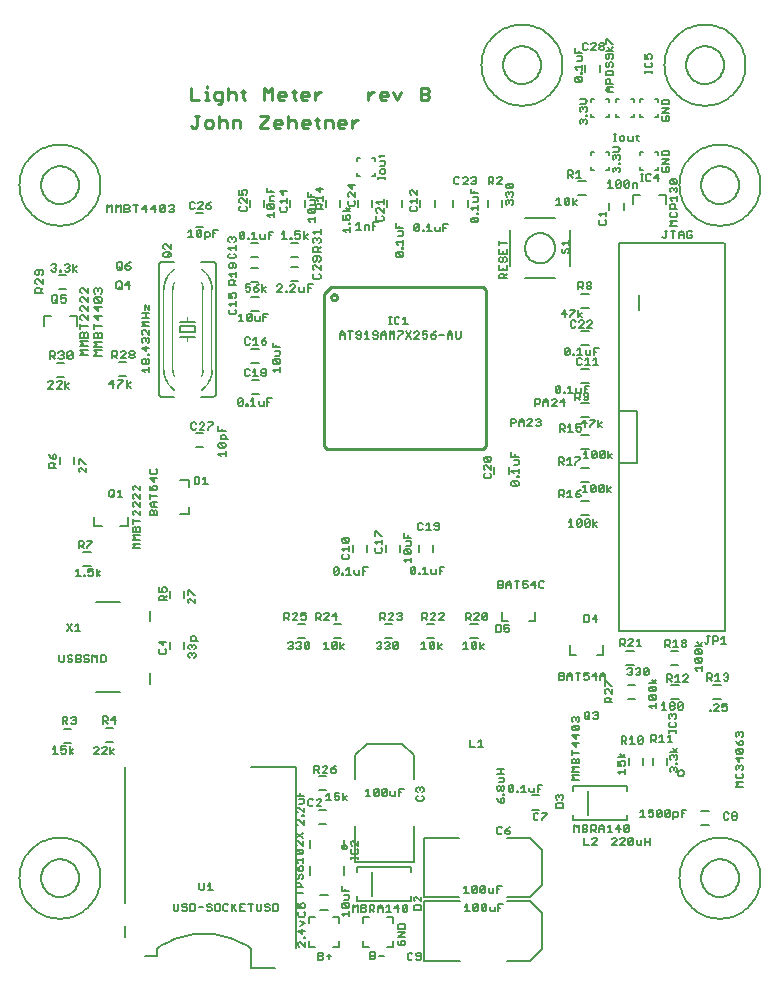
<source format=gto>
G75*
G70*
%OFA0B0*%
%FSLAX24Y24*%
%IPPOS*%
%LPD*%
%AMOC8*
5,1,8,0,0,1.08239X$1,22.5*
%
%ADD10C,0.0060*%
%ADD11C,0.0100*%
%ADD12C,0.0080*%
%ADD13C,0.0001*%
%ADD14C,0.0020*%
D10*
X000356Y005258D02*
X000358Y005331D01*
X000364Y005404D01*
X000374Y005476D01*
X000388Y005548D01*
X000405Y005619D01*
X000427Y005689D01*
X000452Y005758D01*
X000481Y005825D01*
X000513Y005890D01*
X000549Y005954D01*
X000589Y006016D01*
X000631Y006075D01*
X000677Y006132D01*
X000726Y006186D01*
X000778Y006238D01*
X000832Y006287D01*
X000889Y006333D01*
X000948Y006375D01*
X001010Y006415D01*
X001074Y006451D01*
X001139Y006483D01*
X001206Y006512D01*
X001275Y006537D01*
X001345Y006559D01*
X001416Y006576D01*
X001488Y006590D01*
X001560Y006600D01*
X001633Y006606D01*
X001706Y006608D01*
X001779Y006606D01*
X001852Y006600D01*
X001924Y006590D01*
X001996Y006576D01*
X002067Y006559D01*
X002137Y006537D01*
X002206Y006512D01*
X002273Y006483D01*
X002338Y006451D01*
X002402Y006415D01*
X002464Y006375D01*
X002523Y006333D01*
X002580Y006287D01*
X002634Y006238D01*
X002686Y006186D01*
X002735Y006132D01*
X002781Y006075D01*
X002823Y006016D01*
X002863Y005954D01*
X002899Y005890D01*
X002931Y005825D01*
X002960Y005758D01*
X002985Y005689D01*
X003007Y005619D01*
X003024Y005548D01*
X003038Y005476D01*
X003048Y005404D01*
X003054Y005331D01*
X003056Y005258D01*
X003054Y005185D01*
X003048Y005112D01*
X003038Y005040D01*
X003024Y004968D01*
X003007Y004897D01*
X002985Y004827D01*
X002960Y004758D01*
X002931Y004691D01*
X002899Y004626D01*
X002863Y004562D01*
X002823Y004500D01*
X002781Y004441D01*
X002735Y004384D01*
X002686Y004330D01*
X002634Y004278D01*
X002580Y004229D01*
X002523Y004183D01*
X002464Y004141D01*
X002402Y004101D01*
X002338Y004065D01*
X002273Y004033D01*
X002206Y004004D01*
X002137Y003979D01*
X002067Y003957D01*
X001996Y003940D01*
X001924Y003926D01*
X001852Y003916D01*
X001779Y003910D01*
X001706Y003908D01*
X001633Y003910D01*
X001560Y003916D01*
X001488Y003926D01*
X001416Y003940D01*
X001345Y003957D01*
X001275Y003979D01*
X001206Y004004D01*
X001139Y004033D01*
X001074Y004065D01*
X001010Y004101D01*
X000948Y004141D01*
X000889Y004183D01*
X000832Y004229D01*
X000778Y004278D01*
X000726Y004330D01*
X000677Y004384D01*
X000631Y004441D01*
X000589Y004500D01*
X000549Y004562D01*
X000513Y004626D01*
X000481Y004691D01*
X000452Y004758D01*
X000427Y004827D01*
X000405Y004897D01*
X000388Y004968D01*
X000374Y005040D01*
X000364Y005112D01*
X000358Y005185D01*
X000356Y005258D01*
X001473Y009408D02*
X001633Y009408D01*
X001553Y009408D02*
X001553Y009648D01*
X001473Y009568D01*
X001749Y009528D02*
X001829Y009568D01*
X001869Y009568D01*
X001909Y009528D01*
X001909Y009448D01*
X001869Y009408D01*
X001789Y009408D01*
X001749Y009448D01*
X001749Y009528D02*
X001749Y009648D01*
X001909Y009648D01*
X002025Y009648D02*
X002025Y009408D01*
X002025Y009488D02*
X002145Y009568D01*
X002025Y009488D02*
X002145Y009408D01*
X002084Y009771D02*
X001847Y009771D01*
X001847Y010244D02*
X002084Y010244D01*
X002112Y010403D02*
X002072Y010443D01*
X002112Y010403D02*
X002192Y010403D01*
X002232Y010443D01*
X002232Y010483D01*
X002192Y010523D01*
X002152Y010523D01*
X002192Y010523D02*
X002232Y010563D01*
X002232Y010603D01*
X002192Y010643D01*
X002112Y010643D01*
X002072Y010603D01*
X001956Y010603D02*
X001956Y010523D01*
X001916Y010483D01*
X001796Y010483D01*
X001876Y010483D02*
X001956Y010403D01*
X001796Y010403D02*
X001796Y010643D01*
X001916Y010643D01*
X001956Y010603D01*
X002873Y009628D02*
X002833Y009588D01*
X002873Y009628D02*
X002953Y009628D01*
X002993Y009588D01*
X002993Y009548D01*
X002833Y009388D01*
X002993Y009388D01*
X003109Y009388D02*
X003269Y009548D01*
X003269Y009588D01*
X003229Y009628D01*
X003149Y009628D01*
X003109Y009588D01*
X003109Y009388D02*
X003269Y009388D01*
X003385Y009388D02*
X003385Y009628D01*
X003505Y009548D02*
X003385Y009468D01*
X003505Y009388D01*
X003464Y009791D02*
X003227Y009791D01*
X003227Y010264D02*
X003464Y010264D01*
X003532Y010413D02*
X003532Y010653D01*
X003412Y010533D01*
X003572Y010533D01*
X003296Y010533D02*
X003256Y010493D01*
X003136Y010493D01*
X003216Y010493D02*
X003296Y010413D01*
X003296Y010533D02*
X003296Y010613D01*
X003256Y010653D01*
X003136Y010653D01*
X003136Y010413D01*
X003187Y012458D02*
X003227Y012498D01*
X003227Y012658D01*
X003187Y012698D01*
X003067Y012698D01*
X003067Y012458D01*
X003187Y012458D01*
X002951Y012458D02*
X002951Y012698D01*
X002870Y012618D01*
X002790Y012698D01*
X002790Y012458D01*
X002674Y012498D02*
X002634Y012458D01*
X002554Y012458D01*
X002514Y012498D01*
X002554Y012578D02*
X002514Y012618D01*
X002514Y012658D01*
X002554Y012698D01*
X002634Y012698D01*
X002674Y012658D01*
X002634Y012578D02*
X002674Y012538D01*
X002674Y012498D01*
X002634Y012578D02*
X002554Y012578D01*
X002398Y012618D02*
X002358Y012578D01*
X002238Y012578D01*
X002238Y012458D02*
X002238Y012698D01*
X002358Y012698D01*
X002398Y012658D01*
X002398Y012618D01*
X002358Y012578D02*
X002398Y012538D01*
X002398Y012498D01*
X002358Y012458D01*
X002238Y012458D01*
X002122Y012498D02*
X002082Y012458D01*
X002002Y012458D01*
X001962Y012498D01*
X002002Y012578D02*
X002082Y012578D01*
X002122Y012538D01*
X002122Y012498D01*
X002002Y012578D02*
X001962Y012618D01*
X001962Y012658D01*
X002002Y012698D01*
X002082Y012698D01*
X002122Y012658D01*
X001846Y012698D02*
X001846Y012498D01*
X001806Y012458D01*
X001726Y012458D01*
X001686Y012498D01*
X001686Y012698D01*
X001936Y013488D02*
X002096Y013728D01*
X002212Y013648D02*
X002292Y013728D01*
X002292Y013488D01*
X002212Y013488D02*
X002372Y013488D01*
X002096Y013488D02*
X001936Y013728D01*
X002236Y015338D02*
X002396Y015338D01*
X002316Y015338D02*
X002316Y015578D01*
X002236Y015498D01*
X002512Y015378D02*
X002552Y015378D01*
X002552Y015338D01*
X002512Y015338D01*
X002512Y015378D01*
X002650Y015378D02*
X002690Y015338D01*
X002770Y015338D01*
X002810Y015378D01*
X002810Y015458D01*
X002770Y015498D01*
X002730Y015498D01*
X002650Y015458D01*
X002650Y015578D01*
X002810Y015578D01*
X002926Y015578D02*
X002926Y015338D01*
X002926Y015418D02*
X003046Y015498D01*
X002926Y015418D02*
X003046Y015338D01*
X002724Y015671D02*
X002487Y015671D01*
X002487Y016144D02*
X002724Y016144D01*
X002612Y016263D02*
X002612Y016303D01*
X002772Y016463D01*
X002772Y016503D01*
X002612Y016503D01*
X002496Y016463D02*
X002496Y016383D01*
X002456Y016343D01*
X002336Y016343D01*
X002416Y016343D02*
X002496Y016263D01*
X002336Y016263D02*
X002336Y016503D01*
X002456Y016503D01*
X002496Y016463D01*
X003391Y017958D02*
X003351Y017998D01*
X003351Y018158D01*
X003391Y018198D01*
X003471Y018198D01*
X003511Y018158D01*
X003511Y017998D01*
X003471Y017958D01*
X003391Y017958D01*
X003431Y018038D02*
X003511Y017958D01*
X003627Y017958D02*
X003787Y017958D01*
X003707Y017958D02*
X003707Y018198D01*
X003627Y018118D01*
X004130Y018025D02*
X004130Y017945D01*
X004170Y017905D01*
X004170Y017789D02*
X004130Y017749D01*
X004130Y017669D01*
X004170Y017629D01*
X004170Y017513D02*
X004130Y017473D01*
X004130Y017393D01*
X004170Y017353D01*
X004130Y017236D02*
X004130Y017076D01*
X004130Y017156D02*
X004371Y017156D01*
X004371Y017353D02*
X004210Y017513D01*
X004170Y017513D01*
X004371Y017513D02*
X004371Y017353D01*
X004371Y017629D02*
X004210Y017789D01*
X004170Y017789D01*
X004371Y017789D02*
X004371Y017629D01*
X004371Y017905D02*
X004210Y018065D01*
X004170Y018065D01*
X004130Y018025D01*
X004170Y018181D02*
X004130Y018221D01*
X004130Y018301D01*
X004170Y018341D01*
X004210Y018341D01*
X004371Y018181D01*
X004371Y018341D01*
X004371Y018065D02*
X004371Y017905D01*
X004705Y017910D02*
X004705Y018070D01*
X004705Y017990D02*
X004946Y017990D01*
X004946Y017794D02*
X004785Y017794D01*
X004705Y017714D01*
X004785Y017634D01*
X004946Y017634D01*
X004825Y017634D02*
X004825Y017794D01*
X004785Y017518D02*
X004825Y017478D01*
X004825Y017358D01*
X004705Y017358D02*
X004705Y017478D01*
X004745Y017518D01*
X004785Y017518D01*
X004825Y017478D02*
X004865Y017518D01*
X004906Y017518D01*
X004946Y017478D01*
X004946Y017358D01*
X004705Y017358D01*
X004331Y016960D02*
X004371Y016920D01*
X004371Y016800D01*
X004130Y016800D01*
X004130Y016920D01*
X004170Y016960D01*
X004210Y016960D01*
X004250Y016920D01*
X004250Y016800D01*
X004250Y016920D02*
X004290Y016960D01*
X004331Y016960D01*
X004371Y016684D02*
X004130Y016684D01*
X004210Y016604D01*
X004130Y016524D01*
X004371Y016524D01*
X004371Y016408D02*
X004130Y016408D01*
X004210Y016328D01*
X004130Y016248D01*
X004371Y016248D01*
X005020Y014952D02*
X005020Y014791D01*
X005140Y014791D01*
X005100Y014871D01*
X005100Y014911D01*
X005140Y014952D01*
X005221Y014952D01*
X005261Y014911D01*
X005261Y014831D01*
X005221Y014791D01*
X005261Y014675D02*
X005180Y014595D01*
X005180Y014635D02*
X005180Y014515D01*
X005261Y014515D02*
X005020Y014515D01*
X005020Y014635D01*
X005060Y014675D01*
X005140Y014675D01*
X005180Y014635D01*
X005369Y014590D02*
X005369Y014826D01*
X005842Y014826D02*
X005842Y014590D01*
X005975Y014535D02*
X005975Y014455D01*
X006015Y014415D01*
X005975Y014535D02*
X006015Y014575D01*
X006055Y014575D01*
X006216Y014415D01*
X006216Y014575D01*
X006216Y014691D02*
X006176Y014691D01*
X006015Y014852D01*
X005975Y014852D01*
X005975Y014691D01*
X006105Y013321D02*
X006186Y013321D01*
X006226Y013281D01*
X006226Y013161D01*
X006306Y013161D02*
X006065Y013161D01*
X006065Y013281D01*
X006105Y013321D01*
X006065Y013045D02*
X006105Y013005D01*
X006145Y013045D01*
X006186Y013045D01*
X006226Y013005D01*
X006226Y012925D01*
X006186Y012885D01*
X006105Y012965D02*
X006105Y013005D01*
X006065Y013045D02*
X006025Y013045D01*
X005985Y013005D01*
X005985Y012925D01*
X006025Y012885D01*
X006025Y012769D02*
X006065Y012769D01*
X006105Y012729D01*
X006145Y012769D01*
X006186Y012769D01*
X006226Y012729D01*
X006226Y012649D01*
X006186Y012609D01*
X006105Y012689D02*
X006105Y012729D01*
X006025Y012769D02*
X005985Y012729D01*
X005985Y012649D01*
X006025Y012609D01*
X005842Y012890D02*
X005842Y013126D01*
X005369Y013126D02*
X005369Y012890D01*
X005251Y012858D02*
X005211Y012898D01*
X005251Y012858D02*
X005251Y012778D01*
X005211Y012738D01*
X005050Y012738D01*
X005010Y012778D01*
X005010Y012858D01*
X005050Y012898D01*
X005130Y013014D02*
X005010Y013134D01*
X005251Y013134D01*
X005130Y013174D02*
X005130Y013014D01*
X005696Y017398D02*
X006016Y017398D01*
X006016Y017618D01*
X006016Y018298D02*
X006016Y018518D01*
X005696Y018518D01*
X006196Y018638D02*
X006316Y018638D01*
X006356Y018598D01*
X006356Y018438D01*
X006316Y018398D01*
X006196Y018398D01*
X006196Y018638D01*
X006472Y018558D02*
X006552Y018638D01*
X006552Y018398D01*
X006472Y018398D02*
X006632Y018398D01*
X007065Y019333D02*
X006985Y019413D01*
X007226Y019413D01*
X007226Y019333D02*
X007226Y019493D01*
X007186Y019609D02*
X007025Y019769D01*
X007186Y019769D01*
X007226Y019729D01*
X007226Y019649D01*
X007186Y019609D01*
X007025Y019609D01*
X006985Y019649D01*
X006985Y019729D01*
X007025Y019769D01*
X007065Y019885D02*
X007065Y020005D01*
X007105Y020045D01*
X007186Y020045D01*
X007226Y020005D01*
X007226Y019885D01*
X007306Y019885D02*
X007065Y019885D01*
X007105Y020161D02*
X007105Y020241D01*
X006985Y020161D02*
X006985Y020321D01*
X006985Y020161D02*
X007226Y020161D01*
X006798Y020413D02*
X006638Y020253D01*
X006638Y020213D01*
X006522Y020213D02*
X006362Y020213D01*
X006522Y020373D01*
X006522Y020413D01*
X006482Y020453D01*
X006402Y020453D01*
X006362Y020413D01*
X006246Y020413D02*
X006206Y020453D01*
X006126Y020453D01*
X006086Y020413D01*
X006086Y020253D01*
X006126Y020213D01*
X006206Y020213D01*
X006246Y020253D01*
X006237Y020094D02*
X006474Y020094D01*
X006798Y020413D02*
X006798Y020453D01*
X006638Y020453D01*
X006806Y021308D02*
X006406Y021308D01*
X006806Y021308D02*
X006823Y021310D01*
X006840Y021314D01*
X006856Y021321D01*
X006870Y021331D01*
X006883Y021344D01*
X006893Y021358D01*
X006900Y021374D01*
X006904Y021391D01*
X006906Y021408D01*
X006906Y025708D01*
X006904Y025725D01*
X006900Y025742D01*
X006893Y025758D01*
X006883Y025772D01*
X006870Y025785D01*
X006856Y025795D01*
X006840Y025802D01*
X006823Y025806D01*
X006806Y025808D01*
X006406Y025808D01*
X006533Y026558D02*
X006533Y026798D01*
X006653Y026798D01*
X006693Y026758D01*
X006693Y026678D01*
X006653Y026638D01*
X006533Y026638D01*
X006417Y026678D02*
X006377Y026638D01*
X006297Y026638D01*
X006257Y026678D01*
X006417Y026838D01*
X006417Y026678D01*
X006417Y026838D02*
X006377Y026878D01*
X006297Y026878D01*
X006257Y026838D01*
X006257Y026678D01*
X006141Y026638D02*
X005981Y026638D01*
X006061Y026638D02*
X006061Y026878D01*
X005981Y026798D01*
X006237Y026971D02*
X006474Y026971D01*
X006809Y026878D02*
X006969Y026878D01*
X006889Y026758D02*
X006809Y026758D01*
X006809Y026638D02*
X006809Y026878D01*
X007320Y026590D02*
X007320Y026510D01*
X007360Y026470D01*
X007440Y026550D02*
X007440Y026590D01*
X007480Y026630D01*
X007521Y026630D01*
X007561Y026590D01*
X007561Y026510D01*
X007521Y026470D01*
X007561Y026354D02*
X007561Y026194D01*
X007561Y026274D02*
X007320Y026274D01*
X007400Y026194D01*
X007360Y026078D02*
X007320Y026038D01*
X007320Y025958D01*
X007360Y025918D01*
X007521Y025918D01*
X007561Y025958D01*
X007561Y026038D01*
X007521Y026078D01*
X007550Y025747D02*
X007390Y025747D01*
X007350Y025707D01*
X007350Y025627D01*
X007390Y025587D01*
X007430Y025587D01*
X007470Y025627D01*
X007470Y025747D01*
X007550Y025747D02*
X007590Y025707D01*
X007590Y025627D01*
X007550Y025587D01*
X007590Y025471D02*
X007590Y025311D01*
X007590Y025391D02*
X007350Y025391D01*
X007430Y025311D01*
X007470Y025195D02*
X007510Y025155D01*
X007510Y025035D01*
X007510Y025115D02*
X007590Y025195D01*
X007470Y025195D02*
X007390Y025195D01*
X007350Y025155D01*
X007350Y025035D01*
X007590Y025035D01*
X007531Y024760D02*
X007571Y024720D01*
X007571Y024640D01*
X007531Y024600D01*
X007450Y024600D02*
X007410Y024680D01*
X007410Y024720D01*
X007450Y024760D01*
X007531Y024760D01*
X007450Y024600D02*
X007330Y024600D01*
X007330Y024760D01*
X007330Y024404D02*
X007571Y024404D01*
X007571Y024324D02*
X007571Y024484D01*
X007410Y024324D02*
X007330Y024404D01*
X007370Y024208D02*
X007330Y024168D01*
X007330Y024088D01*
X007370Y024048D01*
X007531Y024048D01*
X007571Y024088D01*
X007571Y024168D01*
X007531Y024208D01*
X007741Y024068D02*
X007741Y023828D01*
X007661Y023828D02*
X007821Y023828D01*
X007937Y023868D02*
X008097Y024028D01*
X008097Y023868D01*
X008057Y023828D01*
X007977Y023828D01*
X007937Y023868D01*
X007937Y024028D01*
X007977Y024068D01*
X008057Y024068D01*
X008097Y024028D01*
X008213Y023988D02*
X008213Y023868D01*
X008253Y023828D01*
X008373Y023828D01*
X008373Y023988D01*
X008489Y023948D02*
X008569Y023948D01*
X008489Y024068D02*
X008649Y024068D01*
X008489Y024068D02*
X008489Y023828D01*
X008324Y024171D02*
X008087Y024171D01*
X007741Y024068D02*
X007661Y023988D01*
X007916Y023283D02*
X007876Y023243D01*
X007876Y023083D01*
X007916Y023043D01*
X007996Y023043D01*
X008036Y023083D01*
X008152Y023043D02*
X008312Y023043D01*
X008232Y023043D02*
X008232Y023283D01*
X008152Y023203D01*
X008036Y023243D02*
X007996Y023283D01*
X007916Y023283D01*
X008087Y022894D02*
X008324Y022894D01*
X008468Y023043D02*
X008548Y023043D01*
X008588Y023083D01*
X008588Y023123D01*
X008548Y023163D01*
X008428Y023163D01*
X008508Y023243D01*
X008588Y023283D01*
X008428Y023163D02*
X008428Y023083D01*
X008468Y023043D01*
X008795Y023111D02*
X008795Y022951D01*
X009036Y022951D01*
X009036Y022835D02*
X008875Y022835D01*
X008915Y022951D02*
X008915Y023031D01*
X009036Y022835D02*
X009036Y022715D01*
X008996Y022675D01*
X008875Y022675D01*
X008835Y022559D02*
X008996Y022399D01*
X009036Y022439D01*
X009036Y022519D01*
X008996Y022559D01*
X008835Y022559D01*
X008795Y022519D01*
X008795Y022439D01*
X008835Y022399D01*
X008996Y022399D01*
X009036Y022283D02*
X009036Y022123D01*
X009036Y022203D02*
X008795Y022203D01*
X008875Y022123D01*
X008578Y022143D02*
X008538Y022103D01*
X008458Y022103D01*
X008418Y022143D01*
X008418Y022183D01*
X008458Y022223D01*
X008538Y022223D01*
X008578Y022183D01*
X008578Y022143D01*
X008538Y022103D02*
X008578Y022063D01*
X008578Y022023D01*
X008538Y021983D01*
X008458Y021983D01*
X008418Y022023D01*
X008418Y022063D01*
X008458Y022103D01*
X008302Y021983D02*
X008142Y021983D01*
X008222Y021983D02*
X008222Y022223D01*
X008142Y022143D01*
X008026Y022183D02*
X007986Y022223D01*
X007906Y022223D01*
X007866Y022183D01*
X007866Y022023D01*
X007906Y021983D01*
X007986Y021983D01*
X008026Y022023D01*
X008097Y021854D02*
X008334Y021854D01*
X008324Y022421D02*
X008087Y022421D01*
X008097Y021381D02*
X008334Y021381D01*
X008333Y021168D02*
X008333Y021048D01*
X008373Y021008D01*
X008493Y021008D01*
X008493Y021168D01*
X008609Y021128D02*
X008689Y021128D01*
X008609Y021248D02*
X008769Y021248D01*
X008609Y021248D02*
X008609Y021008D01*
X008217Y021008D02*
X008057Y021008D01*
X008137Y021008D02*
X008137Y021248D01*
X008057Y021168D01*
X007959Y021048D02*
X007959Y021008D01*
X007919Y021008D01*
X007919Y021048D01*
X007959Y021048D01*
X007803Y021048D02*
X007803Y021208D01*
X007642Y021048D01*
X007682Y021008D01*
X007763Y021008D01*
X007803Y021048D01*
X007803Y021208D02*
X007763Y021248D01*
X007682Y021248D01*
X007642Y021208D01*
X007642Y021048D01*
X006474Y019621D02*
X006237Y019621D01*
X004946Y018859D02*
X004906Y018899D01*
X004946Y018859D02*
X004946Y018779D01*
X004906Y018739D01*
X004745Y018739D01*
X004705Y018779D01*
X004705Y018859D01*
X004745Y018899D01*
X004825Y018623D02*
X004825Y018463D01*
X004705Y018583D01*
X004946Y018583D01*
X004906Y018346D02*
X004825Y018346D01*
X004785Y018306D01*
X004785Y018266D01*
X004825Y018186D01*
X004705Y018186D01*
X004705Y018346D01*
X004906Y018346D02*
X004946Y018306D01*
X004946Y018226D01*
X004906Y018186D01*
X002566Y018785D02*
X002405Y018945D01*
X002365Y018945D01*
X002325Y018905D01*
X002325Y018825D01*
X002365Y018785D01*
X002566Y018785D02*
X002566Y018945D01*
X002566Y019061D02*
X002526Y019061D01*
X002365Y019222D01*
X002325Y019222D01*
X002325Y019061D01*
X002182Y019070D02*
X002182Y019306D01*
X001709Y019306D02*
X001709Y019070D01*
X001581Y019105D02*
X001500Y019025D01*
X001500Y019065D02*
X001500Y018945D01*
X001581Y018945D02*
X001340Y018945D01*
X001340Y019065D01*
X001380Y019105D01*
X001460Y019105D01*
X001500Y019065D01*
X001460Y019221D02*
X001460Y019341D01*
X001500Y019382D01*
X001541Y019382D01*
X001581Y019341D01*
X001581Y019261D01*
X001541Y019221D01*
X001460Y019221D01*
X001380Y019301D01*
X001340Y019382D01*
X001301Y021578D02*
X001474Y021751D01*
X001474Y021794D01*
X001431Y021838D01*
X001344Y021838D01*
X001301Y021794D01*
X001301Y021578D02*
X001474Y021578D01*
X001595Y021578D02*
X001769Y021751D01*
X001769Y021794D01*
X001725Y021838D01*
X001639Y021838D01*
X001595Y021794D01*
X001597Y021961D02*
X001834Y021961D01*
X001890Y021838D02*
X001890Y021578D01*
X001890Y021664D02*
X002020Y021751D01*
X001890Y021664D02*
X002020Y021578D01*
X001769Y021578D02*
X001595Y021578D01*
X001597Y022434D02*
X001834Y022434D01*
X001786Y022563D02*
X001700Y022563D01*
X001656Y022606D01*
X001743Y022693D02*
X001786Y022693D01*
X001830Y022649D01*
X001830Y022606D01*
X001786Y022563D01*
X001786Y022693D02*
X001830Y022736D01*
X001830Y022779D01*
X001786Y022823D01*
X001700Y022823D01*
X001656Y022779D01*
X001535Y022779D02*
X001535Y022693D01*
X001492Y022649D01*
X001362Y022649D01*
X001448Y022649D02*
X001535Y022563D01*
X001362Y022563D02*
X001362Y022823D01*
X001492Y022823D01*
X001535Y022779D01*
X001951Y022779D02*
X001994Y022823D01*
X002081Y022823D01*
X002124Y022779D01*
X001951Y022606D01*
X001994Y022563D01*
X002081Y022563D01*
X002124Y022606D01*
X002124Y022779D01*
X001951Y022779D02*
X001951Y022606D01*
X002390Y022688D02*
X002477Y022774D01*
X002390Y022861D01*
X002651Y022861D01*
X002651Y022982D02*
X002390Y022982D01*
X002477Y023069D01*
X002390Y023156D01*
X002651Y023156D01*
X002651Y023277D02*
X002390Y023277D01*
X002390Y023407D01*
X002434Y023450D01*
X002477Y023450D01*
X002520Y023407D01*
X002520Y023277D01*
X002520Y023407D02*
X002564Y023450D01*
X002607Y023450D01*
X002651Y023407D01*
X002651Y023277D01*
X002845Y023267D02*
X002845Y023397D01*
X002889Y023440D01*
X002932Y023440D01*
X002975Y023397D01*
X002975Y023267D01*
X002845Y023267D02*
X003106Y023267D01*
X003106Y023397D01*
X003062Y023440D01*
X003019Y023440D01*
X002975Y023397D01*
X002845Y023562D02*
X002845Y023735D01*
X002845Y023648D02*
X003106Y023648D01*
X002975Y023856D02*
X002975Y024030D01*
X002975Y024151D02*
X002975Y024324D01*
X002845Y024281D02*
X002975Y024151D01*
X002845Y024281D02*
X003106Y024281D01*
X003062Y024446D02*
X002889Y024619D01*
X003062Y024619D01*
X003106Y024576D01*
X003106Y024489D01*
X003062Y024446D01*
X002889Y024446D01*
X002845Y024489D01*
X002845Y024576D01*
X002889Y024619D01*
X002889Y024740D02*
X002845Y024784D01*
X002845Y024870D01*
X002889Y024914D01*
X002932Y024914D01*
X002975Y024870D01*
X003019Y024914D01*
X003062Y024914D01*
X003106Y024870D01*
X003106Y024784D01*
X003062Y024740D01*
X002975Y024827D02*
X002975Y024870D01*
X002651Y024924D02*
X002651Y024750D01*
X002477Y024924D01*
X002434Y024924D01*
X002390Y024880D01*
X002390Y024794D01*
X002434Y024750D01*
X002434Y024629D02*
X002390Y024586D01*
X002390Y024499D01*
X002434Y024456D01*
X002434Y024334D02*
X002390Y024291D01*
X002390Y024204D01*
X002434Y024161D01*
X002434Y024040D02*
X002390Y023996D01*
X002390Y023910D01*
X002434Y023866D01*
X002390Y023745D02*
X002390Y023572D01*
X002390Y023658D02*
X002651Y023658D01*
X002651Y023866D02*
X002477Y024040D01*
X002434Y024040D01*
X002651Y024040D02*
X002651Y023866D01*
X002845Y023986D02*
X002975Y023856D01*
X002845Y023986D02*
X003106Y023986D01*
X002651Y024161D02*
X002477Y024334D01*
X002434Y024334D01*
X002651Y024334D02*
X002651Y024161D01*
X002651Y024456D02*
X002477Y024629D01*
X002434Y024629D01*
X002651Y024629D02*
X002651Y024456D01*
X001909Y024481D02*
X001865Y024438D01*
X001779Y024438D01*
X001735Y024481D01*
X001735Y024568D02*
X001822Y024611D01*
X001865Y024611D01*
X001909Y024568D01*
X001909Y024481D01*
X001735Y024568D02*
X001735Y024698D01*
X001909Y024698D01*
X001894Y024901D02*
X001657Y024901D01*
X001571Y024698D02*
X001484Y024698D01*
X001441Y024654D01*
X001441Y024481D01*
X001484Y024438D01*
X001571Y024438D01*
X001614Y024481D01*
X001614Y024654D01*
X001571Y024698D01*
X001527Y024524D02*
X001614Y024438D01*
X001151Y024768D02*
X000890Y024768D01*
X000890Y024898D01*
X000934Y024941D01*
X001020Y024941D01*
X001064Y024898D01*
X001064Y024768D01*
X001064Y024854D02*
X001151Y024941D01*
X001151Y025062D02*
X000977Y025236D01*
X000934Y025236D01*
X000890Y025192D01*
X000890Y025106D01*
X000934Y025062D01*
X001151Y025062D02*
X001151Y025236D01*
X001107Y025357D02*
X001151Y025400D01*
X001151Y025487D01*
X001107Y025530D01*
X000934Y025530D01*
X000890Y025487D01*
X000890Y025400D01*
X000934Y025357D01*
X000977Y025357D01*
X001020Y025400D01*
X001020Y025530D01*
X001416Y025521D02*
X001459Y025478D01*
X001546Y025478D01*
X001589Y025521D01*
X001589Y025564D01*
X001546Y025608D01*
X001502Y025608D01*
X001546Y025608D02*
X001589Y025651D01*
X001589Y025694D01*
X001546Y025738D01*
X001459Y025738D01*
X001416Y025694D01*
X001710Y025521D02*
X001754Y025521D01*
X001754Y025478D01*
X001710Y025478D01*
X001710Y025521D01*
X001857Y025521D02*
X001901Y025478D01*
X001988Y025478D01*
X002031Y025521D01*
X002031Y025564D01*
X001988Y025608D01*
X001944Y025608D01*
X001988Y025608D02*
X002031Y025651D01*
X002031Y025694D01*
X001988Y025738D01*
X001901Y025738D01*
X001857Y025694D01*
X002152Y025738D02*
X002152Y025478D01*
X002152Y025564D02*
X002282Y025478D01*
X002152Y025564D02*
X002282Y025651D01*
X001894Y025374D02*
X001657Y025374D01*
X003266Y027448D02*
X003266Y027708D01*
X003352Y027621D01*
X003439Y027708D01*
X003439Y027448D01*
X003560Y027448D02*
X003560Y027708D01*
X003647Y027621D01*
X003734Y027708D01*
X003734Y027448D01*
X003855Y027448D02*
X003855Y027708D01*
X003985Y027708D01*
X004028Y027664D01*
X004028Y027621D01*
X003985Y027578D01*
X003855Y027578D01*
X003985Y027578D02*
X004028Y027534D01*
X004028Y027491D01*
X003985Y027448D01*
X003855Y027448D01*
X004236Y027448D02*
X004236Y027708D01*
X004149Y027708D02*
X004323Y027708D01*
X004444Y027578D02*
X004574Y027708D01*
X004574Y027448D01*
X004618Y027578D02*
X004444Y027578D01*
X004739Y027578D02*
X004912Y027578D01*
X004869Y027448D02*
X004869Y027708D01*
X004739Y027578D01*
X005033Y027664D02*
X005077Y027708D01*
X005163Y027708D01*
X005207Y027664D01*
X005033Y027491D01*
X005077Y027448D01*
X005163Y027448D01*
X005207Y027491D01*
X005207Y027664D01*
X005328Y027664D02*
X005371Y027708D01*
X005458Y027708D01*
X005501Y027664D01*
X005501Y027621D01*
X005458Y027578D01*
X005501Y027534D01*
X005501Y027491D01*
X005458Y027448D01*
X005371Y027448D01*
X005328Y027491D01*
X005415Y027578D02*
X005458Y027578D01*
X005033Y027491D02*
X005033Y027664D01*
X006036Y027603D02*
X006076Y027563D01*
X006156Y027563D01*
X006196Y027603D01*
X006312Y027563D02*
X006472Y027723D01*
X006472Y027763D01*
X006432Y027803D01*
X006352Y027803D01*
X006312Y027763D01*
X006196Y027763D02*
X006156Y027803D01*
X006076Y027803D01*
X006036Y027763D01*
X006036Y027603D01*
X006237Y027444D02*
X006474Y027444D01*
X006472Y027563D02*
X006312Y027563D01*
X006588Y027603D02*
X006628Y027563D01*
X006708Y027563D01*
X006748Y027603D01*
X006748Y027643D01*
X006708Y027683D01*
X006588Y027683D01*
X006588Y027603D01*
X006588Y027683D02*
X006668Y027763D01*
X006748Y027803D01*
X007360Y026630D02*
X007400Y026630D01*
X007440Y026590D01*
X007360Y026630D02*
X007320Y026590D01*
X007692Y026608D02*
X007732Y026568D01*
X007813Y026568D01*
X007853Y026608D01*
X007853Y026768D01*
X007692Y026608D01*
X007692Y026768D01*
X007732Y026808D01*
X007813Y026808D01*
X007853Y026768D01*
X007969Y026608D02*
X007969Y026568D01*
X008009Y026568D01*
X008009Y026608D01*
X007969Y026608D01*
X008107Y026568D02*
X008267Y026568D01*
X008187Y026568D02*
X008187Y026808D01*
X008107Y026728D01*
X008383Y026728D02*
X008383Y026608D01*
X008423Y026568D01*
X008543Y026568D01*
X008543Y026728D01*
X008659Y026688D02*
X008739Y026688D01*
X008659Y026808D02*
X008819Y026808D01*
X008659Y026808D02*
X008659Y026568D01*
X009093Y026558D02*
X009267Y026558D01*
X009180Y026558D02*
X009180Y026818D01*
X009093Y026731D01*
X009388Y026601D02*
X009388Y026558D01*
X009431Y026558D01*
X009431Y026601D01*
X009388Y026601D01*
X009535Y026601D02*
X009579Y026558D01*
X009665Y026558D01*
X009709Y026601D01*
X009709Y026688D01*
X009665Y026731D01*
X009622Y026731D01*
X009535Y026688D01*
X009535Y026818D01*
X009709Y026818D01*
X009830Y026818D02*
X009830Y026558D01*
X009830Y026644D02*
X009960Y026731D01*
X009830Y026644D02*
X009960Y026558D01*
X010130Y026558D02*
X010174Y026602D01*
X010217Y026602D01*
X010260Y026558D01*
X010304Y026602D01*
X010347Y026602D01*
X010391Y026558D01*
X010391Y026472D01*
X010347Y026428D01*
X010260Y026515D02*
X010260Y026558D01*
X010130Y026558D02*
X010130Y026472D01*
X010174Y026428D01*
X010174Y026307D02*
X010260Y026307D01*
X010304Y026264D01*
X010304Y026134D01*
X010304Y026220D02*
X010391Y026307D01*
X010391Y026134D02*
X010130Y026134D01*
X010130Y026264D01*
X010174Y026307D01*
X010174Y025986D02*
X010130Y025943D01*
X010130Y025856D01*
X010174Y025813D01*
X010217Y025813D01*
X010260Y025856D01*
X010260Y025986D01*
X010174Y025986D02*
X010347Y025986D01*
X010391Y025943D01*
X010391Y025856D01*
X010347Y025813D01*
X010391Y025692D02*
X010391Y025518D01*
X010217Y025692D01*
X010174Y025692D01*
X010130Y025648D01*
X010130Y025562D01*
X010174Y025518D01*
X010174Y025397D02*
X010130Y025354D01*
X010130Y025267D01*
X010174Y025224D01*
X010347Y025224D01*
X010391Y025267D01*
X010391Y025354D01*
X010347Y025397D01*
X010144Y025048D02*
X009971Y025048D01*
X009971Y024788D01*
X009850Y024788D02*
X009850Y024961D01*
X009971Y024918D02*
X010058Y024918D01*
X009850Y024788D02*
X009720Y024788D01*
X009676Y024831D01*
X009676Y024961D01*
X009555Y024961D02*
X009555Y025004D01*
X009512Y025048D01*
X009425Y025048D01*
X009382Y025004D01*
X009407Y025151D02*
X009644Y025151D01*
X009555Y024961D02*
X009382Y024788D01*
X009555Y024788D01*
X009278Y024788D02*
X009234Y024788D01*
X009234Y024831D01*
X009278Y024831D01*
X009278Y024788D01*
X009113Y024788D02*
X008940Y024788D01*
X009113Y024961D01*
X009113Y025004D01*
X009070Y025048D01*
X008983Y025048D01*
X008940Y025004D01*
X008565Y024968D02*
X008445Y024888D01*
X008565Y024808D01*
X008445Y024808D02*
X008445Y025049D01*
X008329Y025049D02*
X008249Y025009D01*
X008169Y024928D01*
X008289Y024928D01*
X008329Y024888D01*
X008329Y024848D01*
X008289Y024808D01*
X008209Y024808D01*
X008169Y024848D01*
X008169Y024928D01*
X008053Y024928D02*
X008053Y024848D01*
X008013Y024808D01*
X007932Y024808D01*
X007892Y024848D01*
X007892Y024928D02*
X007973Y024968D01*
X008013Y024968D01*
X008053Y024928D01*
X008053Y025049D02*
X007892Y025049D01*
X007892Y024928D01*
X008084Y025132D02*
X008321Y025132D01*
X008324Y024644D02*
X008087Y024644D01*
X008084Y025605D02*
X008321Y025605D01*
X008314Y025951D02*
X008077Y025951D01*
X008077Y026424D02*
X008314Y026424D01*
X008695Y027288D02*
X008615Y027368D01*
X008856Y027368D01*
X008856Y027288D02*
X008856Y027448D01*
X008816Y027564D02*
X008655Y027724D01*
X008816Y027724D01*
X008856Y027684D01*
X008856Y027604D01*
X008816Y027564D01*
X008655Y027564D01*
X008615Y027604D01*
X008615Y027684D01*
X008655Y027724D01*
X008695Y027840D02*
X008695Y027960D01*
X008735Y028000D01*
X008856Y028000D01*
X008856Y028116D02*
X008615Y028116D01*
X008615Y028276D01*
X008735Y028196D02*
X008735Y028116D01*
X008695Y027840D02*
X008856Y027840D01*
X009030Y027834D02*
X009271Y027834D01*
X009271Y027754D02*
X009271Y027914D01*
X009389Y027866D02*
X009389Y027630D01*
X009271Y027598D02*
X009231Y027638D01*
X009271Y027598D02*
X009271Y027518D01*
X009231Y027478D01*
X009070Y027478D01*
X009030Y027518D01*
X009030Y027598D01*
X009070Y027638D01*
X009110Y027754D02*
X009030Y027834D01*
X009150Y028030D02*
X009030Y028150D01*
X009271Y028150D01*
X009150Y028190D02*
X009150Y028030D01*
X008522Y027876D02*
X008522Y027640D01*
X008049Y027640D02*
X008049Y027876D01*
X007931Y027924D02*
X007931Y027764D01*
X007770Y027924D01*
X007730Y027924D01*
X007690Y027884D01*
X007690Y027804D01*
X007730Y027764D01*
X007730Y027648D02*
X007690Y027608D01*
X007690Y027528D01*
X007730Y027488D01*
X007891Y027488D01*
X007931Y027528D01*
X007931Y027608D01*
X007891Y027648D01*
X007891Y028040D02*
X007931Y028080D01*
X007931Y028160D01*
X007891Y028200D01*
X007810Y028200D01*
X007770Y028160D01*
X007770Y028120D01*
X007810Y028040D01*
X007690Y028040D01*
X007690Y028200D01*
X009397Y026434D02*
X009634Y026434D01*
X009634Y025961D02*
X009397Y025961D01*
X009407Y025624D02*
X009644Y025624D01*
X010217Y026723D02*
X010130Y026810D01*
X010391Y026810D01*
X010391Y026896D02*
X010391Y026723D01*
X010206Y027143D02*
X010206Y027303D01*
X010206Y027223D02*
X009965Y027223D01*
X010045Y027143D01*
X010005Y027419D02*
X009965Y027459D01*
X009965Y027539D01*
X010005Y027579D01*
X010166Y027419D01*
X010206Y027459D01*
X010206Y027539D01*
X010166Y027579D01*
X010005Y027579D01*
X010045Y027695D02*
X010166Y027695D01*
X010206Y027735D01*
X010206Y027855D01*
X010045Y027855D01*
X010085Y027971D02*
X010085Y028051D01*
X009965Y027971D02*
X009965Y028131D01*
X009965Y027971D02*
X010206Y027971D01*
X010240Y027924D02*
X010481Y027924D01*
X010481Y027844D02*
X010481Y028004D01*
X010569Y027866D02*
X010569Y027630D01*
X010481Y027568D02*
X010240Y027568D01*
X010240Y027688D01*
X010280Y027728D01*
X010360Y027728D01*
X010400Y027688D01*
X010400Y027568D01*
X010400Y027648D02*
X010481Y027728D01*
X010320Y027844D02*
X010240Y027924D01*
X010360Y028120D02*
X010360Y028280D01*
X010240Y028240D02*
X010360Y028120D01*
X010240Y028240D02*
X010481Y028240D01*
X011042Y027866D02*
X011042Y027630D01*
X011145Y027487D02*
X011386Y027487D01*
X011305Y027487D02*
X011225Y027608D01*
X011310Y027718D02*
X011350Y027678D01*
X011511Y027678D01*
X011551Y027718D01*
X011551Y027798D01*
X011511Y027838D01*
X011551Y027954D02*
X011390Y028114D01*
X011350Y028114D01*
X011310Y028074D01*
X011310Y027994D01*
X011350Y027954D01*
X011350Y027838D02*
X011310Y027798D01*
X011310Y027718D01*
X011386Y027608D02*
X011305Y027487D01*
X011265Y027371D02*
X011346Y027371D01*
X011386Y027331D01*
X011386Y027251D01*
X011346Y027211D01*
X011265Y027211D02*
X011225Y027291D01*
X011225Y027331D01*
X011265Y027371D01*
X011145Y027371D02*
X011145Y027211D01*
X011265Y027211D01*
X011346Y027113D02*
X011386Y027113D01*
X011386Y027073D01*
X011346Y027073D01*
X011346Y027113D01*
X011386Y026957D02*
X011386Y026797D01*
X011386Y026877D02*
X011145Y026877D01*
X011225Y026797D01*
X011587Y026878D02*
X011747Y026878D01*
X011667Y026878D02*
X011667Y027118D01*
X011587Y027038D01*
X011863Y027038D02*
X011863Y026878D01*
X011863Y027038D02*
X011983Y027038D01*
X012023Y026998D01*
X012023Y026878D01*
X012139Y026878D02*
X012139Y027118D01*
X012299Y027118D01*
X012290Y027168D02*
X012451Y027168D01*
X012491Y027208D01*
X012491Y027288D01*
X012451Y027328D01*
X012491Y027444D02*
X012330Y027604D01*
X012290Y027604D01*
X012250Y027564D01*
X012250Y027484D01*
X012290Y027444D01*
X012290Y027328D02*
X012250Y027288D01*
X012250Y027208D01*
X012290Y027168D01*
X012219Y026998D02*
X012139Y026998D01*
X012491Y027444D02*
X012491Y027604D01*
X012491Y027720D02*
X012491Y027880D01*
X012491Y027800D02*
X012250Y027800D01*
X012330Y027720D01*
X012112Y027630D02*
X012112Y027866D01*
X011639Y027866D02*
X011639Y027630D01*
X011551Y027954D02*
X011551Y028114D01*
X011430Y028230D02*
X011430Y028390D01*
X011310Y028350D02*
X011430Y028230D01*
X011310Y028350D02*
X011551Y028350D01*
X011616Y028658D02*
X011716Y028658D01*
X011616Y028658D02*
X011616Y028758D01*
X011616Y029158D02*
X011616Y029258D01*
X011716Y029258D01*
X012116Y029258D02*
X012216Y029258D01*
X012216Y029158D01*
X012385Y029167D02*
X012546Y029167D01*
X012546Y029047D01*
X012506Y029007D01*
X012385Y029007D01*
X012425Y028891D02*
X012385Y028851D01*
X012385Y028771D01*
X012425Y028731D01*
X012506Y028731D01*
X012546Y028771D01*
X012546Y028851D01*
X012506Y028891D01*
X012425Y028891D01*
X012216Y028758D02*
X012216Y028658D01*
X012116Y028658D01*
X012305Y028627D02*
X012305Y028547D01*
X012305Y028587D02*
X012546Y028587D01*
X012546Y028547D02*
X012546Y028627D01*
X012385Y029283D02*
X012385Y029364D01*
X012345Y029323D02*
X012506Y029323D01*
X012546Y029364D01*
X013400Y028200D02*
X013360Y028160D01*
X013360Y028080D01*
X013400Y028040D01*
X013400Y028200D02*
X013440Y028200D01*
X013601Y028040D01*
X013601Y028200D01*
X013601Y027924D02*
X013601Y027764D01*
X013601Y027844D02*
X013360Y027844D01*
X013440Y027764D01*
X013400Y027648D02*
X013360Y027608D01*
X013360Y027528D01*
X013400Y027488D01*
X013561Y027488D01*
X013601Y027528D01*
X013601Y027608D01*
X013561Y027648D01*
X013719Y027640D02*
X013719Y027876D01*
X014192Y027876D02*
X014192Y027640D01*
X014017Y027058D02*
X013937Y026978D01*
X014017Y027058D02*
X014017Y026818D01*
X013937Y026818D02*
X014097Y026818D01*
X014213Y026858D02*
X014253Y026818D01*
X014373Y026818D01*
X014373Y026978D01*
X014489Y026938D02*
X014569Y026938D01*
X014489Y027058D02*
X014649Y027058D01*
X014489Y027058D02*
X014489Y026818D01*
X014213Y026858D02*
X014213Y026978D01*
X013839Y026858D02*
X013839Y026818D01*
X013799Y026818D01*
X013799Y026858D01*
X013839Y026858D01*
X013683Y026858D02*
X013683Y027018D01*
X013522Y026858D01*
X013562Y026818D01*
X013643Y026818D01*
X013683Y026858D01*
X013683Y027018D02*
X013643Y027058D01*
X013562Y027058D01*
X013522Y027018D01*
X013522Y026858D01*
X013136Y026815D02*
X012975Y026815D01*
X013015Y026931D02*
X013015Y027011D01*
X012895Y026931D02*
X013136Y026931D01*
X013136Y026815D02*
X013136Y026695D01*
X013096Y026655D01*
X012975Y026655D01*
X013136Y026539D02*
X013136Y026379D01*
X013136Y026459D02*
X012895Y026459D01*
X012975Y026379D01*
X013096Y026281D02*
X013136Y026281D01*
X013136Y026241D01*
X013096Y026241D01*
X013096Y026281D01*
X013096Y026125D02*
X012935Y026125D01*
X013096Y025965D01*
X013136Y026005D01*
X013136Y026085D01*
X013096Y026125D01*
X013096Y025965D02*
X012935Y025965D01*
X012895Y026005D01*
X012895Y026085D01*
X012935Y026125D01*
X012895Y026931D02*
X012895Y027091D01*
X013092Y027640D02*
X013092Y027876D01*
X012619Y027876D02*
X012619Y027640D01*
X014819Y027640D02*
X014819Y027876D01*
X015292Y027876D02*
X015292Y027640D01*
X015395Y027609D02*
X015636Y027609D01*
X015636Y027529D02*
X015636Y027689D01*
X015596Y027805D02*
X015636Y027845D01*
X015636Y027965D01*
X015475Y027965D01*
X015515Y028081D02*
X015515Y028161D01*
X015395Y028081D02*
X015636Y028081D01*
X015395Y028081D02*
X015395Y028241D01*
X015448Y028383D02*
X015408Y028423D01*
X015448Y028383D02*
X015528Y028383D01*
X015568Y028423D01*
X015568Y028463D01*
X015528Y028503D01*
X015488Y028503D01*
X015528Y028503D02*
X015568Y028543D01*
X015568Y028583D01*
X015528Y028623D01*
X015448Y028623D01*
X015408Y028583D01*
X015292Y028583D02*
X015252Y028623D01*
X015172Y028623D01*
X015132Y028583D01*
X015016Y028583D02*
X014976Y028623D01*
X014896Y028623D01*
X014856Y028583D01*
X014856Y028423D01*
X014896Y028383D01*
X014976Y028383D01*
X015016Y028423D01*
X015132Y028383D02*
X015292Y028543D01*
X015292Y028583D01*
X015292Y028383D02*
X015132Y028383D01*
X015475Y027805D02*
X015596Y027805D01*
X015395Y027609D02*
X015475Y027529D01*
X015596Y027431D02*
X015636Y027431D01*
X015636Y027391D01*
X015596Y027391D01*
X015596Y027431D01*
X015596Y027275D02*
X015636Y027235D01*
X015636Y027155D01*
X015596Y027115D01*
X015435Y027275D01*
X015596Y027275D01*
X015596Y027115D02*
X015435Y027115D01*
X015395Y027155D01*
X015395Y027235D01*
X015435Y027275D01*
X015969Y027640D02*
X015969Y027876D01*
X016442Y027876D02*
X016442Y027640D01*
X016565Y027739D02*
X016565Y027819D01*
X016605Y027859D01*
X016645Y027859D01*
X016685Y027819D01*
X016725Y027859D01*
X016766Y027859D01*
X016806Y027819D01*
X016806Y027739D01*
X016766Y027699D01*
X016685Y027779D02*
X016685Y027819D01*
X016605Y027699D02*
X016565Y027739D01*
X016605Y027975D02*
X016565Y028015D01*
X016565Y028095D01*
X016605Y028135D01*
X016645Y028135D01*
X016685Y028095D01*
X016725Y028135D01*
X016766Y028135D01*
X016806Y028095D01*
X016806Y028015D01*
X016766Y027975D01*
X016685Y028055D02*
X016685Y028095D01*
X016605Y028251D02*
X016565Y028291D01*
X016565Y028371D01*
X016605Y028411D01*
X016766Y028251D01*
X016806Y028291D01*
X016806Y028371D01*
X016766Y028411D01*
X016605Y028411D01*
X016605Y028251D02*
X016766Y028251D01*
X016432Y028393D02*
X016272Y028393D01*
X016432Y028553D01*
X016432Y028593D01*
X016392Y028633D01*
X016312Y028633D01*
X016272Y028593D01*
X016156Y028593D02*
X016116Y028633D01*
X015996Y028633D01*
X015996Y028393D01*
X015996Y028473D02*
X016116Y028473D01*
X016156Y028513D01*
X016156Y028593D01*
X016076Y028473D02*
X016156Y028393D01*
X016355Y026513D02*
X016355Y026353D01*
X016355Y026433D02*
X016596Y026433D01*
X016596Y026236D02*
X016596Y026076D01*
X016355Y026076D01*
X016355Y026236D01*
X016475Y026156D02*
X016475Y026076D01*
X016515Y025960D02*
X016556Y025960D01*
X016596Y025920D01*
X016596Y025840D01*
X016556Y025800D01*
X016475Y025840D02*
X016475Y025920D01*
X016515Y025960D01*
X016395Y025960D02*
X016355Y025920D01*
X016355Y025840D01*
X016395Y025800D01*
X016435Y025800D01*
X016475Y025840D01*
X016355Y025684D02*
X016355Y025524D01*
X016596Y025524D01*
X016596Y025684D01*
X016475Y025604D02*
X016475Y025524D01*
X016475Y025408D02*
X016515Y025368D01*
X016515Y025248D01*
X016515Y025328D02*
X016596Y025408D01*
X016475Y025408D02*
X016395Y025408D01*
X016355Y025368D01*
X016355Y025248D01*
X016596Y025248D01*
X015061Y023480D02*
X015061Y023280D01*
X015021Y023240D01*
X014941Y023240D01*
X014901Y023280D01*
X014901Y023480D01*
X014784Y023400D02*
X014784Y023240D01*
X014784Y023360D02*
X014624Y023360D01*
X014624Y023400D02*
X014704Y023480D01*
X014784Y023400D01*
X014624Y023400D02*
X014624Y023240D01*
X014508Y023360D02*
X014348Y023360D01*
X014232Y023320D02*
X014192Y023360D01*
X014072Y023360D01*
X014072Y023280D01*
X014112Y023240D01*
X014192Y023240D01*
X014232Y023280D01*
X014232Y023320D01*
X014152Y023440D02*
X014072Y023360D01*
X014152Y023440D02*
X014232Y023480D01*
X013956Y023480D02*
X013796Y023480D01*
X013796Y023360D01*
X013876Y023400D01*
X013916Y023400D01*
X013956Y023360D01*
X013956Y023280D01*
X013916Y023240D01*
X013836Y023240D01*
X013796Y023280D01*
X013680Y023240D02*
X013519Y023240D01*
X013680Y023400D01*
X013680Y023440D01*
X013640Y023480D01*
X013559Y023480D01*
X013519Y023440D01*
X013403Y023480D02*
X013243Y023240D01*
X013403Y023240D02*
X013243Y023480D01*
X013127Y023480D02*
X013127Y023440D01*
X012967Y023280D01*
X012967Y023240D01*
X012851Y023240D02*
X012851Y023480D01*
X012771Y023400D01*
X012691Y023480D01*
X012691Y023240D01*
X012575Y023240D02*
X012575Y023400D01*
X012495Y023480D01*
X012415Y023400D01*
X012415Y023240D01*
X012415Y023360D02*
X012575Y023360D01*
X012299Y023320D02*
X012299Y023280D01*
X012258Y023240D01*
X012178Y023240D01*
X012138Y023280D01*
X012178Y023360D02*
X012258Y023360D01*
X012299Y023320D01*
X012299Y023440D02*
X012258Y023480D01*
X012178Y023480D01*
X012138Y023440D01*
X012138Y023400D01*
X012178Y023360D01*
X012022Y023240D02*
X011862Y023240D01*
X011942Y023240D02*
X011942Y023480D01*
X011862Y023400D01*
X011746Y023360D02*
X011626Y023360D01*
X011586Y023400D01*
X011586Y023440D01*
X011626Y023480D01*
X011706Y023480D01*
X011746Y023440D01*
X011746Y023280D01*
X011706Y023240D01*
X011626Y023240D01*
X011586Y023280D01*
X011390Y023240D02*
X011390Y023480D01*
X011310Y023480D02*
X011470Y023480D01*
X011194Y023400D02*
X011194Y023240D01*
X011194Y023360D02*
X011034Y023360D01*
X011034Y023400D02*
X011114Y023480D01*
X011194Y023400D01*
X011034Y023400D02*
X011034Y023240D01*
X012678Y023728D02*
X012758Y023728D01*
X012718Y023728D02*
X012718Y023968D01*
X012678Y023968D02*
X012758Y023968D01*
X012862Y023928D02*
X012862Y023768D01*
X012902Y023728D01*
X012982Y023728D01*
X013022Y023768D01*
X013138Y023728D02*
X013298Y023728D01*
X013218Y023728D02*
X013218Y023968D01*
X013138Y023888D01*
X013022Y023928D02*
X012982Y023968D01*
X012902Y023968D01*
X012862Y023928D01*
X012967Y023480D02*
X013127Y023480D01*
X010166Y027419D02*
X010005Y027419D01*
X009862Y027630D02*
X009862Y027866D01*
X006206Y023808D02*
X005956Y023808D01*
X005706Y023808D01*
X005706Y023658D02*
X005706Y023458D01*
X006206Y023458D01*
X006206Y023658D01*
X005706Y023658D01*
X005706Y023308D02*
X005956Y023308D01*
X006206Y023308D01*
X004686Y023373D02*
X004525Y023533D01*
X004485Y023533D01*
X004445Y023493D01*
X004445Y023413D01*
X004485Y023373D01*
X004485Y023257D02*
X004525Y023257D01*
X004565Y023216D01*
X004605Y023257D01*
X004646Y023257D01*
X004686Y023216D01*
X004686Y023136D01*
X004646Y023096D01*
X004565Y023176D02*
X004565Y023216D01*
X004485Y023257D02*
X004445Y023216D01*
X004445Y023136D01*
X004485Y023096D01*
X004565Y022980D02*
X004565Y022820D01*
X004445Y022940D01*
X004686Y022940D01*
X004686Y022722D02*
X004686Y022682D01*
X004646Y022682D01*
X004646Y022722D01*
X004686Y022722D01*
X004646Y022566D02*
X004686Y022526D01*
X004686Y022446D01*
X004646Y022406D01*
X004605Y022406D01*
X004565Y022446D01*
X004565Y022526D01*
X004605Y022566D01*
X004646Y022566D01*
X004565Y022526D02*
X004525Y022566D01*
X004485Y022566D01*
X004445Y022526D01*
X004445Y022446D01*
X004485Y022406D01*
X004525Y022406D01*
X004565Y022446D01*
X004686Y022290D02*
X004686Y022130D01*
X004686Y022210D02*
X004445Y022210D01*
X004525Y022130D01*
X004060Y021781D02*
X003930Y021694D01*
X004060Y021608D01*
X003930Y021608D02*
X003930Y021868D01*
X003809Y021868D02*
X003809Y021824D01*
X003635Y021651D01*
X003635Y021608D01*
X003471Y021608D02*
X003471Y021868D01*
X003341Y021738D01*
X003514Y021738D01*
X003635Y021868D02*
X003809Y021868D01*
X003914Y021991D02*
X003677Y021991D01*
X003677Y022464D02*
X003914Y022464D01*
X003900Y022583D02*
X003726Y022583D01*
X003900Y022756D01*
X003900Y022799D01*
X003856Y022843D01*
X003770Y022843D01*
X003726Y022799D01*
X003605Y022799D02*
X003605Y022713D01*
X003562Y022669D01*
X003432Y022669D01*
X003518Y022669D02*
X003605Y022583D01*
X003432Y022583D02*
X003432Y022843D01*
X003562Y022843D01*
X003605Y022799D01*
X004021Y022799D02*
X004064Y022843D01*
X004151Y022843D01*
X004194Y022799D01*
X004194Y022756D01*
X004151Y022713D01*
X004064Y022713D01*
X004021Y022756D01*
X004021Y022799D01*
X004064Y022713D02*
X004021Y022669D01*
X004021Y022626D01*
X004064Y022583D01*
X004151Y022583D01*
X004194Y022626D01*
X004194Y022669D01*
X004151Y022713D01*
X004686Y023373D02*
X004686Y023533D01*
X004686Y023649D02*
X004445Y023649D01*
X004525Y023729D01*
X004445Y023809D01*
X004686Y023809D01*
X004686Y023925D02*
X004445Y023925D01*
X004565Y023925D02*
X004565Y024085D01*
X004445Y024085D02*
X004686Y024085D01*
X004686Y024201D02*
X004525Y024361D01*
X004525Y024201D01*
X004686Y024201D02*
X004686Y024361D01*
X004010Y024888D02*
X004010Y025148D01*
X003880Y025018D01*
X004054Y025018D01*
X003759Y025104D02*
X003759Y024931D01*
X003716Y024888D01*
X003629Y024888D01*
X003586Y024931D01*
X003586Y025104D01*
X003629Y025148D01*
X003716Y025148D01*
X003759Y025104D01*
X003672Y024974D02*
X003759Y024888D01*
X003769Y025538D02*
X003682Y025624D01*
X003639Y025538D02*
X003596Y025581D01*
X003596Y025754D01*
X003639Y025798D01*
X003726Y025798D01*
X003769Y025754D01*
X003769Y025581D01*
X003726Y025538D01*
X003639Y025538D01*
X003890Y025581D02*
X003934Y025538D01*
X004020Y025538D01*
X004064Y025581D01*
X004064Y025624D01*
X004020Y025668D01*
X003890Y025668D01*
X003890Y025581D01*
X003890Y025668D02*
X003977Y025754D01*
X004064Y025798D01*
X005006Y025708D02*
X005006Y021408D01*
X005008Y021391D01*
X005012Y021374D01*
X005019Y021358D01*
X005029Y021344D01*
X005042Y021331D01*
X005056Y021321D01*
X005072Y021314D01*
X005089Y021310D01*
X005106Y021308D01*
X005506Y021308D01*
X003106Y022678D02*
X002845Y022678D01*
X002932Y022764D01*
X002845Y022851D01*
X003106Y022851D01*
X003106Y022972D02*
X002845Y022972D01*
X002932Y023059D01*
X002845Y023146D01*
X003106Y023146D01*
X002651Y022688D02*
X002390Y022688D01*
X005006Y025708D02*
X005008Y025725D01*
X005012Y025742D01*
X005019Y025758D01*
X005029Y025772D01*
X005042Y025785D01*
X005056Y025795D01*
X005072Y025802D01*
X005089Y025806D01*
X005106Y025808D01*
X005506Y025808D01*
X005356Y025958D02*
X005195Y025958D01*
X005155Y025998D01*
X005155Y026078D01*
X005195Y026118D01*
X005356Y026118D01*
X005396Y026078D01*
X005396Y025998D01*
X005356Y025958D01*
X005315Y026038D02*
X005396Y026118D01*
X005396Y026234D02*
X005235Y026394D01*
X005195Y026394D01*
X005155Y026354D01*
X005155Y026274D01*
X005195Y026234D01*
X005396Y026234D02*
X005396Y026394D01*
X000356Y028358D02*
X000358Y028431D01*
X000364Y028504D01*
X000374Y028576D01*
X000388Y028648D01*
X000405Y028719D01*
X000427Y028789D01*
X000452Y028858D01*
X000481Y028925D01*
X000513Y028990D01*
X000549Y029054D01*
X000589Y029116D01*
X000631Y029175D01*
X000677Y029232D01*
X000726Y029286D01*
X000778Y029338D01*
X000832Y029387D01*
X000889Y029433D01*
X000948Y029475D01*
X001010Y029515D01*
X001074Y029551D01*
X001139Y029583D01*
X001206Y029612D01*
X001275Y029637D01*
X001345Y029659D01*
X001416Y029676D01*
X001488Y029690D01*
X001560Y029700D01*
X001633Y029706D01*
X001706Y029708D01*
X001779Y029706D01*
X001852Y029700D01*
X001924Y029690D01*
X001996Y029676D01*
X002067Y029659D01*
X002137Y029637D01*
X002206Y029612D01*
X002273Y029583D01*
X002338Y029551D01*
X002402Y029515D01*
X002464Y029475D01*
X002523Y029433D01*
X002580Y029387D01*
X002634Y029338D01*
X002686Y029286D01*
X002735Y029232D01*
X002781Y029175D01*
X002823Y029116D01*
X002863Y029054D01*
X002899Y028990D01*
X002931Y028925D01*
X002960Y028858D01*
X002985Y028789D01*
X003007Y028719D01*
X003024Y028648D01*
X003038Y028576D01*
X003048Y028504D01*
X003054Y028431D01*
X003056Y028358D01*
X003054Y028285D01*
X003048Y028212D01*
X003038Y028140D01*
X003024Y028068D01*
X003007Y027997D01*
X002985Y027927D01*
X002960Y027858D01*
X002931Y027791D01*
X002899Y027726D01*
X002863Y027662D01*
X002823Y027600D01*
X002781Y027541D01*
X002735Y027484D01*
X002686Y027430D01*
X002634Y027378D01*
X002580Y027329D01*
X002523Y027283D01*
X002464Y027241D01*
X002402Y027201D01*
X002338Y027165D01*
X002273Y027133D01*
X002206Y027104D01*
X002137Y027079D01*
X002067Y027057D01*
X001996Y027040D01*
X001924Y027026D01*
X001852Y027016D01*
X001779Y027010D01*
X001706Y027008D01*
X001633Y027010D01*
X001560Y027016D01*
X001488Y027026D01*
X001416Y027040D01*
X001345Y027057D01*
X001275Y027079D01*
X001206Y027104D01*
X001139Y027133D01*
X001074Y027165D01*
X001010Y027201D01*
X000948Y027241D01*
X000889Y027283D01*
X000832Y027329D01*
X000778Y027378D01*
X000726Y027430D01*
X000677Y027484D01*
X000631Y027541D01*
X000589Y027600D01*
X000549Y027662D01*
X000513Y027726D01*
X000481Y027791D01*
X000452Y027858D01*
X000427Y027927D01*
X000405Y027997D01*
X000388Y028068D01*
X000374Y028140D01*
X000364Y028212D01*
X000358Y028285D01*
X000356Y028358D01*
X010872Y015618D02*
X010953Y015618D01*
X010993Y015578D01*
X010832Y015418D01*
X010872Y015378D01*
X010953Y015378D01*
X010993Y015418D01*
X010993Y015578D01*
X010872Y015618D02*
X010832Y015578D01*
X010832Y015418D01*
X011109Y015418D02*
X011149Y015418D01*
X011149Y015378D01*
X011109Y015378D01*
X011109Y015418D01*
X011247Y015378D02*
X011407Y015378D01*
X011327Y015378D02*
X011327Y015618D01*
X011247Y015538D01*
X011523Y015538D02*
X011523Y015418D01*
X011563Y015378D01*
X011683Y015378D01*
X011683Y015538D01*
X011799Y015498D02*
X011879Y015498D01*
X011799Y015618D02*
X011959Y015618D01*
X011799Y015618D02*
X011799Y015378D01*
X011311Y015888D02*
X011351Y015928D01*
X011351Y016008D01*
X011311Y016048D01*
X011351Y016164D02*
X011351Y016324D01*
X011351Y016244D02*
X011110Y016244D01*
X011190Y016164D01*
X011150Y016048D02*
X011110Y016008D01*
X011110Y015928D01*
X011150Y015888D01*
X011311Y015888D01*
X011469Y016140D02*
X011469Y016376D01*
X011351Y016480D02*
X011311Y016440D01*
X011150Y016600D01*
X011311Y016600D01*
X011351Y016560D01*
X011351Y016480D01*
X011311Y016440D02*
X011150Y016440D01*
X011110Y016480D01*
X011110Y016560D01*
X011150Y016600D01*
X011942Y016376D02*
X011942Y016140D01*
X012210Y016149D02*
X012250Y016109D01*
X012411Y016109D01*
X012451Y016149D01*
X012451Y016229D01*
X012411Y016269D01*
X012451Y016385D02*
X012451Y016545D01*
X012451Y016465D02*
X012210Y016465D01*
X012290Y016385D01*
X012250Y016269D02*
X012210Y016229D01*
X012210Y016149D01*
X012569Y016140D02*
X012569Y016376D01*
X012451Y016661D02*
X012411Y016661D01*
X012250Y016821D01*
X012210Y016821D01*
X012210Y016661D01*
X013042Y016376D02*
X013042Y016140D01*
X013175Y016179D02*
X013215Y016219D01*
X013376Y016059D01*
X013416Y016099D01*
X013416Y016179D01*
X013376Y016219D01*
X013215Y016219D01*
X013175Y016179D02*
X013175Y016099D01*
X013215Y016059D01*
X013376Y016059D01*
X013416Y015943D02*
X013416Y015783D01*
X013416Y015863D02*
X013175Y015863D01*
X013255Y015783D01*
X013432Y015628D02*
X013513Y015628D01*
X013553Y015588D01*
X013392Y015428D01*
X013432Y015388D01*
X013513Y015388D01*
X013553Y015428D01*
X013553Y015588D01*
X013432Y015628D02*
X013392Y015588D01*
X013392Y015428D01*
X013669Y015428D02*
X013709Y015428D01*
X013709Y015388D01*
X013669Y015388D01*
X013669Y015428D01*
X013807Y015388D02*
X013967Y015388D01*
X013887Y015388D02*
X013887Y015628D01*
X013807Y015548D01*
X014083Y015548D02*
X014083Y015428D01*
X014123Y015388D01*
X014243Y015388D01*
X014243Y015548D01*
X014359Y015508D02*
X014439Y015508D01*
X014359Y015628D02*
X014519Y015628D01*
X014359Y015628D02*
X014359Y015388D01*
X014142Y016140D02*
X014142Y016376D01*
X014072Y016863D02*
X013912Y016863D01*
X013992Y016863D02*
X013992Y017103D01*
X013912Y017023D01*
X013796Y017063D02*
X013756Y017103D01*
X013676Y017103D01*
X013636Y017063D01*
X013636Y016903D01*
X013676Y016863D01*
X013756Y016863D01*
X013796Y016903D01*
X014188Y016903D02*
X014228Y016863D01*
X014308Y016863D01*
X014348Y016903D01*
X014348Y017063D01*
X014308Y017103D01*
X014228Y017103D01*
X014188Y017063D01*
X014188Y017023D01*
X014228Y016983D01*
X014348Y016983D01*
X013669Y016376D02*
X013669Y016140D01*
X013416Y016375D02*
X013416Y016495D01*
X013255Y016495D01*
X013295Y016611D02*
X013295Y016691D01*
X013175Y016611D02*
X013175Y016771D01*
X013175Y016611D02*
X013416Y016611D01*
X013416Y016375D02*
X013376Y016335D01*
X013255Y016335D01*
X013058Y014103D02*
X013098Y014063D01*
X013098Y014023D01*
X013058Y013983D01*
X013098Y013943D01*
X013098Y013903D01*
X013058Y013863D01*
X012978Y013863D01*
X012938Y013903D01*
X013018Y013983D02*
X013058Y013983D01*
X013058Y014103D02*
X012978Y014103D01*
X012938Y014063D01*
X012822Y014063D02*
X012782Y014103D01*
X012702Y014103D01*
X012662Y014063D01*
X012546Y014063D02*
X012546Y013983D01*
X012506Y013943D01*
X012386Y013943D01*
X012466Y013943D02*
X012546Y013863D01*
X012662Y013863D02*
X012822Y014023D01*
X012822Y014063D01*
X012822Y013863D02*
X012662Y013863D01*
X012774Y013744D02*
X012537Y013744D01*
X012386Y013863D02*
X012386Y014103D01*
X012506Y014103D01*
X012546Y014063D01*
X012537Y013271D02*
X012774Y013271D01*
X012849Y013128D02*
X012929Y013128D01*
X012969Y013088D01*
X012809Y012928D01*
X012849Y012888D01*
X012929Y012888D01*
X012969Y012928D01*
X012969Y013088D01*
X012849Y013128D02*
X012809Y013088D01*
X012809Y012928D01*
X012693Y012928D02*
X012693Y012968D01*
X012653Y013008D01*
X012613Y013008D01*
X012653Y013008D02*
X012693Y013048D01*
X012693Y013088D01*
X012653Y013128D01*
X012573Y013128D01*
X012533Y013088D01*
X012417Y013088D02*
X012417Y013048D01*
X012377Y013008D01*
X012417Y012968D01*
X012417Y012928D01*
X012377Y012888D01*
X012297Y012888D01*
X012257Y012928D01*
X012337Y013008D02*
X012377Y013008D01*
X012417Y013088D02*
X012377Y013128D01*
X012297Y013128D01*
X012257Y013088D01*
X012533Y012928D02*
X012573Y012888D01*
X012653Y012888D01*
X012693Y012928D01*
X013753Y012888D02*
X013913Y012888D01*
X013833Y012888D02*
X013833Y013128D01*
X013753Y013048D01*
X014029Y013088D02*
X014029Y012928D01*
X014189Y013088D01*
X014189Y012928D01*
X014149Y012888D01*
X014069Y012888D01*
X014029Y012928D01*
X014029Y013088D02*
X014069Y013128D01*
X014149Y013128D01*
X014189Y013088D01*
X014305Y013128D02*
X014305Y012888D01*
X014305Y012968D02*
X014425Y012888D01*
X014305Y012968D02*
X014425Y013048D01*
X014174Y013271D02*
X013937Y013271D01*
X013937Y013744D02*
X014174Y013744D01*
X014222Y013863D02*
X014062Y013863D01*
X014222Y014023D01*
X014222Y014063D01*
X014182Y014103D01*
X014102Y014103D01*
X014062Y014063D01*
X013946Y014063D02*
X013946Y013983D01*
X013906Y013943D01*
X013786Y013943D01*
X013866Y013943D02*
X013946Y013863D01*
X013786Y013863D02*
X013786Y014103D01*
X013906Y014103D01*
X013946Y014063D01*
X014338Y014063D02*
X014378Y014103D01*
X014458Y014103D01*
X014498Y014063D01*
X014498Y014023D01*
X014338Y013863D01*
X014498Y013863D01*
X015236Y013863D02*
X015236Y014103D01*
X015356Y014103D01*
X015396Y014063D01*
X015396Y013983D01*
X015356Y013943D01*
X015236Y013943D01*
X015316Y013943D02*
X015396Y013863D01*
X015512Y013863D02*
X015672Y014023D01*
X015672Y014063D01*
X015632Y014103D01*
X015552Y014103D01*
X015512Y014063D01*
X015512Y013863D02*
X015672Y013863D01*
X015788Y013903D02*
X015948Y014063D01*
X015948Y013903D01*
X015908Y013863D01*
X015828Y013863D01*
X015788Y013903D01*
X015788Y014063D01*
X015828Y014103D01*
X015908Y014103D01*
X015948Y014063D01*
X015624Y013744D02*
X015387Y013744D01*
X015387Y013271D02*
X015624Y013271D01*
X015549Y013128D02*
X015589Y013088D01*
X015429Y012928D01*
X015469Y012888D01*
X015549Y012888D01*
X015589Y012928D01*
X015589Y013088D01*
X015549Y013128D02*
X015469Y013128D01*
X015429Y013088D01*
X015429Y012928D01*
X015313Y012888D02*
X015153Y012888D01*
X015233Y012888D02*
X015233Y013128D01*
X015153Y013048D01*
X015705Y013128D02*
X015705Y012888D01*
X015705Y012968D02*
X015825Y013048D01*
X015705Y012968D02*
X015825Y012888D01*
X016243Y013448D02*
X016363Y013448D01*
X016403Y013488D01*
X016403Y013648D01*
X016363Y013688D01*
X016243Y013688D01*
X016243Y013448D01*
X016519Y013488D02*
X016559Y013448D01*
X016639Y013448D01*
X016679Y013488D01*
X016679Y013568D01*
X016639Y013608D01*
X016599Y013608D01*
X016519Y013568D01*
X016519Y013688D01*
X016679Y013688D01*
X016646Y013818D02*
X016426Y013818D01*
X016426Y014138D01*
X016426Y014918D02*
X016306Y014918D01*
X016306Y015158D01*
X016426Y015158D01*
X016466Y015118D01*
X016466Y015078D01*
X016426Y015038D01*
X016306Y015038D01*
X016426Y015038D02*
X016466Y014998D01*
X016466Y014958D01*
X016426Y014918D01*
X016582Y014918D02*
X016582Y015078D01*
X016662Y015158D01*
X016742Y015078D01*
X016742Y014918D01*
X016742Y015038D02*
X016582Y015038D01*
X016858Y015158D02*
X017018Y015158D01*
X016938Y015158D02*
X016938Y014918D01*
X017134Y014958D02*
X017174Y014918D01*
X017254Y014918D01*
X017294Y014958D01*
X017294Y015038D01*
X017254Y015078D01*
X017214Y015078D01*
X017134Y015038D01*
X017134Y015158D01*
X017294Y015158D01*
X017410Y015038D02*
X017571Y015038D01*
X017530Y014918D02*
X017530Y015158D01*
X017410Y015038D01*
X017687Y015118D02*
X017687Y014958D01*
X017727Y014918D01*
X017807Y014918D01*
X017847Y014958D01*
X017847Y015118D02*
X017807Y015158D01*
X017727Y015158D01*
X017687Y015118D01*
X017546Y014138D02*
X017546Y013818D01*
X017326Y013818D01*
X018696Y013018D02*
X018696Y012698D01*
X018916Y012698D01*
X018891Y012108D02*
X019051Y012108D01*
X018971Y012108D02*
X018971Y011868D01*
X018774Y011868D02*
X018774Y012028D01*
X018694Y012108D01*
X018614Y012028D01*
X018614Y011868D01*
X018614Y011988D02*
X018774Y011988D01*
X018498Y012028D02*
X018458Y011988D01*
X018338Y011988D01*
X018338Y012108D02*
X018458Y012108D01*
X018498Y012068D01*
X018498Y012028D01*
X018458Y011988D02*
X018498Y011948D01*
X018498Y011908D01*
X018458Y011868D01*
X018338Y011868D01*
X018338Y012108D01*
X019167Y012108D02*
X019167Y011988D01*
X019247Y012028D01*
X019287Y012028D01*
X019327Y011988D01*
X019327Y011908D01*
X019287Y011868D01*
X019207Y011868D01*
X019167Y011908D01*
X019167Y012108D02*
X019327Y012108D01*
X019443Y011988D02*
X019603Y011988D01*
X019719Y011988D02*
X019879Y011988D01*
X019879Y012028D02*
X019879Y011868D01*
X019880Y011830D02*
X019920Y011830D01*
X020081Y011670D01*
X020121Y011670D01*
X020121Y011554D02*
X020121Y011394D01*
X019960Y011554D01*
X019920Y011554D01*
X019880Y011514D01*
X019880Y011434D01*
X019920Y011394D01*
X019920Y011278D02*
X020000Y011278D01*
X020040Y011238D01*
X020040Y011118D01*
X020040Y011198D02*
X020121Y011278D01*
X020121Y011118D02*
X019880Y011118D01*
X019880Y011238D01*
X019920Y011278D01*
X019880Y011670D02*
X019880Y011830D01*
X019719Y011868D02*
X019719Y012028D01*
X019799Y012108D01*
X019879Y012028D01*
X019563Y012108D02*
X019563Y011868D01*
X019443Y011988D02*
X019563Y012108D01*
X019596Y012698D02*
X019816Y012698D01*
X019816Y013018D01*
X019582Y013788D02*
X019582Y014028D01*
X019462Y013908D01*
X019622Y013908D01*
X019346Y013988D02*
X019306Y014028D01*
X019186Y014028D01*
X019186Y013788D01*
X019306Y013788D01*
X019346Y013828D01*
X019346Y013988D01*
X020376Y013233D02*
X020496Y013233D01*
X020536Y013193D01*
X020536Y013113D01*
X020496Y013073D01*
X020376Y013073D01*
X020456Y013073D02*
X020536Y012993D01*
X020652Y012993D02*
X020812Y013153D01*
X020812Y013193D01*
X020772Y013233D01*
X020692Y013233D01*
X020652Y013193D01*
X020652Y012993D02*
X020812Y012993D01*
X020928Y012993D02*
X021088Y012993D01*
X021008Y012993D02*
X021008Y013233D01*
X020928Y013153D01*
X020824Y012844D02*
X020587Y012844D01*
X020376Y012993D02*
X020376Y013233D01*
X020587Y012371D02*
X020824Y012371D01*
X020737Y012258D02*
X020777Y012218D01*
X020777Y012178D01*
X020737Y012138D01*
X020777Y012098D01*
X020777Y012058D01*
X020737Y012018D01*
X020657Y012018D01*
X020617Y012058D01*
X020697Y012138D02*
X020737Y012138D01*
X020737Y012258D02*
X020657Y012258D01*
X020617Y012218D01*
X020893Y012218D02*
X020933Y012258D01*
X021013Y012258D01*
X021053Y012218D01*
X021053Y012178D01*
X021013Y012138D01*
X021053Y012098D01*
X021053Y012058D01*
X021013Y012018D01*
X020933Y012018D01*
X020893Y012058D01*
X020973Y012138D02*
X021013Y012138D01*
X021169Y012218D02*
X021209Y012258D01*
X021289Y012258D01*
X021329Y012218D01*
X021169Y012058D01*
X021209Y012018D01*
X021289Y012018D01*
X021329Y012058D01*
X021329Y012218D01*
X021169Y012218D02*
X021169Y012058D01*
X021425Y011877D02*
X021505Y011757D01*
X021586Y011877D01*
X021586Y011757D02*
X021345Y011757D01*
X021385Y011641D02*
X021345Y011601D01*
X021345Y011521D01*
X021385Y011481D01*
X021546Y011481D01*
X021385Y011641D01*
X021546Y011641D01*
X021586Y011601D01*
X021586Y011521D01*
X021546Y011481D01*
X021546Y011365D02*
X021586Y011325D01*
X021586Y011245D01*
X021546Y011205D01*
X021385Y011365D01*
X021546Y011365D01*
X021546Y011205D02*
X021385Y011205D01*
X021345Y011245D01*
X021345Y011325D01*
X021385Y011365D01*
X021586Y011089D02*
X021586Y010929D01*
X021586Y011009D02*
X021345Y011009D01*
X021425Y010929D01*
X021757Y010878D02*
X021917Y010878D01*
X021837Y010878D02*
X021837Y011118D01*
X021757Y011038D01*
X022033Y011038D02*
X022033Y011078D01*
X022073Y011118D01*
X022153Y011118D01*
X022193Y011078D01*
X022193Y011038D01*
X022153Y010998D01*
X022073Y010998D01*
X022033Y011038D01*
X022073Y010998D02*
X022033Y010958D01*
X022033Y010918D01*
X022073Y010878D01*
X022153Y010878D01*
X022193Y010918D01*
X022193Y010958D01*
X022153Y010998D01*
X022309Y011078D02*
X022349Y011118D01*
X022429Y011118D01*
X022469Y011078D01*
X022309Y010918D01*
X022349Y010878D01*
X022429Y010878D01*
X022469Y010918D01*
X022469Y011078D01*
X022309Y011078D02*
X022309Y010918D01*
X022196Y010728D02*
X022236Y010688D01*
X022236Y010608D01*
X022196Y010568D01*
X022115Y010648D02*
X022115Y010688D01*
X022155Y010728D01*
X022196Y010728D01*
X022115Y010688D02*
X022075Y010728D01*
X022035Y010728D01*
X021995Y010688D01*
X021995Y010608D01*
X022035Y010568D01*
X022035Y010452D02*
X021995Y010412D01*
X021995Y010332D01*
X022035Y010292D01*
X022196Y010292D01*
X022236Y010332D01*
X022236Y010412D01*
X022196Y010452D01*
X022236Y010188D02*
X022236Y010108D01*
X022236Y010148D02*
X021995Y010148D01*
X021995Y010108D02*
X021995Y010188D01*
X022038Y010033D02*
X022038Y009793D01*
X021958Y009793D02*
X022118Y009793D01*
X022125Y009598D02*
X022205Y009478D01*
X022286Y009598D01*
X022286Y009478D02*
X022045Y009478D01*
X022085Y009362D02*
X022125Y009362D01*
X022165Y009322D01*
X022205Y009362D01*
X022246Y009362D01*
X022286Y009322D01*
X022286Y009242D01*
X022246Y009202D01*
X022246Y009104D02*
X022286Y009104D01*
X022286Y009064D01*
X022246Y009064D01*
X022246Y009104D01*
X022246Y008948D02*
X022286Y008908D01*
X022286Y008828D01*
X022246Y008788D01*
X022165Y008868D02*
X022165Y008908D01*
X022205Y008948D01*
X022246Y008948D01*
X022165Y008908D02*
X022125Y008948D01*
X022085Y008948D01*
X022045Y008908D01*
X022045Y008828D01*
X022085Y008788D01*
X021942Y009040D02*
X021942Y009276D01*
X022045Y009242D02*
X022045Y009322D01*
X022085Y009362D01*
X022165Y009322D02*
X022165Y009282D01*
X022085Y009202D02*
X022045Y009242D01*
X021842Y009793D02*
X021682Y009793D01*
X021762Y009793D02*
X021762Y010033D01*
X021682Y009953D01*
X021566Y009993D02*
X021566Y009913D01*
X021526Y009873D01*
X021406Y009873D01*
X021486Y009873D02*
X021566Y009793D01*
X021406Y009793D02*
X021406Y010033D01*
X021526Y010033D01*
X021566Y009993D01*
X021138Y009943D02*
X021138Y009783D01*
X021098Y009743D01*
X021018Y009743D01*
X020978Y009783D01*
X021138Y009943D01*
X021098Y009983D01*
X021018Y009983D01*
X020978Y009943D01*
X020978Y009783D01*
X020862Y009743D02*
X020702Y009743D01*
X020782Y009743D02*
X020782Y009983D01*
X020702Y009903D01*
X020586Y009943D02*
X020586Y009863D01*
X020546Y009823D01*
X020426Y009823D01*
X020506Y009823D02*
X020586Y009743D01*
X020426Y009743D02*
X020426Y009983D01*
X020546Y009983D01*
X020586Y009943D01*
X020536Y009400D02*
X020455Y009280D01*
X020375Y009400D01*
X020295Y009280D02*
X020536Y009280D01*
X020496Y009164D02*
X020536Y009124D01*
X020536Y009044D01*
X020496Y009004D01*
X020415Y009004D02*
X020375Y009084D01*
X020375Y009124D01*
X020415Y009164D01*
X020496Y009164D01*
X020415Y009004D02*
X020295Y009004D01*
X020295Y009164D01*
X020295Y008808D02*
X020536Y008808D01*
X020536Y008728D02*
X020536Y008888D01*
X020669Y009040D02*
X020669Y009276D01*
X021142Y009276D02*
X021142Y009040D01*
X021469Y009040D02*
X021469Y009276D01*
X021958Y009953D02*
X022038Y010033D01*
X022087Y011221D02*
X022324Y011221D01*
X022324Y011694D02*
X022087Y011694D01*
X022096Y011813D02*
X022016Y011893D01*
X022056Y011893D02*
X021936Y011893D01*
X021936Y011813D02*
X021936Y012053D01*
X022056Y012053D01*
X022096Y012013D01*
X022096Y011933D01*
X022056Y011893D01*
X022212Y011973D02*
X022292Y012053D01*
X022292Y011813D01*
X022212Y011813D02*
X022372Y011813D01*
X022488Y011813D02*
X022648Y011973D01*
X022648Y012013D01*
X022608Y012053D01*
X022528Y012053D01*
X022488Y012013D01*
X022488Y011813D02*
X022648Y011813D01*
X022945Y012169D02*
X022865Y012249D01*
X023106Y012249D01*
X023106Y012169D02*
X023106Y012329D01*
X023066Y012445D02*
X022905Y012605D01*
X023066Y012605D01*
X023106Y012565D01*
X023106Y012485D01*
X023066Y012445D01*
X022905Y012445D01*
X022865Y012485D01*
X022865Y012565D01*
X022905Y012605D01*
X022905Y012721D02*
X022865Y012761D01*
X022865Y012841D01*
X022905Y012881D01*
X023066Y012721D01*
X023106Y012761D01*
X023106Y012841D01*
X023066Y012881D01*
X022905Y012881D01*
X022865Y012997D02*
X023106Y012997D01*
X023025Y012997D02*
X022945Y013117D01*
X023025Y012997D02*
X023106Y013117D01*
X023197Y013118D02*
X023237Y013078D01*
X023277Y013078D01*
X023317Y013118D01*
X023317Y013318D01*
X023277Y013318D02*
X023357Y013318D01*
X023473Y013318D02*
X023473Y013078D01*
X023473Y013158D02*
X023593Y013158D01*
X023633Y013198D01*
X023633Y013278D01*
X023593Y013318D01*
X023473Y013318D01*
X023749Y013238D02*
X023829Y013318D01*
X023829Y013078D01*
X023749Y013078D02*
X023909Y013078D01*
X023868Y012083D02*
X023948Y012083D01*
X023988Y012043D01*
X023988Y012003D01*
X023948Y011963D01*
X023988Y011923D01*
X023988Y011883D01*
X023948Y011843D01*
X023868Y011843D01*
X023828Y011883D01*
X023908Y011963D02*
X023948Y011963D01*
X023828Y012043D02*
X023868Y012083D01*
X023632Y012083D02*
X023632Y011843D01*
X023552Y011843D02*
X023712Y011843D01*
X023724Y011694D02*
X023487Y011694D01*
X023436Y011843D02*
X023356Y011923D01*
X023396Y011923D02*
X023276Y011923D01*
X023276Y011843D02*
X023276Y012083D01*
X023396Y012083D01*
X023436Y012043D01*
X023436Y011963D01*
X023396Y011923D01*
X023552Y012003D02*
X023632Y012083D01*
X023066Y012721D02*
X022905Y012721D01*
X022588Y013003D02*
X022548Y012963D01*
X022468Y012963D01*
X022428Y013003D01*
X022428Y013043D01*
X022468Y013083D01*
X022548Y013083D01*
X022588Y013043D01*
X022588Y013003D01*
X022548Y013083D02*
X022588Y013123D01*
X022588Y013163D01*
X022548Y013203D01*
X022468Y013203D01*
X022428Y013163D01*
X022428Y013123D01*
X022468Y013083D01*
X022312Y012963D02*
X022152Y012963D01*
X022232Y012963D02*
X022232Y013203D01*
X022152Y013123D01*
X022036Y013163D02*
X022036Y013083D01*
X021996Y013043D01*
X021876Y013043D01*
X021956Y013043D02*
X022036Y012963D01*
X022067Y012824D02*
X022304Y012824D01*
X022036Y013163D02*
X021996Y013203D01*
X021876Y013203D01*
X021876Y012963D01*
X022067Y012351D02*
X022304Y012351D01*
X020874Y011694D02*
X020637Y011694D01*
X020637Y011221D02*
X020874Y011221D01*
X019632Y010768D02*
X019632Y010728D01*
X019592Y010688D01*
X019632Y010648D01*
X019632Y010608D01*
X019592Y010568D01*
X019512Y010568D01*
X019472Y010608D01*
X019552Y010688D02*
X019592Y010688D01*
X019632Y010768D02*
X019592Y010808D01*
X019512Y010808D01*
X019472Y010768D01*
X019356Y010768D02*
X019356Y010608D01*
X019316Y010568D01*
X019236Y010568D01*
X019196Y010608D01*
X019196Y010768D01*
X019236Y010808D01*
X019316Y010808D01*
X019356Y010768D01*
X019276Y010648D02*
X019356Y010568D01*
X019016Y010581D02*
X019016Y010501D01*
X018976Y010461D01*
X018895Y010541D02*
X018895Y010581D01*
X018935Y010621D01*
X018976Y010621D01*
X019016Y010581D01*
X018895Y010581D02*
X018855Y010621D01*
X018815Y010621D01*
X018775Y010581D01*
X018775Y010501D01*
X018815Y010461D01*
X018815Y010345D02*
X018976Y010185D01*
X019016Y010225D01*
X019016Y010305D01*
X018976Y010345D01*
X018815Y010345D01*
X018775Y010305D01*
X018775Y010225D01*
X018815Y010185D01*
X018976Y010185D01*
X018895Y010069D02*
X018895Y009909D01*
X018775Y010029D01*
X019016Y010029D01*
X018895Y009793D02*
X018895Y009633D01*
X018775Y009753D01*
X019016Y009753D01*
X019016Y009436D02*
X018775Y009436D01*
X018775Y009356D02*
X018775Y009516D01*
X018815Y009240D02*
X018775Y009200D01*
X018775Y009080D01*
X019016Y009080D01*
X019016Y009200D01*
X018976Y009240D01*
X018935Y009240D01*
X018895Y009200D01*
X018895Y009080D01*
X018895Y009200D02*
X018855Y009240D01*
X018815Y009240D01*
X018775Y008964D02*
X019016Y008964D01*
X019016Y008804D02*
X018775Y008804D01*
X018855Y008884D01*
X018775Y008964D01*
X018775Y008688D02*
X019016Y008688D01*
X019016Y008528D02*
X018775Y008528D01*
X018855Y008608D01*
X018775Y008688D01*
X018426Y008034D02*
X018466Y007994D01*
X018466Y007914D01*
X018426Y007874D01*
X018345Y007954D02*
X018345Y007994D01*
X018385Y008034D01*
X018426Y008034D01*
X018345Y007994D02*
X018305Y008034D01*
X018265Y008034D01*
X018225Y007994D01*
X018225Y007914D01*
X018265Y007874D01*
X018265Y007758D02*
X018225Y007718D01*
X018225Y007598D01*
X018466Y007598D01*
X018466Y007718D01*
X018426Y007758D01*
X018265Y007758D01*
X017932Y007423D02*
X017932Y007383D01*
X017772Y007223D01*
X017772Y007183D01*
X017656Y007223D02*
X017616Y007183D01*
X017536Y007183D01*
X017496Y007223D01*
X017496Y007383D01*
X017536Y007423D01*
X017616Y007423D01*
X017656Y007383D01*
X017772Y007423D02*
X017932Y007423D01*
X017674Y007541D02*
X017437Y007541D01*
X017437Y008014D02*
X017674Y008014D01*
X017629Y008118D02*
X017629Y008358D01*
X017789Y008358D01*
X017709Y008238D02*
X017629Y008238D01*
X017513Y008278D02*
X017513Y008118D01*
X017393Y008118D01*
X017353Y008158D01*
X017353Y008278D01*
X017237Y008118D02*
X017077Y008118D01*
X017157Y008118D02*
X017157Y008358D01*
X017077Y008278D01*
X016979Y008158D02*
X016979Y008118D01*
X016939Y008118D01*
X016939Y008158D01*
X016979Y008158D01*
X016823Y008158D02*
X016783Y008118D01*
X016702Y008118D01*
X016662Y008158D01*
X016823Y008318D01*
X016823Y008158D01*
X016823Y008318D02*
X016783Y008358D01*
X016702Y008358D01*
X016662Y008318D01*
X016662Y008158D01*
X016516Y008216D02*
X016476Y008176D01*
X016435Y008176D01*
X016395Y008216D01*
X016395Y008296D01*
X016435Y008336D01*
X016476Y008336D01*
X016516Y008296D01*
X016516Y008216D01*
X016395Y008216D02*
X016355Y008176D01*
X016315Y008176D01*
X016275Y008216D01*
X016275Y008296D01*
X016315Y008336D01*
X016355Y008336D01*
X016395Y008296D01*
X016355Y008453D02*
X016476Y008453D01*
X016516Y008493D01*
X016516Y008613D01*
X016355Y008613D01*
X016395Y008729D02*
X016395Y008889D01*
X016275Y008889D02*
X016516Y008889D01*
X016516Y008729D02*
X016275Y008729D01*
X016476Y008078D02*
X016516Y008078D01*
X016516Y008038D01*
X016476Y008038D01*
X016476Y008078D01*
X016476Y007922D02*
X016435Y007922D01*
X016395Y007882D01*
X016395Y007762D01*
X016476Y007762D01*
X016516Y007802D01*
X016516Y007882D01*
X016476Y007922D01*
X016315Y007842D02*
X016395Y007762D01*
X016315Y007842D02*
X016275Y007922D01*
X016316Y006958D02*
X016276Y006918D01*
X016276Y006758D01*
X016316Y006718D01*
X016396Y006718D01*
X016436Y006758D01*
X016552Y006758D02*
X016552Y006838D01*
X016672Y006838D01*
X016712Y006798D01*
X016712Y006758D01*
X016672Y006718D01*
X016592Y006718D01*
X016552Y006758D01*
X016552Y006838D02*
X016632Y006918D01*
X016712Y006958D01*
X016436Y006918D02*
X016396Y006958D01*
X016316Y006958D01*
X016269Y005008D02*
X016429Y005008D01*
X016349Y004888D02*
X016269Y004888D01*
X016269Y004768D02*
X016269Y005008D01*
X016153Y004928D02*
X016153Y004768D01*
X016033Y004768D01*
X015993Y004808D01*
X015993Y004928D01*
X015877Y004968D02*
X015717Y004808D01*
X015757Y004768D01*
X015837Y004768D01*
X015877Y004808D01*
X015877Y004968D01*
X015837Y005008D01*
X015757Y005008D01*
X015717Y004968D01*
X015717Y004808D01*
X015601Y004808D02*
X015561Y004768D01*
X015481Y004768D01*
X015441Y004808D01*
X015601Y004968D01*
X015601Y004808D01*
X015601Y004968D02*
X015561Y005008D01*
X015481Y005008D01*
X015441Y004968D01*
X015441Y004808D01*
X015324Y004768D02*
X015164Y004768D01*
X015244Y004768D02*
X015244Y005008D01*
X015164Y004928D01*
X015286Y004388D02*
X015206Y004308D01*
X015286Y004388D02*
X015286Y004148D01*
X015206Y004148D02*
X015366Y004148D01*
X015482Y004188D02*
X015642Y004348D01*
X015642Y004188D01*
X015602Y004148D01*
X015522Y004148D01*
X015482Y004188D01*
X015482Y004348D01*
X015522Y004388D01*
X015602Y004388D01*
X015642Y004348D01*
X015758Y004348D02*
X015798Y004388D01*
X015878Y004388D01*
X015918Y004348D01*
X015758Y004188D01*
X015798Y004148D01*
X015878Y004148D01*
X015918Y004188D01*
X015918Y004348D01*
X016034Y004308D02*
X016034Y004188D01*
X016074Y004148D01*
X016194Y004148D01*
X016194Y004308D01*
X016310Y004268D02*
X016390Y004268D01*
X016310Y004388D02*
X016471Y004388D01*
X016310Y004388D02*
X016310Y004148D01*
X015758Y004188D02*
X015758Y004348D01*
X013746Y004325D02*
X013706Y004365D01*
X013545Y004365D01*
X013505Y004325D01*
X013505Y004205D01*
X013746Y004205D01*
X013746Y004325D01*
X013746Y004481D02*
X013585Y004642D01*
X013545Y004642D01*
X013505Y004601D01*
X013505Y004521D01*
X013545Y004481D01*
X013746Y004481D02*
X013746Y004642D01*
X013289Y004328D02*
X013129Y004168D01*
X013169Y004128D01*
X013249Y004128D01*
X013289Y004168D01*
X013289Y004328D01*
X013249Y004368D01*
X013169Y004368D01*
X013129Y004328D01*
X013129Y004168D01*
X013013Y004248D02*
X012853Y004248D01*
X012973Y004368D01*
X012973Y004128D01*
X012737Y004128D02*
X012577Y004128D01*
X012657Y004128D02*
X012657Y004368D01*
X012577Y004288D01*
X012461Y004288D02*
X012461Y004128D01*
X012461Y004248D02*
X012301Y004248D01*
X012301Y004288D02*
X012381Y004368D01*
X012461Y004288D01*
X012301Y004288D02*
X012301Y004128D01*
X012184Y004128D02*
X012104Y004208D01*
X012144Y004208D02*
X012024Y004208D01*
X012024Y004128D02*
X012024Y004368D01*
X012144Y004368D01*
X012184Y004328D01*
X012184Y004248D01*
X012144Y004208D01*
X011908Y004208D02*
X011908Y004168D01*
X011868Y004128D01*
X011748Y004128D01*
X011748Y004368D01*
X011868Y004368D01*
X011908Y004328D01*
X011908Y004288D01*
X011868Y004248D01*
X011748Y004248D01*
X011868Y004248D02*
X011908Y004208D01*
X012006Y003958D02*
X011806Y003958D01*
X011806Y003758D01*
X011632Y004128D02*
X011632Y004368D01*
X011552Y004288D01*
X011472Y004368D01*
X011472Y004128D01*
X011336Y004153D02*
X011336Y003993D01*
X011336Y004073D02*
X011095Y004073D01*
X011175Y003993D01*
X011006Y003958D02*
X010806Y003958D01*
X011006Y003958D02*
X011006Y003758D01*
X011135Y004269D02*
X011095Y004309D01*
X011095Y004389D01*
X011135Y004429D01*
X011296Y004269D01*
X011336Y004309D01*
X011336Y004389D01*
X011296Y004429D01*
X011135Y004429D01*
X011175Y004545D02*
X011296Y004545D01*
X011336Y004585D01*
X011336Y004705D01*
X011175Y004705D01*
X011215Y004821D02*
X011215Y004901D01*
X011095Y004821D02*
X011336Y004821D01*
X011095Y004821D02*
X011095Y004981D01*
X010624Y004684D02*
X010387Y004684D01*
X010387Y004211D02*
X010624Y004211D01*
X010206Y003958D02*
X010006Y003958D01*
X010006Y003758D01*
X009882Y003748D02*
X009722Y003668D01*
X009762Y003552D02*
X009762Y003392D01*
X009642Y003512D01*
X009882Y003512D01*
X009882Y003294D02*
X009882Y003254D01*
X009842Y003254D01*
X009842Y003294D01*
X009882Y003294D01*
X009882Y003138D02*
X009882Y002978D01*
X009722Y003138D01*
X009682Y003138D01*
X009642Y003098D01*
X009642Y003018D01*
X009682Y002978D01*
X010006Y002958D02*
X010006Y003158D01*
X010006Y002958D02*
X010206Y002958D01*
X010316Y002768D02*
X010436Y002768D01*
X010476Y002728D01*
X010476Y002688D01*
X010436Y002648D01*
X010316Y002648D01*
X010436Y002648D02*
X010476Y002608D01*
X010476Y002568D01*
X010436Y002528D01*
X010316Y002528D01*
X010316Y002768D01*
X010592Y002648D02*
X010752Y002648D01*
X010672Y002728D02*
X010672Y002568D01*
X010806Y002958D02*
X011006Y002958D01*
X011006Y003158D01*
X011806Y003158D02*
X011806Y002958D01*
X012006Y002958D01*
X012056Y002788D02*
X012176Y002788D01*
X012216Y002748D01*
X012216Y002708D01*
X012176Y002668D01*
X012056Y002668D01*
X012176Y002668D02*
X012216Y002628D01*
X012216Y002588D01*
X012176Y002548D01*
X012056Y002548D01*
X012056Y002788D01*
X012332Y002668D02*
X012492Y002668D01*
X012606Y002958D02*
X012806Y002958D01*
X012806Y003158D01*
X012969Y003139D02*
X012969Y003059D01*
X013009Y003019D01*
X013169Y003019D01*
X013209Y003059D01*
X013209Y003139D01*
X013169Y003179D01*
X013089Y003179D01*
X013089Y003099D01*
X013009Y003179D02*
X012969Y003139D01*
X012969Y003295D02*
X013209Y003455D01*
X012969Y003455D01*
X012969Y003571D02*
X012969Y003691D01*
X013009Y003731D01*
X013169Y003731D01*
X013209Y003691D01*
X013209Y003571D01*
X012969Y003571D01*
X012806Y003758D02*
X012806Y003958D01*
X012606Y003958D01*
X012969Y003295D02*
X013209Y003295D01*
X013336Y002768D02*
X013296Y002728D01*
X013296Y002568D01*
X013336Y002528D01*
X013416Y002528D01*
X013456Y002568D01*
X013572Y002568D02*
X013612Y002528D01*
X013692Y002528D01*
X013732Y002568D01*
X013732Y002728D01*
X013692Y002768D01*
X013612Y002768D01*
X013572Y002728D01*
X013572Y002688D01*
X013612Y002648D01*
X013732Y002648D01*
X013456Y002728D02*
X013416Y002768D01*
X013336Y002768D01*
X011296Y004269D02*
X011135Y004269D01*
X009881Y004294D02*
X009841Y004254D01*
X009881Y004294D02*
X009881Y004374D01*
X009841Y004414D01*
X009760Y004414D01*
X009720Y004374D01*
X009720Y004334D01*
X009760Y004254D01*
X009640Y004254D01*
X009640Y004414D01*
X009567Y004672D02*
X009567Y004832D01*
X009567Y004752D02*
X009808Y004752D01*
X009808Y004948D02*
X009567Y004948D01*
X009567Y005068D01*
X009607Y005108D01*
X009687Y005108D01*
X009728Y005068D01*
X009728Y004948D01*
X009768Y005224D02*
X009808Y005264D01*
X009808Y005345D01*
X009768Y005385D01*
X009728Y005385D01*
X009687Y005345D01*
X009687Y005264D01*
X009647Y005224D01*
X009607Y005224D01*
X009567Y005264D01*
X009567Y005345D01*
X009607Y005385D01*
X009687Y005501D02*
X009607Y005581D01*
X009567Y005661D01*
X009687Y005621D02*
X009687Y005501D01*
X009768Y005501D01*
X009808Y005541D01*
X009808Y005621D01*
X009768Y005661D01*
X009728Y005661D01*
X009687Y005621D01*
X009647Y005777D02*
X009567Y005857D01*
X009808Y005857D01*
X009808Y005777D02*
X009808Y005937D01*
X009768Y006053D02*
X009607Y006213D01*
X009768Y006213D01*
X009808Y006173D01*
X009808Y006093D01*
X009768Y006053D01*
X009607Y006053D01*
X009567Y006093D01*
X009567Y006173D01*
X009607Y006213D01*
X009607Y006329D02*
X009567Y006369D01*
X009567Y006449D01*
X009607Y006489D01*
X009647Y006489D01*
X009808Y006329D01*
X009808Y006489D01*
X009808Y006606D02*
X009567Y006766D01*
X009567Y006606D02*
X009808Y006766D01*
X009826Y007038D02*
X009665Y007198D01*
X009625Y007198D01*
X009585Y007158D01*
X009585Y007078D01*
X009625Y007038D01*
X009826Y007038D02*
X009826Y007198D01*
X009826Y007314D02*
X009826Y007354D01*
X009786Y007354D01*
X009786Y007314D01*
X009826Y007314D01*
X009826Y007452D02*
X009665Y007612D01*
X009625Y007612D01*
X009585Y007572D01*
X009585Y007492D01*
X009625Y007452D01*
X009826Y007452D02*
X009826Y007612D01*
X009786Y007728D02*
X009826Y007768D01*
X009826Y007888D01*
X009665Y007888D01*
X009705Y008004D02*
X009705Y008084D01*
X009585Y008004D02*
X009826Y008004D01*
X009986Y007863D02*
X009986Y007703D01*
X010026Y007663D01*
X010106Y007663D01*
X010146Y007703D01*
X010262Y007663D02*
X010422Y007823D01*
X010422Y007863D01*
X010382Y007903D01*
X010302Y007903D01*
X010262Y007863D01*
X010146Y007863D02*
X010106Y007903D01*
X010026Y007903D01*
X009986Y007863D01*
X009786Y007728D02*
X009665Y007728D01*
X009585Y008004D02*
X009585Y008165D01*
X010337Y008181D02*
X010574Y008181D01*
X010666Y008088D02*
X010666Y007848D01*
X010586Y007848D02*
X010746Y007848D01*
X010862Y007888D02*
X010902Y007848D01*
X010982Y007848D01*
X011022Y007888D01*
X011022Y007968D01*
X010982Y008008D01*
X010942Y008008D01*
X010862Y007968D01*
X010862Y008088D01*
X011022Y008088D01*
X011138Y008088D02*
X011138Y007848D01*
X011138Y007928D02*
X011258Y008008D01*
X011138Y007928D02*
X011258Y007848D01*
X011894Y007998D02*
X012054Y007998D01*
X011974Y007998D02*
X011974Y008238D01*
X011894Y008158D01*
X012171Y008198D02*
X012211Y008238D01*
X012291Y008238D01*
X012331Y008198D01*
X012171Y008038D01*
X012211Y007998D01*
X012291Y007998D01*
X012331Y008038D01*
X012331Y008198D01*
X012447Y008198D02*
X012487Y008238D01*
X012567Y008238D01*
X012607Y008198D01*
X012447Y008038D01*
X012487Y007998D01*
X012567Y007998D01*
X012607Y008038D01*
X012607Y008198D01*
X012723Y008158D02*
X012723Y008038D01*
X012763Y007998D01*
X012883Y007998D01*
X012883Y008158D01*
X012999Y008118D02*
X013079Y008118D01*
X012999Y007998D02*
X012999Y008238D01*
X013159Y008238D01*
X013585Y008241D02*
X013585Y008161D01*
X013625Y008121D01*
X013705Y008201D02*
X013705Y008241D01*
X013745Y008282D01*
X013786Y008282D01*
X013826Y008241D01*
X013826Y008161D01*
X013786Y008121D01*
X013786Y008005D02*
X013826Y007965D01*
X013826Y007885D01*
X013786Y007845D01*
X013625Y007845D01*
X013585Y007885D01*
X013585Y007965D01*
X013625Y008005D01*
X013585Y008241D02*
X013625Y008282D01*
X013665Y008282D01*
X013705Y008241D01*
X012447Y008198D02*
X012447Y008038D01*
X012171Y008038D02*
X012171Y008198D01*
X010898Y008813D02*
X010898Y008853D01*
X010858Y008893D01*
X010738Y008893D01*
X010738Y008813D01*
X010778Y008773D01*
X010858Y008773D01*
X010898Y008813D01*
X010818Y008973D02*
X010738Y008893D01*
X010818Y008973D02*
X010898Y009013D01*
X010622Y008973D02*
X010582Y009013D01*
X010502Y009013D01*
X010462Y008973D01*
X010346Y008973D02*
X010346Y008893D01*
X010306Y008853D01*
X010186Y008853D01*
X010266Y008853D02*
X010346Y008773D01*
X010462Y008773D02*
X010622Y008933D01*
X010622Y008973D01*
X010622Y008773D02*
X010462Y008773D01*
X010574Y008654D02*
X010337Y008654D01*
X010186Y008773D02*
X010186Y009013D01*
X010306Y009013D01*
X010346Y008973D01*
X010666Y008088D02*
X010586Y008008D01*
X010422Y007663D02*
X010262Y007663D01*
X010337Y007544D02*
X010574Y007544D01*
X010574Y007071D02*
X010337Y007071D01*
X011403Y006466D02*
X011403Y006386D01*
X011443Y006346D01*
X011443Y006230D02*
X011403Y006189D01*
X011403Y006109D01*
X011443Y006069D01*
X011603Y006069D01*
X011643Y006109D01*
X011643Y006189D01*
X011603Y006230D01*
X011643Y006346D02*
X011483Y006506D01*
X011443Y006506D01*
X011403Y006466D01*
X011643Y006506D02*
X011643Y006346D01*
X011643Y005965D02*
X011643Y005885D01*
X011643Y005925D02*
X011403Y005925D01*
X011403Y005885D02*
X011403Y005965D01*
X009841Y004138D02*
X009881Y004098D01*
X009881Y004018D01*
X009841Y003978D01*
X009680Y003978D01*
X009640Y004018D01*
X009640Y004098D01*
X009680Y004138D01*
X009722Y003828D02*
X009882Y003748D01*
X008970Y004208D02*
X008970Y004368D01*
X008930Y004408D01*
X008810Y004408D01*
X008810Y004168D01*
X008930Y004168D01*
X008970Y004208D01*
X008694Y004208D02*
X008654Y004168D01*
X008574Y004168D01*
X008534Y004208D01*
X008574Y004288D02*
X008654Y004288D01*
X008694Y004248D01*
X008694Y004208D01*
X008574Y004288D02*
X008534Y004328D01*
X008534Y004368D01*
X008574Y004408D01*
X008654Y004408D01*
X008694Y004368D01*
X008418Y004408D02*
X008418Y004208D01*
X008378Y004168D01*
X008298Y004168D01*
X008258Y004208D01*
X008258Y004408D01*
X008142Y004408D02*
X007981Y004408D01*
X008062Y004408D02*
X008062Y004168D01*
X007865Y004168D02*
X007705Y004168D01*
X007705Y004408D01*
X007865Y004408D01*
X007785Y004288D02*
X007705Y004288D01*
X007589Y004408D02*
X007429Y004248D01*
X007469Y004288D02*
X007589Y004168D01*
X007429Y004168D02*
X007429Y004408D01*
X007313Y004368D02*
X007273Y004408D01*
X007193Y004408D01*
X007153Y004368D01*
X007153Y004208D01*
X007193Y004168D01*
X007273Y004168D01*
X007313Y004208D01*
X007037Y004208D02*
X007037Y004368D01*
X006997Y004408D01*
X006917Y004408D01*
X006877Y004368D01*
X006877Y004208D01*
X006917Y004168D01*
X006997Y004168D01*
X007037Y004208D01*
X006761Y004208D02*
X006720Y004168D01*
X006640Y004168D01*
X006600Y004208D01*
X006640Y004288D02*
X006600Y004328D01*
X006600Y004368D01*
X006640Y004408D01*
X006720Y004408D01*
X006761Y004368D01*
X006720Y004288D02*
X006761Y004248D01*
X006761Y004208D01*
X006720Y004288D02*
X006640Y004288D01*
X006484Y004288D02*
X006324Y004288D01*
X006208Y004368D02*
X006168Y004408D01*
X006048Y004408D01*
X006048Y004168D01*
X006168Y004168D01*
X006208Y004208D01*
X006208Y004368D01*
X005932Y004368D02*
X005892Y004408D01*
X005812Y004408D01*
X005772Y004368D01*
X005772Y004328D01*
X005812Y004288D01*
X005892Y004288D01*
X005932Y004248D01*
X005932Y004208D01*
X005892Y004168D01*
X005812Y004168D01*
X005772Y004208D01*
X005656Y004208D02*
X005656Y004408D01*
X005496Y004408D02*
X005496Y004208D01*
X005536Y004168D01*
X005616Y004168D01*
X005656Y004208D01*
X006356Y004888D02*
X006396Y004848D01*
X006476Y004848D01*
X006516Y004888D01*
X006516Y005088D01*
X006632Y005008D02*
X006712Y005088D01*
X006712Y004848D01*
X006632Y004848D02*
X006792Y004848D01*
X006356Y004888D02*
X006356Y005088D01*
X009347Y012888D02*
X009307Y012928D01*
X009347Y012888D02*
X009427Y012888D01*
X009467Y012928D01*
X009467Y012968D01*
X009427Y013008D01*
X009387Y013008D01*
X009427Y013008D02*
X009467Y013048D01*
X009467Y013088D01*
X009427Y013128D01*
X009347Y013128D01*
X009307Y013088D01*
X009583Y013088D02*
X009623Y013128D01*
X009703Y013128D01*
X009743Y013088D01*
X009743Y013048D01*
X009703Y013008D01*
X009743Y012968D01*
X009743Y012928D01*
X009703Y012888D01*
X009623Y012888D01*
X009583Y012928D01*
X009663Y013008D02*
X009703Y013008D01*
X009859Y013088D02*
X009899Y013128D01*
X009979Y013128D01*
X010019Y013088D01*
X009859Y012928D01*
X009899Y012888D01*
X009979Y012888D01*
X010019Y012928D01*
X010019Y013088D01*
X009859Y013088D02*
X009859Y012928D01*
X009874Y013271D02*
X009637Y013271D01*
X009637Y013744D02*
X009874Y013744D01*
X009858Y013863D02*
X009778Y013863D01*
X009738Y013903D01*
X009738Y013983D02*
X009818Y014023D01*
X009858Y014023D01*
X009898Y013983D01*
X009898Y013903D01*
X009858Y013863D01*
X009738Y013983D02*
X009738Y014103D01*
X009898Y014103D01*
X009622Y014063D02*
X009582Y014103D01*
X009502Y014103D01*
X009462Y014063D01*
X009346Y014063D02*
X009346Y013983D01*
X009306Y013943D01*
X009186Y013943D01*
X009266Y013943D02*
X009346Y013863D01*
X009462Y013863D02*
X009622Y014023D01*
X009622Y014063D01*
X009622Y013863D02*
X009462Y013863D01*
X009346Y014063D02*
X009306Y014103D01*
X009186Y014103D01*
X009186Y013863D01*
X010236Y013863D02*
X010236Y014103D01*
X010356Y014103D01*
X010396Y014063D01*
X010396Y013983D01*
X010356Y013943D01*
X010236Y013943D01*
X010316Y013943D02*
X010396Y013863D01*
X010512Y013863D02*
X010672Y014023D01*
X010672Y014063D01*
X010632Y014103D01*
X010552Y014103D01*
X010512Y014063D01*
X010512Y013863D02*
X010672Y013863D01*
X010788Y013983D02*
X010948Y013983D01*
X010908Y013863D02*
X010908Y014103D01*
X010788Y013983D01*
X010837Y013744D02*
X011074Y013744D01*
X011074Y013271D02*
X010837Y013271D01*
X010819Y013128D02*
X010899Y013128D01*
X010939Y013088D01*
X010779Y012928D01*
X010819Y012888D01*
X010899Y012888D01*
X010939Y012928D01*
X010939Y013088D01*
X011055Y013128D02*
X011055Y012888D01*
X011055Y012968D02*
X011175Y012888D01*
X011055Y012968D02*
X011175Y013048D01*
X010819Y013128D02*
X010779Y013088D01*
X010779Y012928D01*
X010663Y012888D02*
X010503Y012888D01*
X010583Y012888D02*
X010583Y013128D01*
X010503Y013048D01*
X015372Y009878D02*
X015372Y009638D01*
X015532Y009638D01*
X015648Y009638D02*
X015808Y009638D01*
X015728Y009638D02*
X015728Y009878D01*
X015648Y009798D01*
X018852Y007028D02*
X018852Y006788D01*
X019012Y006788D02*
X019012Y007028D01*
X018932Y006948D01*
X018852Y007028D01*
X019128Y007028D02*
X019128Y006788D01*
X019248Y006788D01*
X019288Y006828D01*
X019288Y006868D01*
X019248Y006908D01*
X019128Y006908D01*
X019128Y007028D02*
X019248Y007028D01*
X019288Y006988D01*
X019288Y006948D01*
X019248Y006908D01*
X019404Y006868D02*
X019524Y006868D01*
X019564Y006908D01*
X019564Y006988D01*
X019524Y007028D01*
X019404Y007028D01*
X019404Y006788D01*
X019484Y006868D02*
X019564Y006788D01*
X019681Y006788D02*
X019681Y006948D01*
X019761Y007028D01*
X019841Y006948D01*
X019841Y006788D01*
X019957Y006788D02*
X020117Y006788D01*
X020037Y006788D02*
X020037Y007028D01*
X019957Y006948D01*
X019841Y006908D02*
X019681Y006908D01*
X019562Y006611D02*
X019482Y006611D01*
X019442Y006571D01*
X019562Y006611D02*
X019602Y006571D01*
X019602Y006531D01*
X019442Y006371D01*
X019602Y006371D01*
X019326Y006371D02*
X019166Y006371D01*
X019166Y006611D01*
X020097Y006558D02*
X020137Y006598D01*
X020217Y006598D01*
X020258Y006558D01*
X020258Y006518D01*
X020097Y006358D01*
X020258Y006358D01*
X020374Y006358D02*
X020534Y006518D01*
X020534Y006558D01*
X020494Y006598D01*
X020414Y006598D01*
X020374Y006558D01*
X020374Y006358D02*
X020534Y006358D01*
X020650Y006398D02*
X020810Y006558D01*
X020810Y006398D01*
X020770Y006358D01*
X020690Y006358D01*
X020650Y006398D01*
X020650Y006558D01*
X020690Y006598D01*
X020770Y006598D01*
X020810Y006558D01*
X020926Y006518D02*
X020926Y006398D01*
X020966Y006358D01*
X021086Y006358D01*
X021086Y006518D01*
X021202Y006478D02*
X021362Y006478D01*
X021362Y006598D02*
X021362Y006358D01*
X021202Y006358D02*
X021202Y006598D01*
X020669Y006828D02*
X020629Y006788D01*
X020549Y006788D01*
X020509Y006828D01*
X020669Y006988D01*
X020669Y006828D01*
X020669Y006988D02*
X020629Y007028D01*
X020549Y007028D01*
X020509Y006988D01*
X020509Y006828D01*
X020393Y006908D02*
X020233Y006908D01*
X020353Y007028D01*
X020353Y006788D01*
X021048Y007298D02*
X021208Y007298D01*
X021128Y007298D02*
X021128Y007538D01*
X021048Y007458D01*
X021324Y007418D02*
X021324Y007538D01*
X021484Y007538D01*
X021444Y007458D02*
X021484Y007418D01*
X021484Y007338D01*
X021444Y007298D01*
X021364Y007298D01*
X021324Y007338D01*
X021324Y007418D02*
X021404Y007458D01*
X021444Y007458D01*
X021601Y007498D02*
X021601Y007338D01*
X021761Y007498D01*
X021761Y007338D01*
X021721Y007298D01*
X021641Y007298D01*
X021601Y007338D01*
X021601Y007498D02*
X021641Y007538D01*
X021721Y007538D01*
X021761Y007498D01*
X021877Y007498D02*
X021877Y007338D01*
X022037Y007498D01*
X022037Y007338D01*
X021997Y007298D01*
X021917Y007298D01*
X021877Y007338D01*
X021877Y007498D02*
X021917Y007538D01*
X021997Y007538D01*
X022037Y007498D01*
X022153Y007458D02*
X022273Y007458D01*
X022313Y007418D01*
X022313Y007338D01*
X022273Y007298D01*
X022153Y007298D01*
X022153Y007218D02*
X022153Y007458D01*
X022429Y007418D02*
X022509Y007418D01*
X022429Y007298D02*
X022429Y007538D01*
X022589Y007538D01*
X023087Y007494D02*
X023324Y007494D01*
X023324Y007021D02*
X023087Y007021D01*
X023836Y007253D02*
X023876Y007213D01*
X023956Y007213D01*
X023996Y007253D01*
X024112Y007253D02*
X024112Y007293D01*
X024152Y007333D01*
X024232Y007333D01*
X024272Y007293D01*
X024272Y007253D01*
X024232Y007213D01*
X024152Y007213D01*
X024112Y007253D01*
X024152Y007333D02*
X024112Y007373D01*
X024112Y007413D01*
X024152Y007453D01*
X024232Y007453D01*
X024272Y007413D01*
X024272Y007373D01*
X024232Y007333D01*
X023996Y007413D02*
X023956Y007453D01*
X023876Y007453D01*
X023836Y007413D01*
X023836Y007253D01*
X024235Y008304D02*
X024315Y008384D01*
X024235Y008464D01*
X024476Y008464D01*
X024436Y008580D02*
X024275Y008580D01*
X024235Y008620D01*
X024235Y008700D01*
X024275Y008740D01*
X024275Y008856D02*
X024235Y008896D01*
X024235Y008977D01*
X024275Y009017D01*
X024315Y009017D01*
X024355Y008977D01*
X024395Y009017D01*
X024436Y009017D01*
X024476Y008977D01*
X024476Y008896D01*
X024436Y008856D01*
X024355Y008936D02*
X024355Y008977D01*
X024355Y009133D02*
X024355Y009293D01*
X024235Y009253D02*
X024355Y009133D01*
X024235Y009253D02*
X024476Y009253D01*
X024436Y009409D02*
X024275Y009569D01*
X024436Y009569D01*
X024476Y009529D01*
X024476Y009449D01*
X024436Y009409D01*
X024275Y009409D01*
X024235Y009449D01*
X024235Y009529D01*
X024275Y009569D01*
X024355Y009685D02*
X024355Y009805D01*
X024395Y009845D01*
X024436Y009845D01*
X024476Y009805D01*
X024476Y009725D01*
X024436Y009685D01*
X024355Y009685D01*
X024275Y009765D01*
X024235Y009845D01*
X024275Y009961D02*
X024235Y010001D01*
X024235Y010081D01*
X024275Y010121D01*
X024315Y010121D01*
X024355Y010081D01*
X024395Y010121D01*
X024436Y010121D01*
X024476Y010081D01*
X024476Y010001D01*
X024436Y009961D01*
X024355Y010041D02*
X024355Y010081D01*
X023899Y010828D02*
X023819Y010828D01*
X023779Y010868D01*
X023779Y010948D02*
X023859Y010988D01*
X023899Y010988D01*
X023939Y010948D01*
X023939Y010868D01*
X023899Y010828D01*
X023779Y010948D02*
X023779Y011068D01*
X023939Y011068D01*
X023724Y011221D02*
X023487Y011221D01*
X023543Y011068D02*
X023503Y011028D01*
X023543Y011068D02*
X023623Y011068D01*
X023663Y011028D01*
X023663Y010988D01*
X023503Y010828D01*
X023663Y010828D01*
X023405Y010828D02*
X023365Y010828D01*
X023365Y010868D01*
X023405Y010868D01*
X023405Y010828D01*
X024436Y008740D02*
X024476Y008700D01*
X024476Y008620D01*
X024436Y008580D01*
X024476Y008304D02*
X024235Y008304D01*
X022356Y005258D02*
X022358Y005331D01*
X022364Y005404D01*
X022374Y005476D01*
X022388Y005548D01*
X022405Y005619D01*
X022427Y005689D01*
X022452Y005758D01*
X022481Y005825D01*
X022513Y005890D01*
X022549Y005954D01*
X022589Y006016D01*
X022631Y006075D01*
X022677Y006132D01*
X022726Y006186D01*
X022778Y006238D01*
X022832Y006287D01*
X022889Y006333D01*
X022948Y006375D01*
X023010Y006415D01*
X023074Y006451D01*
X023139Y006483D01*
X023206Y006512D01*
X023275Y006537D01*
X023345Y006559D01*
X023416Y006576D01*
X023488Y006590D01*
X023560Y006600D01*
X023633Y006606D01*
X023706Y006608D01*
X023779Y006606D01*
X023852Y006600D01*
X023924Y006590D01*
X023996Y006576D01*
X024067Y006559D01*
X024137Y006537D01*
X024206Y006512D01*
X024273Y006483D01*
X024338Y006451D01*
X024402Y006415D01*
X024464Y006375D01*
X024523Y006333D01*
X024580Y006287D01*
X024634Y006238D01*
X024686Y006186D01*
X024735Y006132D01*
X024781Y006075D01*
X024823Y006016D01*
X024863Y005954D01*
X024899Y005890D01*
X024931Y005825D01*
X024960Y005758D01*
X024985Y005689D01*
X025007Y005619D01*
X025024Y005548D01*
X025038Y005476D01*
X025048Y005404D01*
X025054Y005331D01*
X025056Y005258D01*
X025054Y005185D01*
X025048Y005112D01*
X025038Y005040D01*
X025024Y004968D01*
X025007Y004897D01*
X024985Y004827D01*
X024960Y004758D01*
X024931Y004691D01*
X024899Y004626D01*
X024863Y004562D01*
X024823Y004500D01*
X024781Y004441D01*
X024735Y004384D01*
X024686Y004330D01*
X024634Y004278D01*
X024580Y004229D01*
X024523Y004183D01*
X024464Y004141D01*
X024402Y004101D01*
X024338Y004065D01*
X024273Y004033D01*
X024206Y004004D01*
X024137Y003979D01*
X024067Y003957D01*
X023996Y003940D01*
X023924Y003926D01*
X023852Y003916D01*
X023779Y003910D01*
X023706Y003908D01*
X023633Y003910D01*
X023560Y003916D01*
X023488Y003926D01*
X023416Y003940D01*
X023345Y003957D01*
X023275Y003979D01*
X023206Y004004D01*
X023139Y004033D01*
X023074Y004065D01*
X023010Y004101D01*
X022948Y004141D01*
X022889Y004183D01*
X022832Y004229D01*
X022778Y004278D01*
X022726Y004330D01*
X022677Y004384D01*
X022631Y004441D01*
X022589Y004500D01*
X022549Y004562D01*
X022513Y004626D01*
X022481Y004691D01*
X022452Y004758D01*
X022427Y004827D01*
X022405Y004897D01*
X022388Y004968D01*
X022374Y005040D01*
X022364Y005112D01*
X022358Y005185D01*
X022356Y005258D01*
X020375Y008728D02*
X020295Y008808D01*
X019605Y016978D02*
X019485Y017058D01*
X019605Y017138D01*
X019485Y017218D02*
X019485Y016978D01*
X019369Y017018D02*
X019329Y016978D01*
X019249Y016978D01*
X019209Y017018D01*
X019369Y017178D01*
X019369Y017018D01*
X019369Y017178D02*
X019329Y017218D01*
X019249Y017218D01*
X019209Y017178D01*
X019209Y017018D01*
X019093Y017018D02*
X019053Y016978D01*
X018973Y016978D01*
X018933Y017018D01*
X019093Y017178D01*
X019093Y017018D01*
X019093Y017178D02*
X019053Y017218D01*
X018973Y017218D01*
X018933Y017178D01*
X018933Y017018D01*
X018817Y016978D02*
X018657Y016978D01*
X018737Y016978D02*
X018737Y017218D01*
X018657Y017138D01*
X019087Y017371D02*
X019324Y017371D01*
X019324Y017844D02*
X019087Y017844D01*
X019018Y017953D02*
X019058Y017993D01*
X019058Y018033D01*
X019018Y018073D01*
X018898Y018073D01*
X018898Y017993D01*
X018938Y017953D01*
X019018Y017953D01*
X018898Y018073D02*
X018978Y018153D01*
X019058Y018193D01*
X019127Y018128D02*
X019287Y018128D01*
X019207Y018128D02*
X019207Y018368D01*
X019127Y018288D01*
X019087Y018471D02*
X019324Y018471D01*
X019443Y018368D02*
X019523Y018368D01*
X019563Y018328D01*
X019403Y018168D01*
X019443Y018128D01*
X019523Y018128D01*
X019563Y018168D01*
X019563Y018328D01*
X019679Y018328D02*
X019719Y018368D01*
X019799Y018368D01*
X019839Y018328D01*
X019679Y018168D01*
X019719Y018128D01*
X019799Y018128D01*
X019839Y018168D01*
X019839Y018328D01*
X019955Y018368D02*
X019955Y018128D01*
X019955Y018208D02*
X020075Y018288D01*
X019955Y018208D02*
X020075Y018128D01*
X019679Y018168D02*
X019679Y018328D01*
X019443Y018368D02*
X019403Y018328D01*
X019403Y018168D01*
X019324Y018944D02*
X019087Y018944D01*
X018888Y019043D02*
X018888Y019083D01*
X019048Y019243D01*
X019048Y019283D01*
X018888Y019283D01*
X018692Y019283D02*
X018692Y019043D01*
X018612Y019043D02*
X018772Y019043D01*
X018612Y019203D02*
X018692Y019283D01*
X018496Y019243D02*
X018496Y019163D01*
X018456Y019123D01*
X018336Y019123D01*
X018416Y019123D02*
X018496Y019043D01*
X018336Y019043D02*
X018336Y019283D01*
X018456Y019283D01*
X018496Y019243D01*
X019157Y019248D02*
X019317Y019248D01*
X019237Y019248D02*
X019237Y019488D01*
X019157Y019408D01*
X019087Y019571D02*
X019324Y019571D01*
X019433Y019448D02*
X019473Y019488D01*
X019553Y019488D01*
X019593Y019448D01*
X019433Y019288D01*
X019473Y019248D01*
X019553Y019248D01*
X019593Y019288D01*
X019593Y019448D01*
X019709Y019448D02*
X019749Y019488D01*
X019829Y019488D01*
X019869Y019448D01*
X019709Y019288D01*
X019749Y019248D01*
X019829Y019248D01*
X019869Y019288D01*
X019869Y019448D01*
X019985Y019488D02*
X019985Y019248D01*
X019985Y019328D02*
X020105Y019408D01*
X019985Y019328D02*
X020105Y019248D01*
X019709Y019288D02*
X019709Y019448D01*
X019433Y019448D02*
X019433Y019288D01*
X019324Y020044D02*
X019087Y020044D01*
X019038Y020143D02*
X018958Y020143D01*
X018918Y020183D01*
X018918Y020263D02*
X018998Y020303D01*
X019038Y020303D01*
X019078Y020263D01*
X019078Y020183D01*
X019038Y020143D01*
X018918Y020263D02*
X018918Y020383D01*
X019078Y020383D01*
X019103Y020418D02*
X019263Y020418D01*
X019223Y020538D02*
X019103Y020418D01*
X019223Y020298D02*
X019223Y020538D01*
X019324Y020621D02*
X019087Y020621D01*
X019379Y020538D02*
X019539Y020538D01*
X019539Y020498D01*
X019379Y020338D01*
X019379Y020298D01*
X019655Y020298D02*
X019655Y020538D01*
X019775Y020458D02*
X019655Y020378D01*
X019775Y020298D01*
X019324Y021094D02*
X019087Y021094D01*
X019046Y021193D02*
X018966Y021273D01*
X019006Y021273D02*
X018886Y021273D01*
X018886Y021193D02*
X018886Y021433D01*
X019006Y021433D01*
X019046Y021393D01*
X019046Y021313D01*
X019006Y021273D01*
X019162Y021233D02*
X019202Y021193D01*
X019282Y021193D01*
X019322Y021233D01*
X019322Y021393D01*
X019282Y021433D01*
X019202Y021433D01*
X019162Y021393D01*
X019162Y021353D01*
X019202Y021313D01*
X019322Y021313D01*
X019192Y021428D02*
X019192Y021668D01*
X019352Y021668D01*
X019324Y021771D02*
X019087Y021771D01*
X019076Y021588D02*
X019076Y021428D01*
X018956Y021428D01*
X018916Y021468D01*
X018916Y021588D01*
X018800Y021428D02*
X018640Y021428D01*
X018720Y021428D02*
X018720Y021668D01*
X018640Y021588D01*
X018542Y021468D02*
X018542Y021428D01*
X018502Y021428D01*
X018502Y021468D01*
X018542Y021468D01*
X018386Y021468D02*
X018346Y021428D01*
X018266Y021428D01*
X018226Y021468D01*
X018386Y021628D01*
X018386Y021468D01*
X018386Y021628D02*
X018346Y021668D01*
X018266Y021668D01*
X018226Y021628D01*
X018226Y021468D01*
X018217Y021239D02*
X018137Y021239D01*
X018097Y021199D01*
X017980Y021159D02*
X017980Y020999D01*
X018097Y020999D02*
X018257Y021159D01*
X018257Y021199D01*
X018217Y021239D01*
X018373Y021119D02*
X018533Y021119D01*
X018493Y020999D02*
X018493Y021239D01*
X018373Y021119D01*
X018257Y020999D02*
X018097Y020999D01*
X017980Y021119D02*
X017820Y021119D01*
X017820Y021159D02*
X017820Y020999D01*
X017820Y021159D02*
X017900Y021239D01*
X017980Y021159D01*
X017704Y021119D02*
X017664Y021079D01*
X017544Y021079D01*
X017544Y020999D02*
X017544Y021239D01*
X017664Y021239D01*
X017704Y021199D01*
X017704Y021119D01*
X017684Y020578D02*
X017724Y020538D01*
X017724Y020498D01*
X017684Y020458D01*
X017724Y020418D01*
X017724Y020378D01*
X017684Y020338D01*
X017604Y020338D01*
X017564Y020378D01*
X017644Y020458D02*
X017684Y020458D01*
X017684Y020578D02*
X017604Y020578D01*
X017564Y020538D01*
X017448Y020538D02*
X017408Y020578D01*
X017328Y020578D01*
X017288Y020538D01*
X017172Y020498D02*
X017172Y020338D01*
X017288Y020338D02*
X017448Y020498D01*
X017448Y020538D01*
X017448Y020338D02*
X017288Y020338D01*
X017172Y020458D02*
X017012Y020458D01*
X017012Y020498D02*
X017092Y020578D01*
X017172Y020498D01*
X017012Y020498D02*
X017012Y020338D01*
X016896Y020458D02*
X016856Y020418D01*
X016736Y020418D01*
X016736Y020338D02*
X016736Y020578D01*
X016856Y020578D01*
X016896Y020538D01*
X016896Y020458D01*
X016755Y019465D02*
X016755Y019304D01*
X016996Y019304D01*
X016996Y019188D02*
X016835Y019188D01*
X016875Y019304D02*
X016875Y019384D01*
X016996Y019188D02*
X016996Y019068D01*
X016956Y019028D01*
X016835Y019028D01*
X016662Y018976D02*
X016662Y018740D01*
X016755Y018832D02*
X016996Y018832D01*
X016996Y018752D02*
X016996Y018912D01*
X016835Y018752D02*
X016755Y018832D01*
X016956Y018654D02*
X016996Y018654D01*
X016996Y018614D01*
X016956Y018614D01*
X016956Y018654D01*
X016956Y018498D02*
X016996Y018458D01*
X016996Y018378D01*
X016956Y018338D01*
X016795Y018498D01*
X016956Y018498D01*
X016956Y018338D02*
X016795Y018338D01*
X016755Y018378D01*
X016755Y018458D01*
X016795Y018498D01*
X016189Y018740D02*
X016189Y018976D01*
X016071Y019024D02*
X016071Y018864D01*
X015910Y019024D01*
X015870Y019024D01*
X015830Y018984D01*
X015830Y018904D01*
X015870Y018864D01*
X015870Y018748D02*
X015830Y018708D01*
X015830Y018628D01*
X015870Y018588D01*
X016031Y018588D01*
X016071Y018628D01*
X016071Y018708D01*
X016031Y018748D01*
X016031Y019140D02*
X015870Y019300D01*
X016031Y019300D01*
X016071Y019260D01*
X016071Y019180D01*
X016031Y019140D01*
X015870Y019140D01*
X015830Y019180D01*
X015830Y019260D01*
X015870Y019300D01*
X018366Y020143D02*
X018366Y020383D01*
X018486Y020383D01*
X018526Y020343D01*
X018526Y020263D01*
X018486Y020223D01*
X018366Y020223D01*
X018446Y020223D02*
X018526Y020143D01*
X018642Y020143D02*
X018802Y020143D01*
X018722Y020143D02*
X018722Y020383D01*
X018642Y020303D01*
X019192Y021548D02*
X019272Y021548D01*
X019324Y022244D02*
X019087Y022244D01*
X019056Y022363D02*
X019096Y022403D01*
X019056Y022363D02*
X018976Y022363D01*
X018936Y022403D01*
X018936Y022563D01*
X018976Y022603D01*
X019056Y022603D01*
X019096Y022563D01*
X019212Y022523D02*
X019292Y022603D01*
X019292Y022363D01*
X019212Y022363D02*
X019372Y022363D01*
X019488Y022363D02*
X019648Y022363D01*
X019568Y022363D02*
X019568Y022603D01*
X019488Y022523D01*
X019502Y022688D02*
X019502Y022928D01*
X019662Y022928D01*
X019582Y022808D02*
X019502Y022808D01*
X019386Y022848D02*
X019386Y022688D01*
X019266Y022688D01*
X019226Y022728D01*
X019226Y022848D01*
X019110Y022688D02*
X018950Y022688D01*
X019030Y022688D02*
X019030Y022928D01*
X018950Y022848D01*
X018852Y022728D02*
X018852Y022688D01*
X018812Y022688D01*
X018812Y022728D01*
X018852Y022728D01*
X018696Y022728D02*
X018696Y022888D01*
X018536Y022728D01*
X018576Y022688D01*
X018656Y022688D01*
X018696Y022728D01*
X018696Y022888D02*
X018656Y022928D01*
X018576Y022928D01*
X018536Y022888D01*
X018536Y022728D01*
X019087Y023021D02*
X019324Y023021D01*
X019324Y023494D02*
X019087Y023494D01*
X019012Y023613D02*
X019172Y023773D01*
X019172Y023813D01*
X019132Y023853D01*
X019052Y023853D01*
X019012Y023813D01*
X018896Y023813D02*
X018856Y023853D01*
X018776Y023853D01*
X018736Y023813D01*
X018736Y023653D01*
X018776Y023613D01*
X018856Y023613D01*
X018896Y023653D01*
X019012Y023613D02*
X019172Y023613D01*
X019288Y023613D02*
X019448Y023773D01*
X019448Y023813D01*
X019408Y023853D01*
X019328Y023853D01*
X019288Y023813D01*
X019288Y023613D02*
X019448Y023613D01*
X019105Y023948D02*
X018985Y024028D01*
X019105Y024108D01*
X018985Y024188D02*
X018985Y023948D01*
X018869Y024148D02*
X018709Y023988D01*
X018709Y023948D01*
X018553Y023948D02*
X018553Y024188D01*
X018433Y024068D01*
X018593Y024068D01*
X018709Y024188D02*
X018869Y024188D01*
X018869Y024148D01*
X019087Y024271D02*
X019324Y024271D01*
X019324Y024744D02*
X019087Y024744D01*
X019146Y024893D02*
X019066Y024973D01*
X019106Y024973D02*
X018986Y024973D01*
X018986Y024893D02*
X018986Y025133D01*
X019106Y025133D01*
X019146Y025093D01*
X019146Y025013D01*
X019106Y024973D01*
X019262Y024973D02*
X019302Y025013D01*
X019382Y025013D01*
X019422Y024973D01*
X019422Y024933D01*
X019382Y024893D01*
X019302Y024893D01*
X019262Y024933D01*
X019262Y024973D01*
X019302Y025013D02*
X019262Y025053D01*
X019262Y025093D01*
X019302Y025133D01*
X019382Y025133D01*
X019422Y025093D01*
X019422Y025053D01*
X019382Y025013D01*
X018636Y026085D02*
X018676Y026125D01*
X018676Y026205D01*
X018636Y026245D01*
X018595Y026245D01*
X018555Y026205D01*
X018555Y026125D01*
X018515Y026085D01*
X018475Y026085D01*
X018435Y026125D01*
X018435Y026205D01*
X018475Y026245D01*
X018515Y026361D02*
X018435Y026441D01*
X018676Y026441D01*
X018676Y026361D02*
X018676Y026522D01*
X019660Y027078D02*
X019700Y027038D01*
X019861Y027038D01*
X019901Y027078D01*
X019901Y027158D01*
X019861Y027198D01*
X019901Y027314D02*
X019901Y027474D01*
X019901Y027394D02*
X019660Y027394D01*
X019740Y027314D01*
X019700Y027198D02*
X019660Y027158D01*
X019660Y027078D01*
X020019Y027540D02*
X020019Y027776D01*
X020492Y027776D02*
X020492Y027540D01*
X020558Y028278D02*
X020518Y028318D01*
X020678Y028478D01*
X020678Y028318D01*
X020638Y028278D01*
X020558Y028278D01*
X020518Y028318D02*
X020518Y028478D01*
X020558Y028518D01*
X020638Y028518D01*
X020678Y028478D01*
X020794Y028438D02*
X020914Y028438D01*
X020954Y028398D01*
X020954Y028278D01*
X020794Y028278D02*
X020794Y028438D01*
X021061Y028488D02*
X021141Y028488D01*
X021101Y028488D02*
X021101Y028728D01*
X021061Y028728D02*
X021141Y028728D01*
X021245Y028688D02*
X021245Y028528D01*
X021285Y028488D01*
X021365Y028488D01*
X021405Y028528D01*
X021521Y028608D02*
X021681Y028608D01*
X021641Y028488D02*
X021641Y028728D01*
X021521Y028608D01*
X021405Y028688D02*
X021365Y028728D01*
X021285Y028728D01*
X021245Y028688D01*
X021156Y028858D02*
X021056Y028858D01*
X021056Y028958D01*
X021056Y029358D02*
X021056Y029458D01*
X021156Y029458D01*
X021556Y029458D02*
X021656Y029458D01*
X021656Y029358D01*
X021775Y029351D02*
X021775Y029471D01*
X021815Y029511D01*
X021976Y029511D01*
X022016Y029471D01*
X022016Y029351D01*
X021775Y029351D01*
X021775Y029235D02*
X022016Y029235D01*
X021775Y029075D01*
X022016Y029075D01*
X021976Y028959D02*
X021895Y028959D01*
X021895Y028879D01*
X021815Y028799D02*
X021976Y028799D01*
X022016Y028839D01*
X022016Y028919D01*
X021976Y028959D01*
X021815Y028959D02*
X021775Y028919D01*
X021775Y028839D01*
X021815Y028799D01*
X021656Y028858D02*
X021656Y028958D01*
X021656Y028858D02*
X021556Y028858D01*
X022040Y028511D02*
X022080Y028551D01*
X022241Y028391D01*
X022281Y028431D01*
X022281Y028511D01*
X022241Y028551D01*
X022080Y028551D01*
X022040Y028511D02*
X022040Y028431D01*
X022080Y028391D01*
X022241Y028391D01*
X022241Y028275D02*
X022281Y028235D01*
X022281Y028155D01*
X022241Y028115D01*
X022160Y028195D02*
X022160Y028235D01*
X022200Y028275D01*
X022241Y028275D01*
X022160Y028235D02*
X022120Y028275D01*
X022080Y028275D01*
X022040Y028235D01*
X022040Y028155D01*
X022080Y028115D01*
X022040Y027919D02*
X022281Y027919D01*
X022281Y027839D02*
X022281Y027999D01*
X022120Y027839D02*
X022040Y027919D01*
X022080Y027723D02*
X022160Y027723D01*
X022200Y027683D01*
X022200Y027563D01*
X022281Y027563D02*
X022040Y027563D01*
X022040Y027683D01*
X022080Y027723D01*
X022080Y027447D02*
X022040Y027407D01*
X022040Y027326D01*
X022080Y027286D01*
X022241Y027286D01*
X022281Y027326D01*
X022281Y027407D01*
X022241Y027447D01*
X022281Y027170D02*
X022040Y027170D01*
X022120Y027090D01*
X022040Y027010D01*
X022281Y027010D01*
X022222Y026828D02*
X022062Y026828D01*
X022142Y026828D02*
X022142Y026588D01*
X022338Y026588D02*
X022338Y026748D01*
X022418Y026828D01*
X022498Y026748D01*
X022498Y026588D01*
X022498Y026708D02*
X022338Y026708D01*
X022614Y026788D02*
X022614Y026628D01*
X022654Y026588D01*
X022734Y026588D01*
X022774Y026628D01*
X022774Y026708D01*
X022694Y026708D01*
X022614Y026788D02*
X022654Y026828D01*
X022734Y026828D01*
X022774Y026788D01*
X021946Y026828D02*
X021866Y026828D01*
X021906Y026828D02*
X021906Y026628D01*
X021866Y026588D01*
X021826Y026588D01*
X021786Y026628D01*
X020362Y028278D02*
X020282Y028278D01*
X020242Y028318D01*
X020402Y028478D01*
X020402Y028318D01*
X020362Y028278D01*
X020242Y028318D02*
X020242Y028478D01*
X020282Y028518D01*
X020362Y028518D01*
X020402Y028478D01*
X020336Y028781D02*
X020376Y028821D01*
X020376Y028901D01*
X020336Y028941D01*
X020295Y028941D01*
X020255Y028901D01*
X020255Y028861D01*
X020255Y028901D02*
X020215Y028941D01*
X020175Y028941D01*
X020135Y028901D01*
X020135Y028821D01*
X020175Y028781D01*
X020006Y028858D02*
X020006Y028958D01*
X020006Y028858D02*
X019906Y028858D01*
X020046Y028518D02*
X020046Y028278D01*
X019966Y028278D02*
X020126Y028278D01*
X019966Y028438D02*
X020046Y028518D01*
X020336Y029057D02*
X020336Y029097D01*
X020376Y029097D01*
X020376Y029057D01*
X020336Y029057D01*
X020336Y029195D02*
X020376Y029235D01*
X020376Y029315D01*
X020336Y029355D01*
X020295Y029355D01*
X020255Y029315D01*
X020255Y029275D01*
X020255Y029315D02*
X020215Y029355D01*
X020175Y029355D01*
X020135Y029315D01*
X020135Y029235D01*
X020175Y029195D01*
X020006Y029358D02*
X020006Y029458D01*
X019906Y029458D01*
X020135Y029471D02*
X020295Y029471D01*
X020376Y029551D01*
X020295Y029631D01*
X020135Y029631D01*
X020176Y029828D02*
X020256Y029828D01*
X020216Y029828D02*
X020216Y030068D01*
X020176Y030068D02*
X020256Y030068D01*
X020360Y029948D02*
X020360Y029868D01*
X020400Y029828D01*
X020480Y029828D01*
X020520Y029868D01*
X020520Y029948D01*
X020480Y029988D01*
X020400Y029988D01*
X020360Y029948D01*
X020636Y029988D02*
X020636Y029868D01*
X020676Y029828D01*
X020796Y029828D01*
X020796Y029988D01*
X020912Y029988D02*
X020992Y029988D01*
X020952Y030028D02*
X020952Y029868D01*
X020992Y029828D01*
X021056Y030634D02*
X021156Y030634D01*
X021056Y030634D02*
X021056Y030734D01*
X020836Y030734D02*
X020836Y030634D01*
X020736Y030634D01*
X020336Y030634D02*
X020236Y030634D01*
X020236Y030734D01*
X020006Y030734D02*
X020006Y030634D01*
X019906Y030634D01*
X019506Y030634D02*
X019406Y030634D01*
X019406Y030734D01*
X019276Y030704D02*
X019276Y030664D01*
X019236Y030664D01*
X019236Y030704D01*
X019276Y030704D01*
X019236Y030802D02*
X019276Y030842D01*
X019276Y030922D01*
X019236Y030962D01*
X019195Y030962D01*
X019155Y030922D01*
X019155Y030882D01*
X019155Y030922D02*
X019115Y030962D01*
X019075Y030962D01*
X019035Y030922D01*
X019035Y030842D01*
X019075Y030802D01*
X019075Y030548D02*
X019035Y030508D01*
X019035Y030428D01*
X019075Y030388D01*
X019155Y030468D02*
X019155Y030508D01*
X019195Y030548D01*
X019236Y030548D01*
X019276Y030508D01*
X019276Y030428D01*
X019236Y030388D01*
X019155Y030508D02*
X019115Y030548D01*
X019075Y030548D01*
X019035Y031078D02*
X019195Y031078D01*
X019276Y031158D01*
X019195Y031238D01*
X019035Y031238D01*
X019406Y031234D02*
X019406Y031134D01*
X019406Y031234D02*
X019506Y031234D01*
X019906Y031234D02*
X020006Y031234D01*
X020006Y031134D01*
X020236Y031134D02*
X020236Y031234D01*
X020336Y031234D01*
X020135Y031462D02*
X019975Y031462D01*
X019895Y031542D01*
X019975Y031622D01*
X020135Y031622D01*
X020135Y031738D02*
X019895Y031738D01*
X019895Y031858D01*
X019935Y031898D01*
X020015Y031898D01*
X020055Y031858D01*
X020055Y031738D01*
X020015Y031622D02*
X020015Y031462D01*
X019895Y032014D02*
X019895Y032135D01*
X019935Y032175D01*
X020095Y032175D01*
X020135Y032135D01*
X020135Y032014D01*
X019895Y032014D01*
X019692Y032140D02*
X019692Y032376D01*
X019895Y032411D02*
X019895Y032331D01*
X019935Y032291D01*
X019975Y032291D01*
X020015Y032331D01*
X020015Y032411D01*
X020055Y032451D01*
X020095Y032451D01*
X020135Y032411D01*
X020135Y032331D01*
X020095Y032291D01*
X019935Y032451D02*
X019895Y032411D01*
X019935Y032567D02*
X019975Y032567D01*
X020015Y032607D01*
X020015Y032727D01*
X019935Y032727D02*
X019895Y032687D01*
X019895Y032607D01*
X019935Y032567D01*
X019935Y032727D02*
X020095Y032727D01*
X020135Y032687D01*
X020135Y032607D01*
X020095Y032567D01*
X020055Y032843D02*
X019975Y032963D01*
X019848Y032943D02*
X019848Y032903D01*
X019808Y032863D01*
X019728Y032863D01*
X019688Y032903D01*
X019688Y032943D01*
X019728Y032983D01*
X019808Y032983D01*
X019848Y032943D01*
X019808Y032983D02*
X019848Y033023D01*
X019848Y033063D01*
X019808Y033103D01*
X019728Y033103D01*
X019688Y033063D01*
X019688Y033023D01*
X019728Y032983D01*
X019572Y033023D02*
X019572Y033063D01*
X019532Y033103D01*
X019452Y033103D01*
X019412Y033063D01*
X019296Y033063D02*
X019256Y033103D01*
X019176Y033103D01*
X019136Y033063D01*
X019136Y032903D01*
X019176Y032863D01*
X019256Y032863D01*
X019296Y032903D01*
X019412Y032863D02*
X019572Y033023D01*
X019572Y032863D02*
X019412Y032863D01*
X019116Y032764D02*
X018875Y032764D01*
X018875Y032925D01*
X018995Y032844D02*
X018995Y032764D01*
X018955Y032648D02*
X019116Y032648D01*
X019116Y032528D01*
X019076Y032488D01*
X018955Y032488D01*
X019116Y032372D02*
X019116Y032212D01*
X019116Y032292D02*
X018875Y032292D01*
X018955Y032212D01*
X019076Y032114D02*
X019116Y032114D01*
X019116Y032074D01*
X019076Y032074D01*
X019076Y032114D01*
X019219Y032140D02*
X019219Y032376D01*
X019076Y031958D02*
X018915Y031958D01*
X019076Y031798D01*
X019116Y031838D01*
X019116Y031918D01*
X019076Y031958D01*
X019076Y031798D02*
X018915Y031798D01*
X018875Y031838D01*
X018875Y031918D01*
X018915Y031958D01*
X019895Y032843D02*
X020135Y032843D01*
X020055Y032843D02*
X020135Y032963D01*
X020135Y033073D02*
X020095Y033073D01*
X019935Y033233D01*
X019895Y033233D01*
X019895Y033073D01*
X021196Y032718D02*
X021196Y032558D01*
X021317Y032558D01*
X021277Y032638D01*
X021277Y032678D01*
X021317Y032718D01*
X021397Y032718D01*
X021437Y032678D01*
X021437Y032598D01*
X021397Y032558D01*
X021397Y032442D02*
X021437Y032402D01*
X021437Y032322D01*
X021397Y032282D01*
X021237Y032282D01*
X021196Y032322D01*
X021196Y032402D01*
X021237Y032442D01*
X021196Y032178D02*
X021196Y032098D01*
X021196Y032138D02*
X021437Y032138D01*
X021437Y032098D02*
X021437Y032178D01*
X021556Y031234D02*
X021656Y031234D01*
X021656Y031134D01*
X021775Y031171D02*
X021775Y031051D01*
X022016Y031051D01*
X022016Y031171D01*
X021976Y031211D01*
X021815Y031211D01*
X021775Y031171D01*
X021775Y030935D02*
X022016Y030935D01*
X021775Y030775D01*
X022016Y030775D01*
X021976Y030659D02*
X021895Y030659D01*
X021895Y030579D01*
X021815Y030499D02*
X021976Y030499D01*
X022016Y030539D01*
X022016Y030619D01*
X021976Y030659D01*
X021815Y030659D02*
X021775Y030619D01*
X021775Y030539D01*
X021815Y030499D01*
X021656Y030634D02*
X021656Y030734D01*
X021656Y030634D02*
X021556Y030634D01*
X021056Y031134D02*
X021056Y031234D01*
X021156Y031234D01*
X020836Y031234D02*
X020736Y031234D01*
X020836Y031234D02*
X020836Y031134D01*
X019506Y029458D02*
X019406Y029458D01*
X019406Y029358D01*
X019406Y028958D02*
X019406Y028858D01*
X019506Y028858D01*
X019224Y028494D02*
X018987Y028494D01*
X018992Y028613D02*
X018992Y028853D01*
X018912Y028773D01*
X018796Y028813D02*
X018796Y028733D01*
X018756Y028693D01*
X018636Y028693D01*
X018716Y028693D02*
X018796Y028613D01*
X018912Y028613D02*
X019072Y028613D01*
X018796Y028813D02*
X018756Y028853D01*
X018636Y028853D01*
X018636Y028613D01*
X018987Y028021D02*
X019224Y028021D01*
X018925Y027848D02*
X018805Y027768D01*
X018925Y027688D01*
X018805Y027688D02*
X018805Y027928D01*
X018689Y027888D02*
X018529Y027728D01*
X018569Y027688D01*
X018649Y027688D01*
X018689Y027728D01*
X018689Y027888D01*
X018649Y027928D01*
X018569Y027928D01*
X018529Y027888D01*
X018529Y027728D01*
X018413Y027688D02*
X018253Y027688D01*
X018333Y027688D02*
X018333Y027928D01*
X018253Y027848D01*
X015756Y032358D02*
X015758Y032431D01*
X015764Y032504D01*
X015774Y032576D01*
X015788Y032648D01*
X015805Y032719D01*
X015827Y032789D01*
X015852Y032858D01*
X015881Y032925D01*
X015913Y032990D01*
X015949Y033054D01*
X015989Y033116D01*
X016031Y033175D01*
X016077Y033232D01*
X016126Y033286D01*
X016178Y033338D01*
X016232Y033387D01*
X016289Y033433D01*
X016348Y033475D01*
X016410Y033515D01*
X016474Y033551D01*
X016539Y033583D01*
X016606Y033612D01*
X016675Y033637D01*
X016745Y033659D01*
X016816Y033676D01*
X016888Y033690D01*
X016960Y033700D01*
X017033Y033706D01*
X017106Y033708D01*
X017179Y033706D01*
X017252Y033700D01*
X017324Y033690D01*
X017396Y033676D01*
X017467Y033659D01*
X017537Y033637D01*
X017606Y033612D01*
X017673Y033583D01*
X017738Y033551D01*
X017802Y033515D01*
X017864Y033475D01*
X017923Y033433D01*
X017980Y033387D01*
X018034Y033338D01*
X018086Y033286D01*
X018135Y033232D01*
X018181Y033175D01*
X018223Y033116D01*
X018263Y033054D01*
X018299Y032990D01*
X018331Y032925D01*
X018360Y032858D01*
X018385Y032789D01*
X018407Y032719D01*
X018424Y032648D01*
X018438Y032576D01*
X018448Y032504D01*
X018454Y032431D01*
X018456Y032358D01*
X018454Y032285D01*
X018448Y032212D01*
X018438Y032140D01*
X018424Y032068D01*
X018407Y031997D01*
X018385Y031927D01*
X018360Y031858D01*
X018331Y031791D01*
X018299Y031726D01*
X018263Y031662D01*
X018223Y031600D01*
X018181Y031541D01*
X018135Y031484D01*
X018086Y031430D01*
X018034Y031378D01*
X017980Y031329D01*
X017923Y031283D01*
X017864Y031241D01*
X017802Y031201D01*
X017738Y031165D01*
X017673Y031133D01*
X017606Y031104D01*
X017537Y031079D01*
X017467Y031057D01*
X017396Y031040D01*
X017324Y031026D01*
X017252Y031016D01*
X017179Y031010D01*
X017106Y031008D01*
X017033Y031010D01*
X016960Y031016D01*
X016888Y031026D01*
X016816Y031040D01*
X016745Y031057D01*
X016675Y031079D01*
X016606Y031104D01*
X016539Y031133D01*
X016474Y031165D01*
X016410Y031201D01*
X016348Y031241D01*
X016289Y031283D01*
X016232Y031329D01*
X016178Y031378D01*
X016126Y031430D01*
X016077Y031484D01*
X016031Y031541D01*
X015989Y031600D01*
X015949Y031662D01*
X015913Y031726D01*
X015881Y031791D01*
X015852Y031858D01*
X015827Y031927D01*
X015805Y031997D01*
X015788Y032068D01*
X015774Y032140D01*
X015764Y032212D01*
X015758Y032285D01*
X015756Y032358D01*
X021856Y032358D02*
X021858Y032431D01*
X021864Y032504D01*
X021874Y032576D01*
X021888Y032648D01*
X021905Y032719D01*
X021927Y032789D01*
X021952Y032858D01*
X021981Y032925D01*
X022013Y032990D01*
X022049Y033054D01*
X022089Y033116D01*
X022131Y033175D01*
X022177Y033232D01*
X022226Y033286D01*
X022278Y033338D01*
X022332Y033387D01*
X022389Y033433D01*
X022448Y033475D01*
X022510Y033515D01*
X022574Y033551D01*
X022639Y033583D01*
X022706Y033612D01*
X022775Y033637D01*
X022845Y033659D01*
X022916Y033676D01*
X022988Y033690D01*
X023060Y033700D01*
X023133Y033706D01*
X023206Y033708D01*
X023279Y033706D01*
X023352Y033700D01*
X023424Y033690D01*
X023496Y033676D01*
X023567Y033659D01*
X023637Y033637D01*
X023706Y033612D01*
X023773Y033583D01*
X023838Y033551D01*
X023902Y033515D01*
X023964Y033475D01*
X024023Y033433D01*
X024080Y033387D01*
X024134Y033338D01*
X024186Y033286D01*
X024235Y033232D01*
X024281Y033175D01*
X024323Y033116D01*
X024363Y033054D01*
X024399Y032990D01*
X024431Y032925D01*
X024460Y032858D01*
X024485Y032789D01*
X024507Y032719D01*
X024524Y032648D01*
X024538Y032576D01*
X024548Y032504D01*
X024554Y032431D01*
X024556Y032358D01*
X024554Y032285D01*
X024548Y032212D01*
X024538Y032140D01*
X024524Y032068D01*
X024507Y031997D01*
X024485Y031927D01*
X024460Y031858D01*
X024431Y031791D01*
X024399Y031726D01*
X024363Y031662D01*
X024323Y031600D01*
X024281Y031541D01*
X024235Y031484D01*
X024186Y031430D01*
X024134Y031378D01*
X024080Y031329D01*
X024023Y031283D01*
X023964Y031241D01*
X023902Y031201D01*
X023838Y031165D01*
X023773Y031133D01*
X023706Y031104D01*
X023637Y031079D01*
X023567Y031057D01*
X023496Y031040D01*
X023424Y031026D01*
X023352Y031016D01*
X023279Y031010D01*
X023206Y031008D01*
X023133Y031010D01*
X023060Y031016D01*
X022988Y031026D01*
X022916Y031040D01*
X022845Y031057D01*
X022775Y031079D01*
X022706Y031104D01*
X022639Y031133D01*
X022574Y031165D01*
X022510Y031201D01*
X022448Y031241D01*
X022389Y031283D01*
X022332Y031329D01*
X022278Y031378D01*
X022226Y031430D01*
X022177Y031484D01*
X022131Y031541D01*
X022089Y031600D01*
X022049Y031662D01*
X022013Y031726D01*
X021981Y031791D01*
X021952Y031858D01*
X021927Y031927D01*
X021905Y031997D01*
X021888Y032068D01*
X021874Y032140D01*
X021864Y032212D01*
X021858Y032285D01*
X021856Y032358D01*
X022356Y028358D02*
X022358Y028431D01*
X022364Y028504D01*
X022374Y028576D01*
X022388Y028648D01*
X022405Y028719D01*
X022427Y028789D01*
X022452Y028858D01*
X022481Y028925D01*
X022513Y028990D01*
X022549Y029054D01*
X022589Y029116D01*
X022631Y029175D01*
X022677Y029232D01*
X022726Y029286D01*
X022778Y029338D01*
X022832Y029387D01*
X022889Y029433D01*
X022948Y029475D01*
X023010Y029515D01*
X023074Y029551D01*
X023139Y029583D01*
X023206Y029612D01*
X023275Y029637D01*
X023345Y029659D01*
X023416Y029676D01*
X023488Y029690D01*
X023560Y029700D01*
X023633Y029706D01*
X023706Y029708D01*
X023779Y029706D01*
X023852Y029700D01*
X023924Y029690D01*
X023996Y029676D01*
X024067Y029659D01*
X024137Y029637D01*
X024206Y029612D01*
X024273Y029583D01*
X024338Y029551D01*
X024402Y029515D01*
X024464Y029475D01*
X024523Y029433D01*
X024580Y029387D01*
X024634Y029338D01*
X024686Y029286D01*
X024735Y029232D01*
X024781Y029175D01*
X024823Y029116D01*
X024863Y029054D01*
X024899Y028990D01*
X024931Y028925D01*
X024960Y028858D01*
X024985Y028789D01*
X025007Y028719D01*
X025024Y028648D01*
X025038Y028576D01*
X025048Y028504D01*
X025054Y028431D01*
X025056Y028358D01*
X025054Y028285D01*
X025048Y028212D01*
X025038Y028140D01*
X025024Y028068D01*
X025007Y027997D01*
X024985Y027927D01*
X024960Y027858D01*
X024931Y027791D01*
X024899Y027726D01*
X024863Y027662D01*
X024823Y027600D01*
X024781Y027541D01*
X024735Y027484D01*
X024686Y027430D01*
X024634Y027378D01*
X024580Y027329D01*
X024523Y027283D01*
X024464Y027241D01*
X024402Y027201D01*
X024338Y027165D01*
X024273Y027133D01*
X024206Y027104D01*
X024137Y027079D01*
X024067Y027057D01*
X023996Y027040D01*
X023924Y027026D01*
X023852Y027016D01*
X023779Y027010D01*
X023706Y027008D01*
X023633Y027010D01*
X023560Y027016D01*
X023488Y027026D01*
X023416Y027040D01*
X023345Y027057D01*
X023275Y027079D01*
X023206Y027104D01*
X023139Y027133D01*
X023074Y027165D01*
X023010Y027201D01*
X022948Y027241D01*
X022889Y027283D01*
X022832Y027329D01*
X022778Y027378D01*
X022726Y027430D01*
X022677Y027484D01*
X022631Y027541D01*
X022589Y027600D01*
X022549Y027662D01*
X022513Y027726D01*
X022481Y027791D01*
X022452Y027858D01*
X022427Y027927D01*
X022405Y027997D01*
X022388Y028068D01*
X022374Y028140D01*
X022364Y028212D01*
X022358Y028285D01*
X022356Y028358D01*
X018702Y018193D02*
X018702Y017953D01*
X018622Y017953D02*
X018782Y017953D01*
X018622Y018113D02*
X018702Y018193D01*
X018506Y018153D02*
X018506Y018073D01*
X018466Y018033D01*
X018346Y018033D01*
X018426Y018033D02*
X018506Y017953D01*
X018346Y017953D02*
X018346Y018193D01*
X018466Y018193D01*
X018506Y018153D01*
D11*
X015902Y019649D02*
X015804Y019551D01*
X010597Y019551D01*
X010499Y019649D01*
X010499Y024718D01*
X010745Y024964D01*
X015814Y024964D01*
X015912Y024866D01*
X015902Y019649D01*
X010745Y024620D02*
X010747Y024639D01*
X010752Y024658D01*
X010762Y024674D01*
X010774Y024689D01*
X010789Y024701D01*
X010805Y024711D01*
X010824Y024716D01*
X010843Y024718D01*
X010862Y024716D01*
X010881Y024711D01*
X010897Y024701D01*
X010912Y024689D01*
X010924Y024674D01*
X010934Y024658D01*
X010939Y024639D01*
X010941Y024620D01*
X010939Y024601D01*
X010934Y024582D01*
X010924Y024566D01*
X010912Y024551D01*
X010897Y024539D01*
X010881Y024529D01*
X010862Y024524D01*
X010843Y024522D01*
X010824Y024524D01*
X010805Y024529D01*
X010789Y024539D01*
X010774Y024551D01*
X010762Y024566D01*
X010752Y024582D01*
X010747Y024601D01*
X010745Y024620D01*
X010792Y030258D02*
X010792Y030458D01*
X010726Y030525D01*
X010526Y030525D01*
X010526Y030258D01*
X010352Y030258D02*
X010285Y030324D01*
X010285Y030591D01*
X010219Y030525D02*
X010352Y030525D01*
X010025Y030458D02*
X010025Y030391D01*
X009758Y030391D01*
X009758Y030324D02*
X009758Y030458D01*
X009825Y030525D01*
X009959Y030525D01*
X010025Y030458D01*
X009959Y030258D02*
X009825Y030258D01*
X009758Y030324D01*
X009565Y030258D02*
X009565Y030458D01*
X009498Y030525D01*
X009365Y030525D01*
X009298Y030458D01*
X009105Y030458D02*
X009105Y030391D01*
X008838Y030391D01*
X008838Y030324D02*
X008838Y030458D01*
X008904Y030525D01*
X009038Y030525D01*
X009105Y030458D01*
X009038Y030258D02*
X008904Y030258D01*
X008838Y030324D01*
X008644Y030258D02*
X008377Y030258D01*
X008377Y030324D01*
X008644Y030591D01*
X008644Y030658D01*
X008377Y030658D01*
X008521Y031208D02*
X008521Y031608D01*
X008654Y031475D01*
X008788Y031608D01*
X008788Y031208D01*
X008981Y031274D02*
X008981Y031408D01*
X009048Y031475D01*
X009181Y031475D01*
X009248Y031408D01*
X009248Y031341D01*
X008981Y031341D01*
X008981Y031274D02*
X009048Y031208D01*
X009181Y031208D01*
X009508Y031274D02*
X009508Y031541D01*
X009441Y031475D02*
X009575Y031475D01*
X009748Y031408D02*
X009748Y031274D01*
X009815Y031208D01*
X009948Y031208D01*
X010015Y031341D02*
X009748Y031341D01*
X009748Y031408D02*
X009815Y031475D01*
X009948Y031475D01*
X010015Y031408D01*
X010015Y031341D01*
X010209Y031341D02*
X010342Y031475D01*
X010409Y031475D01*
X010209Y031475D02*
X010209Y031208D01*
X009575Y031208D02*
X009508Y031274D01*
X009298Y030658D02*
X009298Y030258D01*
X007887Y031208D02*
X007820Y031274D01*
X007820Y031541D01*
X007753Y031475D02*
X007887Y031475D01*
X007560Y031408D02*
X007560Y031208D01*
X007560Y031408D02*
X007493Y031475D01*
X007360Y031475D01*
X007293Y031408D01*
X007293Y031608D02*
X007293Y031208D01*
X007100Y031208D02*
X006899Y031208D01*
X006833Y031274D01*
X006833Y031408D01*
X006899Y031475D01*
X007100Y031475D01*
X007100Y031141D01*
X007033Y031074D01*
X006966Y031074D01*
X006659Y031208D02*
X006526Y031208D01*
X006593Y031208D02*
X006593Y031475D01*
X006526Y031475D01*
X006593Y031608D02*
X006593Y031675D01*
X006332Y031208D02*
X006066Y031208D01*
X006066Y031608D01*
X006209Y030658D02*
X006342Y030658D01*
X006276Y030658D02*
X006276Y030324D01*
X006209Y030258D01*
X006142Y030258D01*
X006076Y030324D01*
X006536Y030324D02*
X006603Y030258D01*
X006736Y030258D01*
X006803Y030324D01*
X006803Y030458D01*
X006736Y030525D01*
X006603Y030525D01*
X006536Y030458D01*
X006536Y030324D01*
X006996Y030258D02*
X006996Y030658D01*
X007063Y030525D02*
X007196Y030525D01*
X007263Y030458D01*
X007263Y030258D01*
X007457Y030258D02*
X007457Y030525D01*
X007657Y030525D01*
X007723Y030458D01*
X007723Y030258D01*
X007063Y030525D02*
X006996Y030458D01*
X010986Y030458D02*
X011053Y030525D01*
X011186Y030525D01*
X011253Y030458D01*
X011253Y030391D01*
X010986Y030391D01*
X010986Y030324D02*
X010986Y030458D01*
X010986Y030324D02*
X011053Y030258D01*
X011186Y030258D01*
X011446Y030258D02*
X011446Y030525D01*
X011580Y030525D02*
X011646Y030525D01*
X011580Y030525D02*
X011446Y030391D01*
X011973Y031208D02*
X011973Y031475D01*
X012107Y031475D02*
X012174Y031475D01*
X012107Y031475D02*
X011973Y031341D01*
X012357Y031341D02*
X012624Y031341D01*
X012624Y031408D01*
X012557Y031475D01*
X012424Y031475D01*
X012357Y031408D01*
X012357Y031274D01*
X012424Y031208D01*
X012557Y031208D01*
X012817Y031475D02*
X012951Y031208D01*
X013084Y031475D01*
X013738Y031408D02*
X013938Y031408D01*
X014005Y031341D01*
X014005Y031274D01*
X013938Y031208D01*
X013738Y031208D01*
X013738Y031608D01*
X013938Y031608D01*
X014005Y031541D01*
X014005Y031475D01*
X013938Y031408D01*
D12*
X003858Y003675D02*
X003858Y003281D01*
X004537Y002651D02*
X004931Y002651D01*
X004931Y002907D01*
X003858Y004423D02*
X003858Y008951D01*
X003720Y011462D02*
X002894Y011462D01*
X004705Y011737D02*
X004705Y012091D01*
X004705Y013824D02*
X004705Y014178D01*
X003720Y014454D02*
X002894Y014454D01*
X002854Y016982D02*
X002854Y017297D01*
X002854Y016982D02*
X003091Y016982D01*
X003720Y016982D02*
X003957Y016982D01*
X003957Y017297D01*
X002287Y023668D02*
X002287Y023983D01*
X002050Y023983D01*
X001421Y023983D02*
X001184Y023983D01*
X001184Y023668D01*
X001076Y028358D02*
X001078Y028408D01*
X001084Y028458D01*
X001094Y028507D01*
X001108Y028555D01*
X001125Y028602D01*
X001146Y028647D01*
X001171Y028691D01*
X001199Y028732D01*
X001231Y028771D01*
X001265Y028808D01*
X001302Y028842D01*
X001342Y028872D01*
X001384Y028899D01*
X001428Y028923D01*
X001474Y028944D01*
X001521Y028960D01*
X001569Y028973D01*
X001619Y028982D01*
X001668Y028987D01*
X001719Y028988D01*
X001769Y028985D01*
X001818Y028978D01*
X001867Y028967D01*
X001915Y028952D01*
X001961Y028934D01*
X002006Y028912D01*
X002049Y028886D01*
X002090Y028857D01*
X002129Y028825D01*
X002165Y028790D01*
X002197Y028752D01*
X002227Y028712D01*
X002254Y028669D01*
X002277Y028625D01*
X002296Y028579D01*
X002312Y028531D01*
X002324Y028482D01*
X002332Y028433D01*
X002336Y028383D01*
X002336Y028333D01*
X002332Y028283D01*
X002324Y028234D01*
X002312Y028185D01*
X002296Y028137D01*
X002277Y028091D01*
X002254Y028047D01*
X002227Y028004D01*
X002197Y027964D01*
X002165Y027926D01*
X002129Y027891D01*
X002090Y027859D01*
X002049Y027830D01*
X002006Y027804D01*
X001961Y027782D01*
X001915Y027764D01*
X001867Y027749D01*
X001818Y027738D01*
X001769Y027731D01*
X001719Y027728D01*
X001668Y027729D01*
X001619Y027734D01*
X001569Y027743D01*
X001521Y027756D01*
X001474Y027772D01*
X001428Y027793D01*
X001384Y027817D01*
X001342Y027844D01*
X001302Y027874D01*
X001265Y027908D01*
X001231Y027945D01*
X001199Y027984D01*
X001171Y028025D01*
X001146Y028069D01*
X001125Y028114D01*
X001108Y028161D01*
X001094Y028209D01*
X001084Y028258D01*
X001078Y028308D01*
X001076Y028358D01*
X011935Y009746D02*
X013116Y009746D01*
X013510Y009352D01*
X013510Y008565D01*
X013510Y006990D02*
X013510Y005809D01*
X011541Y005809D01*
X011541Y006990D01*
X011186Y006538D02*
X011186Y006252D01*
X011106Y006298D02*
X011108Y006315D01*
X011113Y006332D01*
X011122Y006346D01*
X011134Y006359D01*
X011149Y006369D01*
X011165Y006375D01*
X011182Y006378D01*
X011199Y006377D01*
X011216Y006372D01*
X011231Y006364D01*
X011244Y006353D01*
X011255Y006339D01*
X011262Y006324D01*
X011266Y006307D01*
X011266Y006289D01*
X011262Y006272D01*
X011255Y006257D01*
X011244Y006243D01*
X011231Y006232D01*
X011216Y006224D01*
X011199Y006219D01*
X011182Y006218D01*
X011165Y006221D01*
X011149Y006227D01*
X011134Y006237D01*
X011122Y006250D01*
X011113Y006264D01*
X011108Y006281D01*
X011106Y006298D01*
X011186Y005663D02*
X011186Y005377D01*
X011600Y005451D02*
X011600Y005629D01*
X013411Y005629D01*
X013411Y005451D01*
X013411Y004664D02*
X013411Y004487D01*
X011600Y004487D01*
X011600Y004664D01*
X012112Y004664D02*
X012112Y005451D01*
X013837Y004623D02*
X015018Y004623D01*
X015028Y004482D02*
X013847Y004482D01*
X013847Y002513D01*
X015028Y002513D01*
X016603Y002513D02*
X017390Y002513D01*
X017784Y002907D01*
X017784Y004088D01*
X017390Y004482D01*
X016603Y004482D01*
X016593Y004623D02*
X017380Y004623D01*
X017774Y005017D01*
X017774Y006198D01*
X017380Y006592D01*
X016593Y006592D01*
X015018Y006592D02*
X013837Y006592D01*
X013837Y004623D01*
X011541Y008565D02*
X011541Y009352D01*
X011935Y009746D01*
X009586Y008951D02*
X009586Y002927D01*
X008868Y002258D02*
X008080Y002258D01*
X008080Y002907D01*
X008081Y002908D02*
X007969Y002981D01*
X007854Y003050D01*
X007735Y003112D01*
X007613Y003169D01*
X007489Y003219D01*
X007363Y003264D01*
X007235Y003302D01*
X007104Y003334D01*
X006973Y003360D01*
X006840Y003380D01*
X006707Y003393D01*
X006573Y003399D01*
X006439Y003399D01*
X006305Y003393D01*
X006172Y003380D01*
X006039Y003360D01*
X005908Y003334D01*
X005777Y003302D01*
X005649Y003264D01*
X005523Y003219D01*
X005399Y003169D01*
X005277Y003112D01*
X005158Y003050D01*
X005043Y002981D01*
X004931Y002908D01*
X001076Y005258D02*
X001078Y005308D01*
X001084Y005358D01*
X001094Y005407D01*
X001108Y005455D01*
X001125Y005502D01*
X001146Y005547D01*
X001171Y005591D01*
X001199Y005632D01*
X001231Y005671D01*
X001265Y005708D01*
X001302Y005742D01*
X001342Y005772D01*
X001384Y005799D01*
X001428Y005823D01*
X001474Y005844D01*
X001521Y005860D01*
X001569Y005873D01*
X001619Y005882D01*
X001668Y005887D01*
X001719Y005888D01*
X001769Y005885D01*
X001818Y005878D01*
X001867Y005867D01*
X001915Y005852D01*
X001961Y005834D01*
X002006Y005812D01*
X002049Y005786D01*
X002090Y005757D01*
X002129Y005725D01*
X002165Y005690D01*
X002197Y005652D01*
X002227Y005612D01*
X002254Y005569D01*
X002277Y005525D01*
X002296Y005479D01*
X002312Y005431D01*
X002324Y005382D01*
X002332Y005333D01*
X002336Y005283D01*
X002336Y005233D01*
X002332Y005183D01*
X002324Y005134D01*
X002312Y005085D01*
X002296Y005037D01*
X002277Y004991D01*
X002254Y004947D01*
X002227Y004904D01*
X002197Y004864D01*
X002165Y004826D01*
X002129Y004791D01*
X002090Y004759D01*
X002049Y004730D01*
X002006Y004704D01*
X001961Y004682D01*
X001915Y004664D01*
X001867Y004649D01*
X001818Y004638D01*
X001769Y004631D01*
X001719Y004628D01*
X001668Y004629D01*
X001619Y004634D01*
X001569Y004643D01*
X001521Y004656D01*
X001474Y004672D01*
X001428Y004693D01*
X001384Y004717D01*
X001342Y004744D01*
X001302Y004774D01*
X001265Y004808D01*
X001231Y004845D01*
X001199Y004884D01*
X001171Y004925D01*
X001146Y004969D01*
X001125Y005014D01*
X001108Y005061D01*
X001094Y005109D01*
X001084Y005158D01*
X001078Y005208D01*
X001076Y005258D01*
X008080Y008951D02*
X009586Y008951D01*
X010025Y006538D02*
X010025Y006252D01*
X010025Y005663D02*
X010025Y005377D01*
X018800Y007187D02*
X018800Y007364D01*
X018800Y007187D02*
X020611Y007187D01*
X020611Y007364D01*
X020611Y008151D02*
X020611Y008329D01*
X018800Y008329D01*
X018800Y008151D01*
X019312Y008151D02*
X019312Y007364D01*
X022306Y008758D02*
X022308Y008778D01*
X022314Y008796D01*
X022323Y008814D01*
X022335Y008829D01*
X022350Y008841D01*
X022368Y008850D01*
X022386Y008856D01*
X022406Y008858D01*
X022426Y008856D01*
X022444Y008850D01*
X022462Y008841D01*
X022477Y008829D01*
X022489Y008814D01*
X022498Y008796D01*
X022504Y008778D01*
X022506Y008758D01*
X022504Y008738D01*
X022498Y008720D01*
X022489Y008702D01*
X022477Y008687D01*
X022462Y008675D01*
X022444Y008666D01*
X022426Y008660D01*
X022406Y008658D01*
X022386Y008660D01*
X022368Y008666D01*
X022350Y008675D01*
X022335Y008687D01*
X022323Y008702D01*
X022314Y008720D01*
X022308Y008738D01*
X022306Y008758D01*
X023076Y005258D02*
X023078Y005308D01*
X023084Y005358D01*
X023094Y005407D01*
X023108Y005455D01*
X023125Y005502D01*
X023146Y005547D01*
X023171Y005591D01*
X023199Y005632D01*
X023231Y005671D01*
X023265Y005708D01*
X023302Y005742D01*
X023342Y005772D01*
X023384Y005799D01*
X023428Y005823D01*
X023474Y005844D01*
X023521Y005860D01*
X023569Y005873D01*
X023619Y005882D01*
X023668Y005887D01*
X023719Y005888D01*
X023769Y005885D01*
X023818Y005878D01*
X023867Y005867D01*
X023915Y005852D01*
X023961Y005834D01*
X024006Y005812D01*
X024049Y005786D01*
X024090Y005757D01*
X024129Y005725D01*
X024165Y005690D01*
X024197Y005652D01*
X024227Y005612D01*
X024254Y005569D01*
X024277Y005525D01*
X024296Y005479D01*
X024312Y005431D01*
X024324Y005382D01*
X024332Y005333D01*
X024336Y005283D01*
X024336Y005233D01*
X024332Y005183D01*
X024324Y005134D01*
X024312Y005085D01*
X024296Y005037D01*
X024277Y004991D01*
X024254Y004947D01*
X024227Y004904D01*
X024197Y004864D01*
X024165Y004826D01*
X024129Y004791D01*
X024090Y004759D01*
X024049Y004730D01*
X024006Y004704D01*
X023961Y004682D01*
X023915Y004664D01*
X023867Y004649D01*
X023818Y004638D01*
X023769Y004631D01*
X023719Y004628D01*
X023668Y004629D01*
X023619Y004634D01*
X023569Y004643D01*
X023521Y004656D01*
X023474Y004672D01*
X023428Y004693D01*
X023384Y004717D01*
X023342Y004744D01*
X023302Y004774D01*
X023265Y004808D01*
X023231Y004845D01*
X023199Y004884D01*
X023171Y004925D01*
X023146Y004969D01*
X023125Y005014D01*
X023108Y005061D01*
X023094Y005109D01*
X023084Y005158D01*
X023078Y005208D01*
X023076Y005258D01*
X023877Y013481D02*
X020334Y013481D01*
X020334Y019091D01*
X020924Y019091D01*
X020924Y020824D01*
X020334Y020824D01*
X020334Y026434D01*
X023838Y026434D01*
X023877Y026434D02*
X023877Y013481D01*
X020334Y019091D02*
X020334Y020824D01*
X021013Y024208D02*
X021013Y024708D01*
X018706Y025651D02*
X018706Y026864D01*
X018206Y027258D02*
X017217Y027258D01*
X016706Y026864D02*
X016706Y025651D01*
X017217Y025258D02*
X018194Y025258D01*
X017206Y026258D02*
X017208Y026302D01*
X017214Y026346D01*
X017224Y026389D01*
X017237Y026431D01*
X017254Y026472D01*
X017275Y026511D01*
X017299Y026548D01*
X017326Y026583D01*
X017356Y026615D01*
X017389Y026645D01*
X017425Y026671D01*
X017462Y026695D01*
X017502Y026714D01*
X017543Y026731D01*
X017586Y026743D01*
X017629Y026752D01*
X017673Y026757D01*
X017717Y026758D01*
X017761Y026755D01*
X017805Y026748D01*
X017848Y026737D01*
X017890Y026723D01*
X017930Y026705D01*
X017969Y026683D01*
X018005Y026659D01*
X018039Y026631D01*
X018071Y026600D01*
X018100Y026566D01*
X018126Y026530D01*
X018148Y026492D01*
X018167Y026452D01*
X018182Y026410D01*
X018194Y026368D01*
X018202Y026324D01*
X018206Y026280D01*
X018206Y026236D01*
X018202Y026192D01*
X018194Y026148D01*
X018182Y026106D01*
X018167Y026064D01*
X018148Y026024D01*
X018126Y025986D01*
X018100Y025950D01*
X018071Y025916D01*
X018039Y025885D01*
X018005Y025857D01*
X017969Y025833D01*
X017930Y025811D01*
X017890Y025793D01*
X017848Y025779D01*
X017805Y025768D01*
X017761Y025761D01*
X017717Y025758D01*
X017673Y025759D01*
X017629Y025764D01*
X017586Y025773D01*
X017543Y025785D01*
X017502Y025802D01*
X017462Y025821D01*
X017425Y025845D01*
X017389Y025871D01*
X017356Y025901D01*
X017326Y025933D01*
X017299Y025968D01*
X017275Y026005D01*
X017254Y026044D01*
X017237Y026085D01*
X017224Y026127D01*
X017214Y026170D01*
X017208Y026214D01*
X017206Y026258D01*
X020804Y027718D02*
X020804Y028033D01*
X021041Y028033D01*
X021670Y028033D02*
X021907Y028033D01*
X021907Y027718D01*
X023076Y028358D02*
X023078Y028408D01*
X023084Y028458D01*
X023094Y028507D01*
X023108Y028555D01*
X023125Y028602D01*
X023146Y028647D01*
X023171Y028691D01*
X023199Y028732D01*
X023231Y028771D01*
X023265Y028808D01*
X023302Y028842D01*
X023342Y028872D01*
X023384Y028899D01*
X023428Y028923D01*
X023474Y028944D01*
X023521Y028960D01*
X023569Y028973D01*
X023619Y028982D01*
X023668Y028987D01*
X023719Y028988D01*
X023769Y028985D01*
X023818Y028978D01*
X023867Y028967D01*
X023915Y028952D01*
X023961Y028934D01*
X024006Y028912D01*
X024049Y028886D01*
X024090Y028857D01*
X024129Y028825D01*
X024165Y028790D01*
X024197Y028752D01*
X024227Y028712D01*
X024254Y028669D01*
X024277Y028625D01*
X024296Y028579D01*
X024312Y028531D01*
X024324Y028482D01*
X024332Y028433D01*
X024336Y028383D01*
X024336Y028333D01*
X024332Y028283D01*
X024324Y028234D01*
X024312Y028185D01*
X024296Y028137D01*
X024277Y028091D01*
X024254Y028047D01*
X024227Y028004D01*
X024197Y027964D01*
X024165Y027926D01*
X024129Y027891D01*
X024090Y027859D01*
X024049Y027830D01*
X024006Y027804D01*
X023961Y027782D01*
X023915Y027764D01*
X023867Y027749D01*
X023818Y027738D01*
X023769Y027731D01*
X023719Y027728D01*
X023668Y027729D01*
X023619Y027734D01*
X023569Y027743D01*
X023521Y027756D01*
X023474Y027772D01*
X023428Y027793D01*
X023384Y027817D01*
X023342Y027844D01*
X023302Y027874D01*
X023265Y027908D01*
X023231Y027945D01*
X023199Y027984D01*
X023171Y028025D01*
X023146Y028069D01*
X023125Y028114D01*
X023108Y028161D01*
X023094Y028209D01*
X023084Y028258D01*
X023078Y028308D01*
X023076Y028358D01*
X022576Y032358D02*
X022578Y032408D01*
X022584Y032458D01*
X022594Y032507D01*
X022608Y032555D01*
X022625Y032602D01*
X022646Y032647D01*
X022671Y032691D01*
X022699Y032732D01*
X022731Y032771D01*
X022765Y032808D01*
X022802Y032842D01*
X022842Y032872D01*
X022884Y032899D01*
X022928Y032923D01*
X022974Y032944D01*
X023021Y032960D01*
X023069Y032973D01*
X023119Y032982D01*
X023168Y032987D01*
X023219Y032988D01*
X023269Y032985D01*
X023318Y032978D01*
X023367Y032967D01*
X023415Y032952D01*
X023461Y032934D01*
X023506Y032912D01*
X023549Y032886D01*
X023590Y032857D01*
X023629Y032825D01*
X023665Y032790D01*
X023697Y032752D01*
X023727Y032712D01*
X023754Y032669D01*
X023777Y032625D01*
X023796Y032579D01*
X023812Y032531D01*
X023824Y032482D01*
X023832Y032433D01*
X023836Y032383D01*
X023836Y032333D01*
X023832Y032283D01*
X023824Y032234D01*
X023812Y032185D01*
X023796Y032137D01*
X023777Y032091D01*
X023754Y032047D01*
X023727Y032004D01*
X023697Y031964D01*
X023665Y031926D01*
X023629Y031891D01*
X023590Y031859D01*
X023549Y031830D01*
X023506Y031804D01*
X023461Y031782D01*
X023415Y031764D01*
X023367Y031749D01*
X023318Y031738D01*
X023269Y031731D01*
X023219Y031728D01*
X023168Y031729D01*
X023119Y031734D01*
X023069Y031743D01*
X023021Y031756D01*
X022974Y031772D01*
X022928Y031793D01*
X022884Y031817D01*
X022842Y031844D01*
X022802Y031874D01*
X022765Y031908D01*
X022731Y031945D01*
X022699Y031984D01*
X022671Y032025D01*
X022646Y032069D01*
X022625Y032114D01*
X022608Y032161D01*
X022594Y032209D01*
X022584Y032258D01*
X022578Y032308D01*
X022576Y032358D01*
X016476Y032358D02*
X016478Y032408D01*
X016484Y032458D01*
X016494Y032507D01*
X016508Y032555D01*
X016525Y032602D01*
X016546Y032647D01*
X016571Y032691D01*
X016599Y032732D01*
X016631Y032771D01*
X016665Y032808D01*
X016702Y032842D01*
X016742Y032872D01*
X016784Y032899D01*
X016828Y032923D01*
X016874Y032944D01*
X016921Y032960D01*
X016969Y032973D01*
X017019Y032982D01*
X017068Y032987D01*
X017119Y032988D01*
X017169Y032985D01*
X017218Y032978D01*
X017267Y032967D01*
X017315Y032952D01*
X017361Y032934D01*
X017406Y032912D01*
X017449Y032886D01*
X017490Y032857D01*
X017529Y032825D01*
X017565Y032790D01*
X017597Y032752D01*
X017627Y032712D01*
X017654Y032669D01*
X017677Y032625D01*
X017696Y032579D01*
X017712Y032531D01*
X017724Y032482D01*
X017732Y032433D01*
X017736Y032383D01*
X017736Y032333D01*
X017732Y032283D01*
X017724Y032234D01*
X017712Y032185D01*
X017696Y032137D01*
X017677Y032091D01*
X017654Y032047D01*
X017627Y032004D01*
X017597Y031964D01*
X017565Y031926D01*
X017529Y031891D01*
X017490Y031859D01*
X017449Y031830D01*
X017406Y031804D01*
X017361Y031782D01*
X017315Y031764D01*
X017267Y031749D01*
X017218Y031738D01*
X017169Y031731D01*
X017119Y031728D01*
X017068Y031729D01*
X017019Y031734D01*
X016969Y031743D01*
X016921Y031756D01*
X016874Y031772D01*
X016828Y031793D01*
X016784Y031817D01*
X016742Y031844D01*
X016702Y031874D01*
X016665Y031908D01*
X016631Y031945D01*
X016599Y031984D01*
X016571Y032025D01*
X016546Y032069D01*
X016525Y032114D01*
X016508Y032161D01*
X016494Y032209D01*
X016484Y032258D01*
X016478Y032308D01*
X016476Y032358D01*
D13*
X006465Y024908D02*
X006446Y024908D01*
X006447Y024908D02*
X006446Y024945D01*
X006441Y024982D01*
X006435Y025018D01*
X006425Y025053D01*
X006413Y025088D01*
X006398Y025122D01*
X006415Y025129D01*
X006415Y025130D01*
X006431Y025095D01*
X006443Y025059D01*
X006453Y025022D01*
X006460Y024985D01*
X006465Y024947D01*
X006466Y024908D01*
X006465Y024908D01*
X006464Y024947D01*
X006459Y024984D01*
X006452Y025022D01*
X006442Y025059D01*
X006430Y025095D01*
X006414Y025129D01*
X006413Y025129D01*
X006429Y025094D01*
X006441Y025058D01*
X006451Y025022D01*
X006458Y024984D01*
X006463Y024946D01*
X006464Y024908D01*
X006463Y024908D01*
X006462Y024946D01*
X006457Y024984D01*
X006450Y025021D01*
X006440Y025058D01*
X006428Y025094D01*
X006413Y025129D01*
X006412Y025128D01*
X006427Y025093D01*
X006439Y025058D01*
X006449Y025021D01*
X006456Y024984D01*
X006461Y024946D01*
X006462Y024908D01*
X006461Y024908D01*
X006460Y024946D01*
X006455Y024984D01*
X006448Y025021D01*
X006438Y025057D01*
X006426Y025093D01*
X006411Y025128D01*
X006410Y025127D01*
X006425Y025093D01*
X006437Y025057D01*
X006447Y025021D01*
X006454Y024984D01*
X006459Y024946D01*
X006460Y024908D01*
X006459Y024908D01*
X006458Y024946D01*
X006453Y024984D01*
X006446Y025020D01*
X006436Y025057D01*
X006424Y025092D01*
X006409Y025127D01*
X006408Y025126D01*
X006423Y025092D01*
X006436Y025057D01*
X006445Y025020D01*
X006452Y024983D01*
X006457Y024946D01*
X006458Y024908D01*
X006457Y024908D01*
X006456Y024946D01*
X006451Y024983D01*
X006444Y025020D01*
X006435Y025056D01*
X006422Y025092D01*
X006407Y025126D01*
X006406Y025126D01*
X006421Y025091D01*
X006434Y025056D01*
X006443Y025020D01*
X006450Y024983D01*
X006455Y024946D01*
X006456Y024908D01*
X006455Y024908D01*
X006454Y024946D01*
X006449Y024983D01*
X006442Y025020D01*
X006433Y025056D01*
X006420Y025091D01*
X006405Y025125D01*
X006404Y025125D01*
X006419Y025090D01*
X006432Y025055D01*
X006441Y025019D01*
X006448Y024983D01*
X006453Y024946D01*
X006454Y024908D01*
X006453Y024908D01*
X006452Y024946D01*
X006447Y024983D01*
X006440Y025019D01*
X006431Y025055D01*
X006418Y025090D01*
X006404Y025124D01*
X006403Y025124D01*
X006417Y025090D01*
X006430Y025055D01*
X006439Y025019D01*
X006446Y024982D01*
X006451Y024946D01*
X006452Y024908D01*
X006451Y024908D01*
X006450Y024946D01*
X006445Y024982D01*
X006438Y025019D01*
X006429Y025054D01*
X006417Y025089D01*
X006402Y025123D01*
X006401Y025123D01*
X006416Y025089D01*
X006428Y025054D01*
X006437Y025018D01*
X006444Y024982D01*
X006449Y024945D01*
X006450Y024908D01*
X006449Y024908D01*
X006448Y024945D01*
X006443Y024982D01*
X006437Y025018D01*
X006427Y025054D01*
X006415Y025089D01*
X006400Y025122D01*
X006399Y025122D01*
X006414Y025088D01*
X006426Y025054D01*
X006436Y025018D01*
X006442Y024982D01*
X006447Y024945D01*
X006448Y024908D01*
X005497Y025129D02*
X005514Y025121D01*
X005514Y025122D02*
X005499Y025088D01*
X005487Y025053D01*
X005477Y025018D01*
X005471Y024982D01*
X005466Y024945D01*
X005465Y024908D01*
X005447Y024908D01*
X005446Y024908D01*
X005447Y024947D01*
X005452Y024985D01*
X005459Y025022D01*
X005469Y025059D01*
X005481Y025095D01*
X005497Y025130D01*
X005498Y025129D01*
X005482Y025095D01*
X005470Y025059D01*
X005460Y025022D01*
X005453Y024984D01*
X005448Y024947D01*
X005447Y024908D01*
X005448Y024908D01*
X005449Y024946D01*
X005454Y024984D01*
X005461Y025022D01*
X005471Y025058D01*
X005483Y025094D01*
X005499Y025129D01*
X005484Y025094D01*
X005472Y025058D01*
X005462Y025021D01*
X005455Y024984D01*
X005450Y024946D01*
X005449Y024908D01*
X005450Y024908D01*
X005451Y024946D01*
X005456Y024984D01*
X005463Y025021D01*
X005473Y025058D01*
X005485Y025093D01*
X005500Y025128D01*
X005501Y025128D01*
X005486Y025093D01*
X005474Y025057D01*
X005464Y025021D01*
X005457Y024984D01*
X005452Y024946D01*
X005451Y024908D01*
X005452Y024908D01*
X005453Y024946D01*
X005458Y024984D01*
X005465Y025021D01*
X005475Y025057D01*
X005487Y025093D01*
X005502Y025127D01*
X005503Y025127D01*
X005488Y025092D01*
X005476Y025057D01*
X005466Y025020D01*
X005459Y024984D01*
X005454Y024946D01*
X005453Y024908D01*
X005454Y024908D01*
X005455Y024946D01*
X005460Y024983D01*
X005467Y025020D01*
X005476Y025057D01*
X005489Y025092D01*
X005504Y025126D01*
X005505Y025126D01*
X005490Y025092D01*
X005477Y025056D01*
X005468Y025020D01*
X005461Y024983D01*
X005456Y024946D01*
X005455Y024908D01*
X005456Y024908D01*
X005457Y024946D01*
X005462Y024983D01*
X005469Y025020D01*
X005478Y025056D01*
X005491Y025091D01*
X005506Y025126D01*
X005507Y025125D01*
X005492Y025091D01*
X005479Y025056D01*
X005470Y025020D01*
X005463Y024983D01*
X005458Y024946D01*
X005457Y024908D01*
X005458Y024908D01*
X005459Y024946D01*
X005464Y024983D01*
X005471Y025019D01*
X005480Y025055D01*
X005493Y025090D01*
X005508Y025125D01*
X005508Y025124D01*
X005494Y025090D01*
X005481Y025055D01*
X005472Y025019D01*
X005465Y024983D01*
X005460Y024946D01*
X005459Y024908D01*
X005460Y024908D01*
X005461Y024946D01*
X005466Y024982D01*
X005473Y025019D01*
X005482Y025055D01*
X005495Y025090D01*
X005509Y025124D01*
X005510Y025123D01*
X005495Y025089D01*
X005483Y025054D01*
X005474Y025019D01*
X005467Y024982D01*
X005462Y024946D01*
X005461Y024908D01*
X005462Y024908D01*
X005463Y024945D01*
X005468Y024982D01*
X005475Y025018D01*
X005484Y025054D01*
X005496Y025089D01*
X005511Y025123D01*
X005512Y025122D01*
X005497Y025089D01*
X005485Y025054D01*
X005475Y025018D01*
X005469Y024982D01*
X005464Y024945D01*
X005463Y024908D01*
X005464Y024908D01*
X005465Y024945D01*
X005470Y024982D01*
X005476Y025018D01*
X005486Y025054D01*
X005498Y025088D01*
X005513Y025122D01*
X005500Y025577D02*
X005511Y025561D01*
X005511Y025562D02*
X005466Y025529D01*
X005424Y025494D01*
X005385Y025455D01*
X005348Y025415D01*
X005315Y025371D01*
X005284Y025326D01*
X005257Y025278D01*
X005233Y025229D01*
X005212Y025178D01*
X005195Y025125D01*
X005182Y025072D01*
X005173Y025018D01*
X005167Y024963D01*
X005165Y024908D01*
X005147Y024908D01*
X005146Y024908D01*
X005148Y024965D01*
X005154Y025021D01*
X005164Y025076D01*
X005177Y025131D01*
X005195Y025184D01*
X005215Y025236D01*
X005240Y025287D01*
X005268Y025336D01*
X005299Y025382D01*
X005334Y025427D01*
X005371Y025469D01*
X005412Y025508D01*
X005455Y025544D01*
X005500Y025577D01*
X005501Y025577D01*
X005455Y025543D01*
X005412Y025507D01*
X005372Y025468D01*
X005335Y025426D01*
X005300Y025382D01*
X005269Y025335D01*
X005241Y025286D01*
X005216Y025236D01*
X005195Y025184D01*
X005178Y025130D01*
X005165Y025076D01*
X005155Y025020D01*
X005149Y024965D01*
X005147Y024908D01*
X005148Y024908D01*
X005150Y024965D01*
X005156Y025020D01*
X005166Y025076D01*
X005179Y025130D01*
X005196Y025183D01*
X005217Y025235D01*
X005242Y025286D01*
X005270Y025335D01*
X005301Y025381D01*
X005335Y025425D01*
X005373Y025467D01*
X005413Y025506D01*
X005456Y025543D01*
X005501Y025576D01*
X005502Y025575D01*
X005456Y025542D01*
X005414Y025506D01*
X005374Y025467D01*
X005336Y025425D01*
X005302Y025381D01*
X005271Y025334D01*
X005243Y025285D01*
X005218Y025235D01*
X005197Y025183D01*
X005180Y025130D01*
X005167Y025075D01*
X005157Y025020D01*
X005151Y024964D01*
X005149Y024908D01*
X005150Y024908D01*
X005152Y024964D01*
X005158Y025020D01*
X005168Y025075D01*
X005181Y025129D01*
X005198Y025183D01*
X005219Y025235D01*
X005244Y025285D01*
X005271Y025333D01*
X005303Y025380D01*
X005337Y025424D01*
X005374Y025466D01*
X005414Y025505D01*
X005457Y025541D01*
X005502Y025574D01*
X005503Y025573D01*
X005458Y025540D01*
X005415Y025504D01*
X005375Y025465D01*
X005338Y025424D01*
X005303Y025379D01*
X005272Y025333D01*
X005244Y025285D01*
X005220Y025234D01*
X005199Y025182D01*
X005182Y025129D01*
X005169Y025075D01*
X005159Y025020D01*
X005153Y024964D01*
X005151Y024908D01*
X005152Y024908D01*
X005154Y024964D01*
X005160Y025020D01*
X005169Y025075D01*
X005183Y025129D01*
X005200Y025182D01*
X005221Y025234D01*
X005245Y025284D01*
X005273Y025332D01*
X005304Y025379D01*
X005338Y025423D01*
X005376Y025464D01*
X005416Y025503D01*
X005458Y025539D01*
X005503Y025572D01*
X005504Y025572D01*
X005459Y025539D01*
X005416Y025503D01*
X005376Y025464D01*
X005339Y025422D01*
X005305Y025378D01*
X005274Y025332D01*
X005246Y025284D01*
X005222Y025233D01*
X005201Y025182D01*
X005184Y025129D01*
X005170Y025075D01*
X005161Y025020D01*
X005155Y024964D01*
X005153Y024908D01*
X005154Y024908D01*
X005156Y024964D01*
X005162Y025020D01*
X005171Y025074D01*
X005185Y025128D01*
X005202Y025181D01*
X005223Y025233D01*
X005247Y025283D01*
X005275Y025331D01*
X005306Y025378D01*
X005340Y025422D01*
X005377Y025463D01*
X005417Y025502D01*
X005460Y025538D01*
X005504Y025571D01*
X005505Y025570D01*
X005460Y025537D01*
X005418Y025501D01*
X005378Y025462D01*
X005341Y025421D01*
X005307Y025377D01*
X005276Y025331D01*
X005248Y025283D01*
X005224Y025233D01*
X005203Y025181D01*
X005186Y025128D01*
X005172Y025074D01*
X005163Y025019D01*
X005157Y024964D01*
X005155Y024908D01*
X005156Y024908D01*
X005158Y024964D01*
X005164Y025019D01*
X005173Y025074D01*
X005187Y025128D01*
X005204Y025181D01*
X005225Y025232D01*
X005249Y025282D01*
X005277Y025330D01*
X005308Y025376D01*
X005342Y025420D01*
X005379Y025462D01*
X005418Y025500D01*
X005461Y025536D01*
X005506Y025569D01*
X005506Y025568D01*
X005461Y025536D01*
X005419Y025500D01*
X005379Y025461D01*
X005342Y025420D01*
X005308Y025376D01*
X005277Y025330D01*
X005250Y025282D01*
X005226Y025232D01*
X005205Y025180D01*
X005188Y025128D01*
X005174Y025074D01*
X005165Y025019D01*
X005159Y024964D01*
X005157Y024908D01*
X005158Y024908D01*
X005160Y024964D01*
X005166Y025019D01*
X005175Y025074D01*
X005189Y025127D01*
X005206Y025180D01*
X005226Y025231D01*
X005251Y025281D01*
X005278Y025329D01*
X005309Y025375D01*
X005343Y025419D01*
X005380Y025460D01*
X005420Y025499D01*
X005462Y025535D01*
X005507Y025568D01*
X005507Y025567D01*
X005463Y025534D01*
X005420Y025498D01*
X005381Y025460D01*
X005344Y025418D01*
X005310Y025375D01*
X005279Y025329D01*
X005252Y025281D01*
X005227Y025231D01*
X005207Y025180D01*
X005190Y025127D01*
X005176Y025073D01*
X005167Y025019D01*
X005161Y024964D01*
X005159Y024908D01*
X005160Y024908D01*
X005162Y024964D01*
X005168Y025019D01*
X005177Y025073D01*
X005191Y025127D01*
X005208Y025179D01*
X005228Y025231D01*
X005252Y025280D01*
X005280Y025328D01*
X005311Y025374D01*
X005345Y025418D01*
X005381Y025459D01*
X005421Y025497D01*
X005463Y025533D01*
X005508Y025566D01*
X005508Y025565D01*
X005464Y025532D01*
X005422Y025497D01*
X005382Y025458D01*
X005345Y025417D01*
X005312Y025374D01*
X005281Y025328D01*
X005253Y025280D01*
X005229Y025230D01*
X005209Y025179D01*
X005192Y025126D01*
X005178Y025073D01*
X005169Y025019D01*
X005163Y024964D01*
X005161Y024908D01*
X005162Y024908D01*
X005164Y024964D01*
X005170Y025018D01*
X005179Y025073D01*
X005193Y025126D01*
X005210Y025179D01*
X005230Y025230D01*
X005254Y025279D01*
X005282Y025327D01*
X005312Y025373D01*
X005346Y025416D01*
X005383Y025458D01*
X005422Y025496D01*
X005465Y025532D01*
X005509Y025564D01*
X005510Y025563D01*
X005465Y025531D01*
X005423Y025495D01*
X005384Y025457D01*
X005347Y025416D01*
X005313Y025372D01*
X005283Y025327D01*
X005255Y025279D01*
X005231Y025229D01*
X005210Y025178D01*
X005194Y025126D01*
X005180Y025072D01*
X005171Y025018D01*
X005165Y024964D01*
X005163Y024908D01*
X005164Y024908D01*
X005166Y024963D01*
X005172Y025018D01*
X005181Y025072D01*
X005194Y025126D01*
X005211Y025178D01*
X005232Y025229D01*
X005256Y025278D01*
X005283Y025326D01*
X005314Y025372D01*
X005348Y025415D01*
X005384Y025456D01*
X005424Y025495D01*
X005466Y025530D01*
X005510Y025563D01*
X006765Y024908D02*
X006746Y024908D01*
X006747Y024909D02*
X006745Y024963D01*
X006739Y025018D01*
X006730Y025072D01*
X006717Y025125D01*
X006700Y025178D01*
X006679Y025229D01*
X006655Y025278D01*
X006628Y025326D01*
X006597Y025371D01*
X006564Y025415D01*
X006527Y025456D01*
X006488Y025494D01*
X006446Y025529D01*
X006401Y025562D01*
X006412Y025577D01*
X006457Y025544D01*
X006500Y025508D01*
X006541Y025469D01*
X006578Y025427D01*
X006613Y025382D01*
X006644Y025336D01*
X006672Y025287D01*
X006696Y025236D01*
X006717Y025184D01*
X006735Y025131D01*
X006748Y025076D01*
X006758Y025021D01*
X006764Y024965D01*
X006766Y024909D01*
X006765Y024909D01*
X006763Y024965D01*
X006757Y025021D01*
X006747Y025076D01*
X006734Y025130D01*
X006717Y025184D01*
X006696Y025236D01*
X006671Y025286D01*
X006643Y025335D01*
X006612Y025382D01*
X006577Y025426D01*
X006540Y025468D01*
X006500Y025507D01*
X006457Y025543D01*
X006411Y025577D01*
X006411Y025576D01*
X006456Y025543D01*
X006499Y025506D01*
X006539Y025467D01*
X006577Y025425D01*
X006611Y025381D01*
X006642Y025335D01*
X006670Y025286D01*
X006695Y025235D01*
X006716Y025183D01*
X006733Y025130D01*
X006746Y025076D01*
X006756Y025020D01*
X006762Y024965D01*
X006764Y024909D01*
X006763Y024909D01*
X006761Y024965D01*
X006755Y025020D01*
X006745Y025075D01*
X006732Y025130D01*
X006715Y025183D01*
X006694Y025235D01*
X006669Y025285D01*
X006641Y025334D01*
X006610Y025381D01*
X006576Y025425D01*
X006538Y025467D01*
X006498Y025506D01*
X006456Y025542D01*
X006410Y025575D01*
X006410Y025574D01*
X006455Y025541D01*
X006498Y025505D01*
X006538Y025466D01*
X006575Y025424D01*
X006609Y025380D01*
X006641Y025334D01*
X006668Y025285D01*
X006693Y025235D01*
X006714Y025183D01*
X006731Y025130D01*
X006744Y025075D01*
X006754Y025020D01*
X006760Y024964D01*
X006762Y024909D01*
X006761Y024909D01*
X006759Y024964D01*
X006753Y025020D01*
X006743Y025075D01*
X006730Y025129D01*
X006713Y025182D01*
X006692Y025234D01*
X006668Y025285D01*
X006640Y025333D01*
X006609Y025379D01*
X006574Y025424D01*
X006537Y025465D01*
X006497Y025504D01*
X006454Y025540D01*
X006409Y025573D01*
X006409Y025572D01*
X006454Y025539D01*
X006496Y025503D01*
X006536Y025465D01*
X006573Y025423D01*
X006608Y025379D01*
X006639Y025332D01*
X006667Y025284D01*
X006691Y025234D01*
X006712Y025182D01*
X006729Y025129D01*
X006743Y025075D01*
X006752Y025020D01*
X006758Y024964D01*
X006760Y024909D01*
X006759Y024909D01*
X006757Y024964D01*
X006751Y025020D01*
X006742Y025075D01*
X006728Y025129D01*
X006711Y025182D01*
X006690Y025233D01*
X006666Y025284D01*
X006638Y025332D01*
X006607Y025378D01*
X006573Y025422D01*
X006536Y025464D01*
X006496Y025503D01*
X006453Y025539D01*
X006408Y025572D01*
X006408Y025571D01*
X006452Y025538D01*
X006495Y025502D01*
X006535Y025463D01*
X006572Y025422D01*
X006606Y025378D01*
X006637Y025331D01*
X006665Y025283D01*
X006689Y025233D01*
X006710Y025181D01*
X006727Y025128D01*
X006741Y025074D01*
X006750Y025020D01*
X006756Y024964D01*
X006758Y024909D01*
X006757Y024909D01*
X006755Y024964D01*
X006749Y025019D01*
X006740Y025074D01*
X006726Y025128D01*
X006709Y025181D01*
X006688Y025233D01*
X006664Y025283D01*
X006636Y025331D01*
X006605Y025377D01*
X006571Y025421D01*
X006534Y025462D01*
X006494Y025501D01*
X006452Y025537D01*
X006407Y025570D01*
X006406Y025569D01*
X006451Y025536D01*
X006494Y025500D01*
X006533Y025462D01*
X006570Y025420D01*
X006604Y025376D01*
X006635Y025330D01*
X006663Y025282D01*
X006687Y025232D01*
X006708Y025181D01*
X006725Y025128D01*
X006739Y025074D01*
X006748Y025019D01*
X006754Y024964D01*
X006756Y024909D01*
X006755Y024909D01*
X006753Y024964D01*
X006747Y025019D01*
X006738Y025074D01*
X006724Y025128D01*
X006707Y025180D01*
X006686Y025232D01*
X006662Y025282D01*
X006635Y025330D01*
X006604Y025376D01*
X006570Y025420D01*
X006533Y025461D01*
X006493Y025500D01*
X006451Y025536D01*
X006406Y025568D01*
X006405Y025568D01*
X006450Y025535D01*
X006492Y025499D01*
X006532Y025460D01*
X006569Y025419D01*
X006603Y025375D01*
X006634Y025329D01*
X006661Y025281D01*
X006686Y025231D01*
X006706Y025180D01*
X006723Y025127D01*
X006737Y025074D01*
X006746Y025019D01*
X006752Y024964D01*
X006754Y024909D01*
X006753Y024909D01*
X006751Y024964D01*
X006745Y025019D01*
X006736Y025073D01*
X006722Y025127D01*
X006705Y025180D01*
X006685Y025231D01*
X006660Y025281D01*
X006633Y025329D01*
X006602Y025375D01*
X006568Y025418D01*
X006531Y025460D01*
X006492Y025498D01*
X006449Y025534D01*
X006405Y025567D01*
X006404Y025566D01*
X006449Y025533D01*
X006491Y025497D01*
X006531Y025459D01*
X006567Y025418D01*
X006601Y025374D01*
X006632Y025328D01*
X006660Y025280D01*
X006684Y025231D01*
X006704Y025179D01*
X006721Y025127D01*
X006735Y025073D01*
X006744Y025019D01*
X006750Y024964D01*
X006752Y024909D01*
X006751Y024909D01*
X006749Y024964D01*
X006743Y025019D01*
X006734Y025073D01*
X006720Y025127D01*
X006703Y025179D01*
X006683Y025230D01*
X006659Y025280D01*
X006631Y025328D01*
X006600Y025374D01*
X006567Y025417D01*
X006530Y025458D01*
X006490Y025497D01*
X006448Y025532D01*
X006404Y025565D01*
X006403Y025564D01*
X006447Y025532D01*
X006490Y025496D01*
X006529Y025458D01*
X006566Y025416D01*
X006600Y025373D01*
X006630Y025327D01*
X006658Y025279D01*
X006682Y025230D01*
X006702Y025179D01*
X006719Y025126D01*
X006733Y025073D01*
X006742Y025018D01*
X006748Y024964D01*
X006750Y024909D01*
X006749Y024909D01*
X006747Y024964D01*
X006741Y025018D01*
X006732Y025073D01*
X006718Y025126D01*
X006702Y025178D01*
X006681Y025229D01*
X006657Y025279D01*
X006629Y025327D01*
X006599Y025372D01*
X006565Y025416D01*
X006528Y025457D01*
X006489Y025495D01*
X006447Y025531D01*
X006402Y025563D01*
X006446Y025530D01*
X006488Y025495D01*
X006528Y025456D01*
X006564Y025415D01*
X006598Y025372D01*
X006629Y025326D01*
X006656Y025278D01*
X006680Y025229D01*
X006701Y025178D01*
X006717Y025126D01*
X006731Y025072D01*
X006740Y025018D01*
X006746Y024963D01*
X006748Y024909D01*
X005147Y022208D02*
X005166Y022208D01*
X005165Y022207D02*
X005167Y022153D01*
X005173Y022098D01*
X005182Y022044D01*
X005195Y021991D01*
X005212Y021938D01*
X005233Y021887D01*
X005257Y021838D01*
X005284Y021790D01*
X005315Y021745D01*
X005349Y021701D01*
X005385Y021660D01*
X005424Y021622D01*
X005466Y021587D01*
X005511Y021554D01*
X005500Y021539D01*
X005455Y021572D01*
X005412Y021608D01*
X005371Y021647D01*
X005334Y021689D01*
X005299Y021734D01*
X005268Y021780D01*
X005240Y021829D01*
X005216Y021880D01*
X005195Y021932D01*
X005177Y021985D01*
X005164Y022040D01*
X005154Y022095D01*
X005148Y022151D01*
X005146Y022207D01*
X005147Y022207D01*
X005149Y022151D01*
X005155Y022095D01*
X005165Y022040D01*
X005178Y021986D01*
X005195Y021932D01*
X005216Y021880D01*
X005241Y021830D01*
X005269Y021781D01*
X005300Y021734D01*
X005335Y021690D01*
X005372Y021648D01*
X005412Y021609D01*
X005455Y021573D01*
X005501Y021539D01*
X005501Y021540D01*
X005456Y021573D01*
X005413Y021610D01*
X005373Y021649D01*
X005335Y021691D01*
X005301Y021735D01*
X005270Y021781D01*
X005242Y021830D01*
X005217Y021881D01*
X005196Y021933D01*
X005179Y021986D01*
X005166Y022040D01*
X005156Y022096D01*
X005150Y022151D01*
X005148Y022207D01*
X005149Y022207D01*
X005151Y022151D01*
X005157Y022096D01*
X005167Y022041D01*
X005180Y021986D01*
X005197Y021933D01*
X005218Y021881D01*
X005243Y021831D01*
X005271Y021782D01*
X005302Y021735D01*
X005336Y021691D01*
X005374Y021649D01*
X005414Y021610D01*
X005457Y021574D01*
X005502Y021541D01*
X005502Y021542D01*
X005457Y021575D01*
X005414Y021611D01*
X005374Y021650D01*
X005337Y021692D01*
X005303Y021736D01*
X005271Y021782D01*
X005244Y021831D01*
X005219Y021881D01*
X005198Y021933D01*
X005181Y021986D01*
X005168Y022041D01*
X005158Y022096D01*
X005152Y022152D01*
X005150Y022207D01*
X005151Y022207D01*
X005153Y022152D01*
X005159Y022096D01*
X005169Y022041D01*
X005182Y021987D01*
X005199Y021934D01*
X005220Y021882D01*
X005244Y021831D01*
X005272Y021783D01*
X005303Y021737D01*
X005338Y021692D01*
X005375Y021651D01*
X005415Y021612D01*
X005458Y021576D01*
X005503Y021543D01*
X005503Y021544D01*
X005458Y021577D01*
X005416Y021613D01*
X005376Y021651D01*
X005339Y021693D01*
X005304Y021737D01*
X005273Y021784D01*
X005245Y021832D01*
X005221Y021882D01*
X005200Y021934D01*
X005183Y021987D01*
X005169Y022041D01*
X005160Y022096D01*
X005154Y022152D01*
X005152Y022207D01*
X005153Y022207D01*
X005155Y022152D01*
X005161Y022096D01*
X005170Y022041D01*
X005184Y021987D01*
X005201Y021934D01*
X005222Y021883D01*
X005246Y021832D01*
X005274Y021784D01*
X005305Y021738D01*
X005339Y021694D01*
X005376Y021652D01*
X005416Y021613D01*
X005459Y021577D01*
X005504Y021544D01*
X005504Y021545D01*
X005460Y021578D01*
X005417Y021614D01*
X005377Y021653D01*
X005340Y021694D01*
X005306Y021738D01*
X005275Y021785D01*
X005247Y021833D01*
X005223Y021883D01*
X005202Y021935D01*
X005185Y021988D01*
X005171Y022042D01*
X005162Y022096D01*
X005156Y022152D01*
X005154Y022207D01*
X005155Y022207D01*
X005157Y022152D01*
X005163Y022097D01*
X005172Y022042D01*
X005186Y021988D01*
X005203Y021935D01*
X005224Y021883D01*
X005248Y021833D01*
X005276Y021785D01*
X005307Y021739D01*
X005341Y021695D01*
X005378Y021654D01*
X005418Y021615D01*
X005460Y021579D01*
X005505Y021546D01*
X005506Y021547D01*
X005461Y021580D01*
X005418Y021616D01*
X005379Y021654D01*
X005342Y021696D01*
X005308Y021740D01*
X005277Y021786D01*
X005249Y021834D01*
X005225Y021884D01*
X005204Y021935D01*
X005187Y021988D01*
X005173Y022042D01*
X005164Y022097D01*
X005158Y022152D01*
X005156Y022207D01*
X005157Y022207D01*
X005159Y022152D01*
X005165Y022097D01*
X005174Y022042D01*
X005188Y021988D01*
X005205Y021936D01*
X005226Y021884D01*
X005250Y021834D01*
X005277Y021786D01*
X005308Y021740D01*
X005342Y021696D01*
X005379Y021655D01*
X005419Y021616D01*
X005461Y021580D01*
X005506Y021548D01*
X005507Y021548D01*
X005462Y021581D01*
X005420Y021617D01*
X005380Y021656D01*
X005343Y021697D01*
X005309Y021741D01*
X005278Y021787D01*
X005251Y021835D01*
X005226Y021885D01*
X005206Y021936D01*
X005189Y021989D01*
X005175Y022042D01*
X005166Y022097D01*
X005160Y022152D01*
X005158Y022207D01*
X005159Y022207D01*
X005161Y022152D01*
X005167Y022097D01*
X005176Y022043D01*
X005190Y021989D01*
X005207Y021936D01*
X005227Y021885D01*
X005252Y021835D01*
X005279Y021787D01*
X005310Y021741D01*
X005344Y021698D01*
X005381Y021656D01*
X005420Y021618D01*
X005463Y021582D01*
X005507Y021549D01*
X005508Y021550D01*
X005463Y021583D01*
X005421Y021618D01*
X005382Y021657D01*
X005345Y021698D01*
X005311Y021742D01*
X005280Y021788D01*
X005252Y021836D01*
X005228Y021885D01*
X005208Y021937D01*
X005191Y021989D01*
X005177Y022043D01*
X005168Y022097D01*
X005162Y022152D01*
X005160Y022207D01*
X005161Y022207D01*
X005163Y022152D01*
X005169Y022097D01*
X005178Y022043D01*
X005192Y021989D01*
X005209Y021937D01*
X005229Y021886D01*
X005253Y021836D01*
X005281Y021788D01*
X005312Y021742D01*
X005345Y021699D01*
X005382Y021658D01*
X005422Y021619D01*
X005464Y021584D01*
X005508Y021551D01*
X005509Y021552D01*
X005465Y021584D01*
X005422Y021620D01*
X005383Y021658D01*
X005346Y021699D01*
X005312Y021743D01*
X005282Y021789D01*
X005254Y021837D01*
X005230Y021886D01*
X005210Y021937D01*
X005193Y021990D01*
X005179Y022043D01*
X005170Y022098D01*
X005164Y022152D01*
X005162Y022207D01*
X005163Y022207D01*
X005165Y022152D01*
X005171Y022098D01*
X005180Y022043D01*
X005194Y021990D01*
X005211Y021938D01*
X005231Y021887D01*
X005255Y021837D01*
X005283Y021789D01*
X005313Y021744D01*
X005347Y021700D01*
X005384Y021659D01*
X005423Y021621D01*
X005465Y021585D01*
X005510Y021553D01*
X005466Y021586D01*
X005424Y021621D01*
X005384Y021660D01*
X005348Y021701D01*
X005314Y021744D01*
X005283Y021790D01*
X005256Y021838D01*
X005232Y021887D01*
X005211Y021938D01*
X005195Y021990D01*
X005181Y022044D01*
X005172Y022098D01*
X005166Y022153D01*
X005164Y022207D01*
X006415Y021987D02*
X006398Y021995D01*
X006398Y021994D02*
X006413Y022028D01*
X006425Y022063D01*
X006435Y022098D01*
X006441Y022134D01*
X006446Y022171D01*
X006447Y022208D01*
X006465Y022208D01*
X006466Y022208D01*
X006465Y022169D01*
X006460Y022131D01*
X006453Y022094D01*
X006443Y022057D01*
X006431Y022021D01*
X006415Y021986D01*
X006414Y021987D01*
X006430Y022021D01*
X006442Y022057D01*
X006452Y022094D01*
X006459Y022132D01*
X006464Y022169D01*
X006465Y022208D01*
X006464Y022208D01*
X006463Y022170D01*
X006458Y022132D01*
X006451Y022094D01*
X006441Y022058D01*
X006429Y022022D01*
X006413Y021987D01*
X006428Y022022D01*
X006440Y022058D01*
X006450Y022095D01*
X006457Y022132D01*
X006462Y022170D01*
X006463Y022208D01*
X006462Y022208D01*
X006461Y022170D01*
X006456Y022132D01*
X006449Y022095D01*
X006439Y022058D01*
X006427Y022023D01*
X006412Y021988D01*
X006411Y021988D01*
X006426Y022023D01*
X006438Y022059D01*
X006448Y022095D01*
X006455Y022132D01*
X006460Y022170D01*
X006461Y022208D01*
X006460Y022208D01*
X006459Y022170D01*
X006454Y022132D01*
X006447Y022095D01*
X006437Y022059D01*
X006425Y022023D01*
X006410Y021989D01*
X006409Y021989D01*
X006424Y022024D01*
X006436Y022059D01*
X006446Y022096D01*
X006453Y022132D01*
X006458Y022170D01*
X006459Y022208D01*
X006458Y022208D01*
X006457Y022170D01*
X006452Y022133D01*
X006445Y022096D01*
X006436Y022059D01*
X006423Y022024D01*
X006408Y021990D01*
X006407Y021990D01*
X006422Y022024D01*
X006435Y022060D01*
X006444Y022096D01*
X006451Y022133D01*
X006456Y022170D01*
X006457Y022208D01*
X006456Y022208D01*
X006455Y022170D01*
X006450Y022133D01*
X006443Y022096D01*
X006434Y022060D01*
X006421Y022025D01*
X006406Y021990D01*
X006405Y021991D01*
X006420Y022025D01*
X006433Y022060D01*
X006442Y022096D01*
X006449Y022133D01*
X006454Y022170D01*
X006455Y022208D01*
X006454Y022208D01*
X006453Y022170D01*
X006448Y022133D01*
X006441Y022097D01*
X006432Y022061D01*
X006419Y022026D01*
X006404Y021991D01*
X006404Y021992D01*
X006418Y022026D01*
X006431Y022061D01*
X006440Y022097D01*
X006447Y022133D01*
X006452Y022170D01*
X006453Y022208D01*
X006452Y022208D01*
X006451Y022170D01*
X006446Y022134D01*
X006439Y022097D01*
X006430Y022061D01*
X006417Y022026D01*
X006403Y021992D01*
X006402Y021993D01*
X006417Y022027D01*
X006429Y022062D01*
X006438Y022097D01*
X006445Y022134D01*
X006450Y022170D01*
X006451Y022208D01*
X006450Y022208D01*
X006449Y022171D01*
X006444Y022134D01*
X006437Y022098D01*
X006428Y022062D01*
X006416Y022027D01*
X006401Y021993D01*
X006400Y021994D01*
X006415Y022027D01*
X006427Y022062D01*
X006437Y022098D01*
X006443Y022134D01*
X006448Y022171D01*
X006449Y022208D01*
X006448Y022208D01*
X006447Y022171D01*
X006442Y022134D01*
X006436Y022098D01*
X006426Y022062D01*
X006414Y022028D01*
X006399Y021994D01*
X005447Y022208D02*
X005466Y022208D01*
X005465Y022208D02*
X005466Y022171D01*
X005471Y022134D01*
X005477Y022098D01*
X005487Y022063D01*
X005499Y022028D01*
X005514Y021994D01*
X005497Y021987D01*
X005497Y021986D01*
X005481Y022021D01*
X005469Y022057D01*
X005459Y022094D01*
X005452Y022131D01*
X005447Y022169D01*
X005446Y022208D01*
X005447Y022208D01*
X005448Y022169D01*
X005453Y022132D01*
X005460Y022094D01*
X005470Y022057D01*
X005482Y022021D01*
X005498Y021987D01*
X005499Y021987D01*
X005483Y022022D01*
X005471Y022058D01*
X005461Y022094D01*
X005454Y022132D01*
X005449Y022170D01*
X005448Y022208D01*
X005449Y022208D01*
X005450Y022170D01*
X005455Y022132D01*
X005462Y022095D01*
X005472Y022058D01*
X005484Y022022D01*
X005499Y021987D01*
X005500Y021988D01*
X005485Y022023D01*
X005473Y022058D01*
X005463Y022095D01*
X005456Y022132D01*
X005451Y022170D01*
X005450Y022208D01*
X005451Y022208D01*
X005452Y022170D01*
X005457Y022132D01*
X005464Y022095D01*
X005474Y022059D01*
X005486Y022023D01*
X005501Y021988D01*
X005502Y021989D01*
X005487Y022023D01*
X005475Y022059D01*
X005465Y022095D01*
X005458Y022132D01*
X005453Y022170D01*
X005452Y022208D01*
X005453Y022208D01*
X005454Y022170D01*
X005459Y022132D01*
X005466Y022096D01*
X005476Y022059D01*
X005488Y022024D01*
X005503Y021989D01*
X005504Y021990D01*
X005489Y022024D01*
X005476Y022059D01*
X005467Y022096D01*
X005460Y022133D01*
X005455Y022170D01*
X005454Y022208D01*
X005455Y022208D01*
X005456Y022170D01*
X005461Y022133D01*
X005468Y022096D01*
X005477Y022060D01*
X005490Y022024D01*
X005505Y021990D01*
X005506Y021990D01*
X005491Y022025D01*
X005478Y022060D01*
X005469Y022096D01*
X005462Y022133D01*
X005457Y022170D01*
X005456Y022208D01*
X005457Y022208D01*
X005458Y022170D01*
X005463Y022133D01*
X005470Y022096D01*
X005479Y022060D01*
X005492Y022025D01*
X005507Y021991D01*
X005508Y021991D01*
X005493Y022026D01*
X005480Y022061D01*
X005471Y022097D01*
X005464Y022133D01*
X005459Y022170D01*
X005458Y022208D01*
X005459Y022208D01*
X005460Y022170D01*
X005465Y022133D01*
X005472Y022097D01*
X005481Y022061D01*
X005494Y022026D01*
X005508Y021992D01*
X005509Y021992D01*
X005495Y022026D01*
X005482Y022061D01*
X005473Y022097D01*
X005466Y022134D01*
X005461Y022170D01*
X005460Y022208D01*
X005461Y022208D01*
X005462Y022170D01*
X005467Y022134D01*
X005474Y022097D01*
X005483Y022062D01*
X005495Y022027D01*
X005510Y021993D01*
X005511Y021993D01*
X005496Y022027D01*
X005484Y022062D01*
X005475Y022098D01*
X005468Y022134D01*
X005463Y022171D01*
X005462Y022208D01*
X005463Y022208D01*
X005464Y022171D01*
X005469Y022134D01*
X005475Y022098D01*
X005485Y022062D01*
X005497Y022027D01*
X005512Y021994D01*
X005513Y021994D01*
X005498Y022028D01*
X005486Y022062D01*
X005476Y022098D01*
X005470Y022134D01*
X005465Y022171D01*
X005464Y022208D01*
X006412Y021539D02*
X006401Y021555D01*
X006401Y021554D02*
X006446Y021587D01*
X006488Y021622D01*
X006527Y021661D01*
X006564Y021701D01*
X006597Y021745D01*
X006628Y021790D01*
X006655Y021838D01*
X006679Y021887D01*
X006700Y021938D01*
X006717Y021991D01*
X006730Y022044D01*
X006739Y022098D01*
X006745Y022153D01*
X006747Y022208D01*
X006765Y022208D01*
X006766Y022208D01*
X006764Y022151D01*
X006758Y022095D01*
X006748Y022040D01*
X006735Y021985D01*
X006717Y021932D01*
X006697Y021880D01*
X006672Y021829D01*
X006644Y021780D01*
X006613Y021734D01*
X006578Y021689D01*
X006541Y021647D01*
X006500Y021608D01*
X006457Y021572D01*
X006412Y021539D01*
X006411Y021539D01*
X006457Y021573D01*
X006500Y021609D01*
X006540Y021648D01*
X006577Y021690D01*
X006612Y021734D01*
X006643Y021781D01*
X006671Y021830D01*
X006696Y021880D01*
X006717Y021932D01*
X006734Y021986D01*
X006747Y022040D01*
X006757Y022096D01*
X006763Y022151D01*
X006765Y022208D01*
X006764Y022208D01*
X006762Y022151D01*
X006756Y022096D01*
X006746Y022040D01*
X006733Y021986D01*
X006716Y021933D01*
X006695Y021881D01*
X006670Y021830D01*
X006642Y021781D01*
X006611Y021735D01*
X006577Y021691D01*
X006539Y021649D01*
X006499Y021610D01*
X006456Y021573D01*
X006411Y021540D01*
X006410Y021541D01*
X006456Y021574D01*
X006498Y021610D01*
X006538Y021649D01*
X006576Y021691D01*
X006610Y021735D01*
X006641Y021782D01*
X006669Y021831D01*
X006694Y021881D01*
X006715Y021933D01*
X006732Y021986D01*
X006745Y022041D01*
X006755Y022096D01*
X006761Y022152D01*
X006763Y022208D01*
X006762Y022208D01*
X006760Y022152D01*
X006754Y022096D01*
X006744Y022041D01*
X006731Y021987D01*
X006714Y021933D01*
X006693Y021881D01*
X006668Y021831D01*
X006641Y021783D01*
X006609Y021736D01*
X006575Y021692D01*
X006538Y021650D01*
X006498Y021611D01*
X006455Y021575D01*
X006410Y021542D01*
X006409Y021543D01*
X006454Y021576D01*
X006497Y021612D01*
X006537Y021651D01*
X006574Y021692D01*
X006609Y021737D01*
X006640Y021783D01*
X006668Y021831D01*
X006692Y021882D01*
X006713Y021934D01*
X006730Y021987D01*
X006743Y022041D01*
X006753Y022096D01*
X006759Y022152D01*
X006761Y022208D01*
X006760Y022208D01*
X006758Y022152D01*
X006752Y022096D01*
X006743Y022041D01*
X006729Y021987D01*
X006712Y021934D01*
X006691Y021882D01*
X006667Y021832D01*
X006639Y021784D01*
X006608Y021737D01*
X006574Y021693D01*
X006536Y021652D01*
X006496Y021613D01*
X006454Y021577D01*
X006409Y021544D01*
X006408Y021544D01*
X006453Y021577D01*
X006496Y021613D01*
X006536Y021652D01*
X006573Y021694D01*
X006607Y021738D01*
X006638Y021784D01*
X006666Y021832D01*
X006690Y021883D01*
X006711Y021934D01*
X006728Y021987D01*
X006742Y022041D01*
X006751Y022096D01*
X006757Y022152D01*
X006759Y022208D01*
X006758Y022208D01*
X006756Y022152D01*
X006750Y022096D01*
X006741Y022042D01*
X006727Y021988D01*
X006710Y021935D01*
X006689Y021883D01*
X006665Y021833D01*
X006637Y021785D01*
X006606Y021738D01*
X006572Y021694D01*
X006535Y021653D01*
X006495Y021614D01*
X006452Y021578D01*
X006408Y021545D01*
X006407Y021546D01*
X006452Y021579D01*
X006494Y021615D01*
X006534Y021654D01*
X006571Y021695D01*
X006605Y021739D01*
X006636Y021785D01*
X006664Y021833D01*
X006688Y021883D01*
X006709Y021935D01*
X006726Y021988D01*
X006740Y022042D01*
X006749Y022097D01*
X006755Y022152D01*
X006757Y022208D01*
X006756Y022208D01*
X006754Y022152D01*
X006748Y022097D01*
X006739Y022042D01*
X006725Y021988D01*
X006708Y021935D01*
X006687Y021884D01*
X006663Y021834D01*
X006635Y021786D01*
X006604Y021740D01*
X006570Y021696D01*
X006533Y021654D01*
X006494Y021616D01*
X006451Y021580D01*
X006406Y021547D01*
X006406Y021548D01*
X006451Y021580D01*
X006493Y021616D01*
X006533Y021655D01*
X006570Y021696D01*
X006604Y021740D01*
X006635Y021786D01*
X006662Y021834D01*
X006686Y021884D01*
X006707Y021936D01*
X006724Y021988D01*
X006738Y022042D01*
X006747Y022097D01*
X006753Y022152D01*
X006755Y022208D01*
X006754Y022208D01*
X006752Y022152D01*
X006746Y022097D01*
X006737Y022042D01*
X006723Y021989D01*
X006706Y021936D01*
X006686Y021885D01*
X006661Y021835D01*
X006634Y021787D01*
X006603Y021741D01*
X006569Y021697D01*
X006532Y021656D01*
X006492Y021617D01*
X006450Y021581D01*
X006405Y021548D01*
X006405Y021549D01*
X006449Y021582D01*
X006492Y021618D01*
X006531Y021656D01*
X006568Y021698D01*
X006602Y021741D01*
X006633Y021787D01*
X006660Y021835D01*
X006685Y021885D01*
X006705Y021936D01*
X006722Y021989D01*
X006736Y022043D01*
X006745Y022097D01*
X006751Y022152D01*
X006753Y022208D01*
X006752Y022208D01*
X006750Y022152D01*
X006744Y022097D01*
X006735Y022043D01*
X006721Y021989D01*
X006704Y021937D01*
X006684Y021885D01*
X006660Y021836D01*
X006632Y021788D01*
X006601Y021742D01*
X006567Y021698D01*
X006531Y021657D01*
X006491Y021619D01*
X006449Y021583D01*
X006404Y021550D01*
X006404Y021551D01*
X006448Y021584D01*
X006490Y021619D01*
X006530Y021658D01*
X006567Y021699D01*
X006600Y021742D01*
X006631Y021788D01*
X006659Y021836D01*
X006683Y021886D01*
X006703Y021937D01*
X006720Y021990D01*
X006734Y022043D01*
X006743Y022097D01*
X006749Y022152D01*
X006751Y022208D01*
X006750Y022208D01*
X006748Y022152D01*
X006742Y022098D01*
X006733Y022043D01*
X006719Y021990D01*
X006702Y021937D01*
X006682Y021886D01*
X006658Y021837D01*
X006630Y021789D01*
X006600Y021743D01*
X006566Y021700D01*
X006529Y021658D01*
X006490Y021620D01*
X006447Y021584D01*
X006403Y021552D01*
X006402Y021553D01*
X006447Y021585D01*
X006489Y021621D01*
X006528Y021659D01*
X006565Y021700D01*
X006599Y021744D01*
X006629Y021789D01*
X006657Y021837D01*
X006681Y021887D01*
X006702Y021938D01*
X006718Y021990D01*
X006732Y022044D01*
X006741Y022098D01*
X006747Y022152D01*
X006749Y022208D01*
X006748Y022208D01*
X006746Y022153D01*
X006740Y022098D01*
X006731Y022044D01*
X006718Y021990D01*
X006701Y021938D01*
X006680Y021887D01*
X006656Y021838D01*
X006629Y021790D01*
X006598Y021744D01*
X006564Y021701D01*
X006528Y021660D01*
X006488Y021621D01*
X006446Y021586D01*
X006402Y021553D01*
D14*
X006456Y022208D02*
X006456Y024908D01*
X006756Y024908D02*
X006756Y022208D01*
X005956Y023158D02*
X005956Y023308D01*
X005956Y023808D02*
X005956Y023958D01*
X005456Y024908D02*
X005456Y022208D01*
X005156Y022208D02*
X005156Y024908D01*
M02*

</source>
